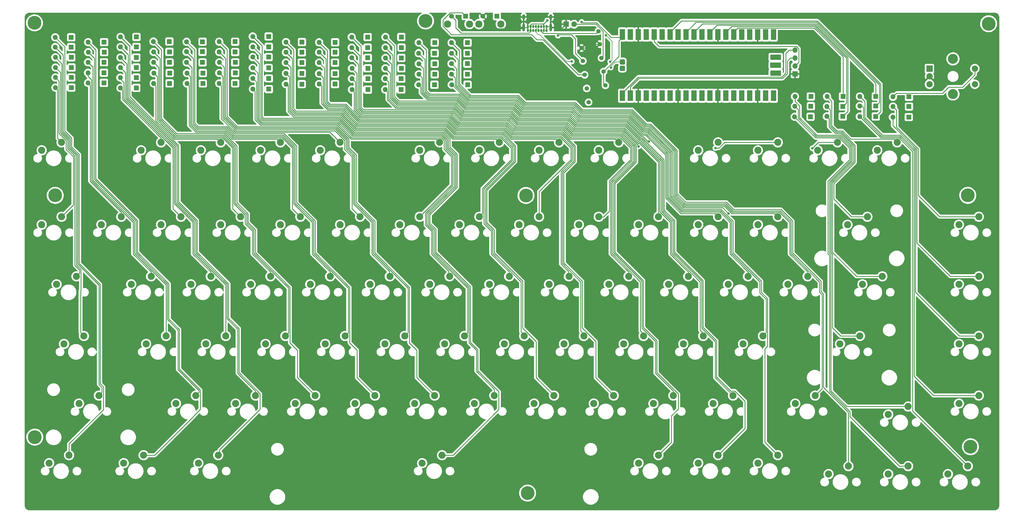
<source format=gbr>
%TF.GenerationSoftware,KiCad,Pcbnew,(6.0.1)*%
%TF.CreationDate,2022-07-11T22:10:00-04:00*%
%TF.ProjectId,Model K Pico-0.2,4d6f6465-6c20-44b2-9050-69636f2d302e,rev?*%
%TF.SameCoordinates,Original*%
%TF.FileFunction,Copper,L1,Top*%
%TF.FilePolarity,Positive*%
%FSLAX46Y46*%
G04 Gerber Fmt 4.6, Leading zero omitted, Abs format (unit mm)*
G04 Created by KiCad (PCBNEW (6.0.1)) date 2022-07-11 22:10:00*
%MOMM*%
%LPD*%
G01*
G04 APERTURE LIST*
G04 Aperture macros list*
%AMRoundRect*
0 Rectangle with rounded corners*
0 $1 Rounding radius*
0 $2 $3 $4 $5 $6 $7 $8 $9 X,Y pos of 4 corners*
0 Add a 4 corners polygon primitive as box body*
4,1,4,$2,$3,$4,$5,$6,$7,$8,$9,$2,$3,0*
0 Add four circle primitives for the rounded corners*
1,1,$1+$1,$2,$3*
1,1,$1+$1,$4,$5*
1,1,$1+$1,$6,$7*
1,1,$1+$1,$8,$9*
0 Add four rect primitives between the rounded corners*
20,1,$1+$1,$2,$3,$4,$5,0*
20,1,$1+$1,$4,$5,$6,$7,0*
20,1,$1+$1,$6,$7,$8,$9,0*
20,1,$1+$1,$8,$9,$2,$3,0*%
%AMHorizOval*
0 Thick line with rounded ends*
0 $1 width*
0 $2 $3 position (X,Y) of the first rounded end (center of the circle)*
0 $4 $5 position (X,Y) of the second rounded end (center of the circle)*
0 Add line between two ends*
20,1,$1,$2,$3,$4,$5,0*
0 Add two circle primitives to create the rounded ends*
1,1,$1,$2,$3*
1,1,$1,$4,$5*%
G04 Aperture macros list end*
%TA.AperFunction,ComponentPad*%
%ADD10C,2.250000*%
%TD*%
%TA.AperFunction,ComponentPad*%
%ADD11R,1.600000X1.600000*%
%TD*%
%TA.AperFunction,ComponentPad*%
%ADD12O,1.600000X1.600000*%
%TD*%
%TA.AperFunction,ComponentPad*%
%ADD13R,1.550000X1.550000*%
%TD*%
%TA.AperFunction,ComponentPad*%
%ADD14C,1.550000*%
%TD*%
%TA.AperFunction,ComponentPad*%
%ADD15C,2.300000*%
%TD*%
%TA.AperFunction,ComponentPad*%
%ADD16R,1.800000X1.800000*%
%TD*%
%TA.AperFunction,ComponentPad*%
%ADD17C,1.800000*%
%TD*%
%TA.AperFunction,ComponentPad*%
%ADD18O,0.650000X1.000000*%
%TD*%
%TA.AperFunction,ComponentPad*%
%ADD19O,0.900000X1.700000*%
%TD*%
%TA.AperFunction,ComponentPad*%
%ADD20O,0.900000X2.400000*%
%TD*%
%TA.AperFunction,ComponentPad*%
%ADD21C,4.400000*%
%TD*%
%TA.AperFunction,ComponentPad*%
%ADD22R,1.700000X1.700000*%
%TD*%
%TA.AperFunction,ComponentPad*%
%ADD23O,1.700000X1.700000*%
%TD*%
%TA.AperFunction,ComponentPad*%
%ADD24R,2.000000X2.000000*%
%TD*%
%TA.AperFunction,ComponentPad*%
%ADD25C,2.000000*%
%TD*%
%TA.AperFunction,ComponentPad*%
%ADD26C,3.200000*%
%TD*%
%TA.AperFunction,ComponentPad*%
%ADD27C,1.400000*%
%TD*%
%TA.AperFunction,ComponentPad*%
%ADD28HorizOval,1.400000X0.000000X0.000000X0.000000X0.000000X0*%
%TD*%
%TA.AperFunction,SMDPad,CuDef*%
%ADD29R,1.700000X3.500000*%
%TD*%
%TA.AperFunction,SMDPad,CuDef*%
%ADD30R,3.500000X1.700000*%
%TD*%
%TA.AperFunction,ComponentPad*%
%ADD31RoundRect,0.437500X0.437500X-0.437500X0.437500X0.437500X-0.437500X0.437500X-0.437500X-0.437500X0*%
%TD*%
%TA.AperFunction,ViaPad*%
%ADD32C,0.800000*%
%TD*%
%TA.AperFunction,Conductor*%
%ADD33C,0.250000*%
%TD*%
%TA.AperFunction,Conductor*%
%ADD34C,0.200000*%
%TD*%
G04 APERTURE END LIST*
D10*
%TO.P,SW-1U-61,1*%
%TO.N,/col4*%
X162670000Y-154795000D03*
%TO.P,SW-1U-61,2*%
%TO.N,Net-(D61-Pad2)*%
X169020000Y-152255000D03*
%TD*%
D11*
%TO.P,D75,1*%
%TO.N,/row5*%
X177457500Y-37675000D03*
D12*
%TO.P,D75,2*%
%TO.N,Net-(D75-Pad2)*%
X172377500Y-37675000D03*
%TD*%
D10*
%TO.P,SW-1U-80,1*%
%TO.N,/col14*%
X355400000Y-154790000D03*
%TO.P,SW-1U-80,2*%
%TO.N,Net-(D80-Pad2)*%
X361750000Y-152250000D03*
%TD*%
D11*
%TO.P,D35,1*%
%TO.N,/row2*%
X145707500Y-45825000D03*
D12*
%TO.P,D35,2*%
%TO.N,Net-(D35-Pad2)*%
X140627500Y-45825000D03*
%TD*%
D10*
%TO.P,SW-1U-58,1*%
%TO.N,/col1*%
X105520000Y-154795000D03*
%TO.P,SW-1U-58,2*%
%TO.N,Net-(D58-Pad2)*%
X111870000Y-152255000D03*
%TD*%
D11*
%TO.P,D38,1*%
%TO.N,/row2*%
X177457500Y-47685000D03*
D12*
%TO.P,D38,2*%
%TO.N,Net-(D38-Pad2)*%
X172377500Y-47685000D03*
%TD*%
D10*
%TO.P,SW-2.25U-55,1*%
%TO.N,/col13*%
X317455000Y-135745000D03*
%TO.P,SW-2.25U-55,2*%
%TO.N,Net-(D55-Pad2)*%
X323805000Y-133205000D03*
%TD*%
%TO.P,SW-1U-24,1*%
%TO.N,/col11*%
X272215000Y-97645000D03*
%TO.P,SW-1U-24,2*%
%TO.N,Net-(D24-Pad2)*%
X278565000Y-95105000D03*
%TD*%
D11*
%TO.P,D78,1*%
%TO.N,/row5*%
X308055000Y-63145000D03*
D12*
%TO.P,D78,2*%
%TO.N,Net-(D78-Pad2)*%
X302975000Y-63145000D03*
%TD*%
D13*
%TO.P,SW1,1,A*%
%TO.N,Net-(R3-Pad1)*%
X197965000Y-31025000D03*
D14*
%TO.P,SW1,2,B*%
%TO.N,VCC*%
X193465000Y-31025000D03*
D15*
%TO.P,SW1,3*%
%TO.N,N/C*%
X199215000Y-33525000D03*
%TO.P,SW1,4*%
X192215000Y-33525000D03*
%TD*%
D10*
%TO.P,SW-1U-65,1*%
%TO.N,/col8*%
X238870000Y-154795000D03*
%TO.P,SW-1U-65,2*%
%TO.N,Net-(D65-Pad2)*%
X245220000Y-152255000D03*
%TD*%
D11*
%TO.P,D29,1*%
%TO.N,/row2*%
X82537500Y-49095000D03*
D12*
%TO.P,D29,2*%
%TO.N,Net-(D29-Pad2)*%
X77457500Y-49095000D03*
%TD*%
D11*
%TO.P,D33,1*%
%TO.N,/row2*%
X124437500Y-45775000D03*
D12*
%TO.P,D33,2*%
%TO.N,Net-(D33-Pad2)*%
X119357500Y-45775000D03*
%TD*%
D11*
%TO.P,D28,1*%
%TO.N,/row2*%
X72167500Y-47425000D03*
D12*
%TO.P,D28,2*%
%TO.N,Net-(D28-Pad2)*%
X67087500Y-47425000D03*
%TD*%
D10*
%TO.P,SW-1U-77,1*%
%TO.N,/col12*%
X313805000Y-177345000D03*
%TO.P,SW-1U-77,2*%
%TO.N,Net-(D77-Pad2)*%
X320155000Y-174805000D03*
%TD*%
%TO.P,SW-1U-22,1*%
%TO.N,/col9*%
X234115000Y-97645000D03*
%TO.P,SW-1U-22,2*%
%TO.N,Net-(D22-Pad2)*%
X240465000Y-95105000D03*
%TD*%
%TO.P,SW-1U-48,1*%
%TO.N,/col5*%
X172200000Y-135745000D03*
%TO.P,SW-1U-48,2*%
%TO.N,Net-(D48-Pad2)*%
X178550000Y-133205000D03*
%TD*%
D11*
%TO.P,D57,1*%
%TO.N,/row4*%
X72072500Y-40880000D03*
D12*
%TO.P,D57,2*%
%TO.N,Net-(D57-Pad2)*%
X66992500Y-40880000D03*
%TD*%
D10*
%TO.P,SW-1U-4,1*%
%TO.N,/col5*%
X151560000Y-73875000D03*
%TO.P,SW-1U-4,2*%
%TO.N,Net-(D4-Pad2)*%
X157910000Y-71335000D03*
%TD*%
D11*
%TO.P,D69,1*%
%TO.N,/row4*%
X308140000Y-59785000D03*
D12*
%TO.P,D69,2*%
%TO.N,Net-(D69-Pad2)*%
X303060000Y-59785000D03*
%TD*%
D11*
%TO.P,D48,1*%
%TO.N,/row3*%
X124402500Y-42470000D03*
D12*
%TO.P,D48,2*%
%TO.N,Net-(D48-Pad2)*%
X119322500Y-42470000D03*
%TD*%
D16*
%TO.P,PowerLED1,1,K*%
%TO.N,GND*%
X230015000Y-33585000D03*
D17*
%TO.P,PowerLED1,2,A*%
%TO.N,Net-(PowerLED1-Pad2)*%
X232555000Y-33585000D03*
%TD*%
D11*
%TO.P,D59,1*%
%TO.N,/row4*%
X92912500Y-40855000D03*
D12*
%TO.P,D59,2*%
%TO.N,Net-(D59-Pad2)*%
X87832500Y-40855000D03*
%TD*%
D10*
%TO.P,SW-1U-9,1*%
%TO.N,/col10*%
X272200000Y-73880000D03*
%TO.P,SW-1U-9,2*%
%TO.N,Net-(D9-Pad2)*%
X278550000Y-71340000D03*
%TD*%
D11*
%TO.P,D54,1*%
%TO.N,/row3*%
X188057500Y-42845000D03*
D12*
%TO.P,D54,2*%
%TO.N,Net-(D54-Pad2)*%
X182977500Y-42845000D03*
%TD*%
D11*
%TO.P,D7,1*%
%TO.N,/row0*%
X156277500Y-52715000D03*
D12*
%TO.P,D7,2*%
%TO.N,Net-(D7-Pad2)*%
X151197500Y-52715000D03*
%TD*%
D10*
%TO.P,SW-1U-32,1*%
%TO.N,/col4*%
X148385000Y-116695000D03*
%TO.P,SW-1U-32,2*%
%TO.N,Net-(D32-Pad2)*%
X154735000Y-114155000D03*
%TD*%
D18*
%TO.P,USB1,A1,GND*%
%TO.N,GND*%
X223805000Y-35625000D03*
%TO.P,USB1,A4,VBUS*%
%TO.N,VCC*%
X222955000Y-35625000D03*
%TO.P,USB1,A5,CC1*%
%TO.N,Net-(R1-Pad2)*%
X222105000Y-35625000D03*
%TO.P,USB1,A6,D+*%
%TO.N,/D+*%
X221255000Y-35625000D03*
%TO.P,USB1,A7,D-*%
%TO.N,/D-*%
X220405000Y-35625000D03*
%TO.P,USB1,A8,SBU1*%
%TO.N,unconnected-(USB1-PadA8)*%
X219555000Y-35625000D03*
%TO.P,USB1,A9,VBUS*%
%TO.N,VCC*%
X218705000Y-35625000D03*
%TO.P,USB1,A12,GND*%
%TO.N,GND*%
X217855000Y-35625000D03*
%TO.P,USB1,B1,GND*%
X217850000Y-34300000D03*
%TO.P,USB1,B4,VBUS*%
%TO.N,VCC*%
X218700000Y-34300000D03*
%TO.P,USB1,B5,CC2*%
%TO.N,Net-(R2-Pad1)*%
X219550000Y-34300000D03*
%TO.P,USB1,B6,D+*%
%TO.N,/D+*%
X220400000Y-34300000D03*
%TO.P,USB1,B7,D-*%
%TO.N,/D-*%
X221250000Y-34300000D03*
%TO.P,USB1,B8,SBU2*%
%TO.N,unconnected-(USB1-PadB8)*%
X222100000Y-34300000D03*
%TO.P,USB1,B9,VBUS*%
%TO.N,VCC*%
X222950000Y-34300000D03*
%TO.P,USB1,B12,GND*%
%TO.N,GND*%
X223805000Y-34300000D03*
D19*
%TO.P,USB1,S1,SHIELD*%
X216505000Y-31265000D03*
X225155000Y-31265000D03*
D20*
X225155000Y-34645000D03*
X216505000Y-34645000D03*
%TD*%
D10*
%TO.P,SW-1U-16,1*%
%TO.N,/col3*%
X119815000Y-97645000D03*
%TO.P,SW-1U-16,2*%
%TO.N,Net-(D16-Pad2)*%
X126165000Y-95105000D03*
%TD*%
D11*
%TO.P,D16,1*%
%TO.N,/row1*%
X103512500Y-49200000D03*
D12*
%TO.P,D16,2*%
%TO.N,Net-(D16-Pad2)*%
X98432500Y-49200000D03*
%TD*%
D21*
%TO.P,,1*%
%TO.N,N/C*%
X358240000Y-88285000D03*
%TD*%
D11*
%TO.P,D65,1*%
%TO.N,/row4*%
X156302500Y-39365000D03*
D12*
%TO.P,D65,2*%
%TO.N,Net-(D65-Pad2)*%
X151222500Y-39365000D03*
%TD*%
D10*
%TO.P,SW-1U-50,1*%
%TO.N,/col7*%
X210300000Y-135745000D03*
%TO.P,SW-1U-50,2*%
%TO.N,Net-(D50-Pad2)*%
X216650000Y-133205000D03*
%TD*%
D11*
%TO.P,D73,1*%
%TO.N,/row5*%
X135102500Y-37500000D03*
D12*
%TO.P,D73,2*%
%TO.N,Net-(D73-Pad2)*%
X130022500Y-37500000D03*
%TD*%
D10*
%TO.P,SW-1.25U-71,1*%
%TO.N,/col1*%
X88850000Y-173850000D03*
%TO.P,SW-1.25U-71,2*%
%TO.N,Net-(D71-Pad2)*%
X95200000Y-171310000D03*
%TD*%
%TO.P,SW-1U-36,1*%
%TO.N,/col8*%
X224585000Y-116695000D03*
%TO.P,SW-1U-36,2*%
%TO.N,Net-(D36-Pad2)*%
X230935000Y-114155000D03*
%TD*%
D11*
%TO.P,D40,1*%
%TO.N,/row2*%
X198537500Y-46205000D03*
D12*
%TO.P,D40,2*%
%TO.N,Net-(D40-Pad2)*%
X193457500Y-46205000D03*
%TD*%
D11*
%TO.P,D14,1*%
%TO.N,/row1*%
X82537500Y-52330000D03*
D12*
%TO.P,D14,2*%
%TO.N,Net-(D14-Pad2)*%
X77457500Y-52330000D03*
%TD*%
D22*
%TO.P,I2CHeader1,1,Pin_1*%
%TO.N,GND*%
X303085000Y-49475000D03*
D23*
%TO.P,I2CHeader1,2,Pin_2*%
%TO.N,/3.3V*%
X303085000Y-46935000D03*
%TO.P,I2CHeader1,3,Pin_3*%
%TO.N,/SCL*%
X303085000Y-44395000D03*
%TO.P,I2CHeader1,4,Pin_4*%
%TO.N,/SDA*%
X303085000Y-41855000D03*
%TD*%
D11*
%TO.P,D30,1*%
%TO.N,/row2*%
X92847500Y-47400000D03*
D12*
%TO.P,D30,2*%
%TO.N,Net-(D30-Pad2)*%
X87767500Y-47400000D03*
%TD*%
D10*
%TO.P,SW-1.5U-28,1*%
%TO.N,/col0*%
X67425000Y-116700000D03*
%TO.P,SW-1.5U-28,2*%
%TO.N,Net-(D28-Pad2)*%
X73775000Y-114160000D03*
%TD*%
D11*
%TO.P,D70,1*%
%TO.N,/row5*%
X72072500Y-37775000D03*
D12*
%TO.P,D70,2*%
%TO.N,Net-(D70-Pad2)*%
X66992500Y-37775000D03*
%TD*%
D11*
%TO.P,D47,1*%
%TO.N,/row3*%
X113967500Y-42375000D03*
D12*
%TO.P,D47,2*%
%TO.N,Net-(D47-Pad2)*%
X108887500Y-42375000D03*
%TD*%
D11*
%TO.P,D18,1*%
%TO.N,/row1*%
X124437500Y-49145000D03*
D12*
%TO.P,D18,2*%
%TO.N,Net-(D18-Pad2)*%
X119357500Y-49145000D03*
%TD*%
D10*
%TO.P,SW-1U-20,1*%
%TO.N,/col7*%
X196015000Y-97645000D03*
%TO.P,SW-1U-20,2*%
%TO.N,Net-(D20-Pad2)*%
X202365000Y-95105000D03*
%TD*%
%TO.P,SW-1.25U-70,1*%
%TO.N,/col0*%
X65040000Y-173850000D03*
%TO.P,SW-1.25U-70,2*%
%TO.N,Net-(D70-Pad2)*%
X71390000Y-171310000D03*
%TD*%
D11*
%TO.P,D13,1*%
%TO.N,/row1*%
X72137500Y-50600000D03*
D12*
%TO.P,D13,2*%
%TO.N,Net-(D13-Pad2)*%
X67057500Y-50600000D03*
%TD*%
D11*
%TO.P,D60,1*%
%TO.N,/row4*%
X103417500Y-39120000D03*
D12*
%TO.P,D60,2*%
%TO.N,Net-(D60-Pad2)*%
X98337500Y-39120000D03*
%TD*%
D11*
%TO.P,D44,1*%
%TO.N,/row3*%
X82550949Y-45740918D03*
D12*
%TO.P,D44,2*%
%TO.N,Net-(D44-Pad2)*%
X77470949Y-45740918D03*
%TD*%
D10*
%TO.P,SW-1U-74,1*%
%TO.N,/col9*%
X253155000Y-173845000D03*
%TO.P,SW-1U-74,2*%
%TO.N,Net-(D74-Pad2)*%
X259505000Y-171305000D03*
%TD*%
D11*
%TO.P,D76,1*%
%TO.N,/row5*%
X188087500Y-39445000D03*
D12*
%TO.P,D76,2*%
%TO.N,Net-(D76-Pad2)*%
X183007500Y-39445000D03*
%TD*%
D10*
%TO.P,SW-1U-35,1*%
%TO.N,/col7*%
X205535000Y-116695000D03*
%TO.P,SW-1U-35,2*%
%TO.N,Net-(D35-Pad2)*%
X211885000Y-114155000D03*
%TD*%
D24*
%TO.P,ROTARY1,A,A*%
%TO.N,/RESCLK*%
X345995000Y-47765000D03*
D25*
%TO.P,ROTARY1,B,B*%
%TO.N,/RESDATA*%
X345995000Y-52765000D03*
%TO.P,ROTARY1,C,C*%
%TO.N,GND*%
X345995000Y-50265000D03*
D26*
%TO.P,ROTARY1,MP*%
%TO.N,N/C*%
X353495000Y-44665000D03*
X353495000Y-55865000D03*
D25*
%TO.P,ROTARY1,S1,S1*%
%TO.N,/col14*%
X360495000Y-52765000D03*
%TO.P,ROTARY1,S2,S2*%
%TO.N,/RES*%
X360495000Y-47765000D03*
%TD*%
D11*
%TO.P,D77,1*%
%TO.N,/row5*%
X198572500Y-39480000D03*
D12*
%TO.P,D77,2*%
%TO.N,Net-(D77-Pad2)*%
X193492500Y-39480000D03*
%TD*%
D11*
%TO.P,D61,1*%
%TO.N,/row4*%
X114002500Y-39200000D03*
D12*
%TO.P,D61,2*%
%TO.N,Net-(D61-Pad2)*%
X108922500Y-39200000D03*
%TD*%
D10*
%TO.P,SW-1U-3,1*%
%TO.N,/col4*%
X132510000Y-73875000D03*
%TO.P,SW-1U-3,2*%
%TO.N,Net-(D3-Pad2)*%
X138860000Y-71335000D03*
%TD*%
%TO.P,SW-1U-8,1*%
%TO.N,/col9*%
X240470000Y-73865000D03*
%TO.P,SW-1U-8,2*%
%TO.N,Net-(D8-Pad2)*%
X246820000Y-71325000D03*
%TD*%
%TO.P,SW-1U-7,1*%
%TO.N,/col8*%
X221420000Y-73865000D03*
%TO.P,SW-1U-7,2*%
%TO.N,Net-(D7-Pad2)*%
X227770000Y-71325000D03*
%TD*%
D11*
%TO.P,D8,1*%
%TO.N,/row0*%
X166777500Y-54470000D03*
D12*
%TO.P,D8,2*%
%TO.N,Net-(D8-Pad2)*%
X161697500Y-54470000D03*
%TD*%
D11*
%TO.P,D25,1*%
%TO.N,/row1*%
X198557500Y-49565000D03*
D12*
%TO.P,D25,2*%
%TO.N,Net-(D25-Pad2)*%
X193477500Y-49565000D03*
%TD*%
D10*
%TO.P,SW-1U-31,1*%
%TO.N,/col3*%
X129335000Y-116695000D03*
%TO.P,SW-1U-31,2*%
%TO.N,Net-(D31-Pad2)*%
X135685000Y-114155000D03*
%TD*%
D11*
%TO.P,D52,1*%
%TO.N,/row3*%
X166742500Y-44330000D03*
D12*
%TO.P,D52,2*%
%TO.N,Net-(D52-Pad2)*%
X161662500Y-44330000D03*
%TD*%
D10*
%TO.P,SW-1U-0,1*%
%TO.N,/col0*%
X62665000Y-73875000D03*
%TO.P,SW-1U-0,2*%
%TO.N,Net-(D0-Pad2)*%
X69015000Y-71335000D03*
%TD*%
D11*
%TO.P,D41,1*%
%TO.N,/row2*%
X318337500Y-63020000D03*
D12*
%TO.P,D41,2*%
%TO.N,Net-(D41-Pad2)*%
X313257500Y-63020000D03*
%TD*%
D11*
%TO.P,D62,1*%
%TO.N,/row4*%
X124402500Y-39170000D03*
D12*
%TO.P,D62,2*%
%TO.N,Net-(D62-Pad2)*%
X119322500Y-39170000D03*
%TD*%
D11*
%TO.P,D55,1*%
%TO.N,/row3*%
X308150000Y-56670000D03*
D12*
%TO.P,D55,2*%
%TO.N,Net-(D55-Pad2)*%
X303070000Y-56670000D03*
%TD*%
D11*
%TO.P,D22,1*%
%TO.N,/row1*%
X166762500Y-50995000D03*
D12*
%TO.P,D22,2*%
%TO.N,Net-(D22-Pad2)*%
X161682500Y-50995000D03*
%TD*%
D27*
%TO.P,R2,1*%
%TO.N,Net-(R2-Pad1)*%
X235400924Y-45334077D03*
D28*
%TO.P,R2,2*%
%TO.N,GND*%
X240789078Y-39945923D03*
%TD*%
D11*
%TO.P,D43,1*%
%TO.N,/row3*%
X72102500Y-44155000D03*
D12*
%TO.P,D43,2*%
%TO.N,Net-(D43-Pad2)*%
X67022500Y-44155000D03*
%TD*%
D10*
%TO.P,SW-1U-34,1*%
%TO.N,/col6*%
X186485000Y-116695000D03*
%TO.P,SW-1U-34,2*%
%TO.N,Net-(D34-Pad2)*%
X192835000Y-114155000D03*
%TD*%
%TO.P,SW-1U-78,1*%
%TO.N,/col13*%
X332855000Y-177345000D03*
%TO.P,SW-1U-78,2*%
%TO.N,Net-(D78-Pad2)*%
X339205000Y-174805000D03*
%TD*%
%TO.P,SW-1.5U-41,1*%
%TO.N,/col13*%
X324605000Y-116695000D03*
%TO.P,SW-1.5U-41,2*%
%TO.N,Net-(D41-Pad2)*%
X330955000Y-114155000D03*
%TD*%
%TO.P,SW-1U-14,1*%
%TO.N,/col1*%
X81715000Y-97645000D03*
%TO.P,SW-1U-14,2*%
%TO.N,Net-(D14-Pad2)*%
X88065000Y-95105000D03*
%TD*%
%TO.P,SW-1U-67,1*%
%TO.N,/col10*%
X276970000Y-154795000D03*
%TO.P,SW-1U-67,2*%
%TO.N,Net-(D67-Pad2)*%
X283320000Y-152255000D03*
%TD*%
%TO.P,SW-1U-66,1*%
%TO.N,/col9*%
X257920000Y-154795000D03*
%TO.P,SW-1U-66,2*%
%TO.N,Net-(D66-Pad2)*%
X264270000Y-152255000D03*
%TD*%
D11*
%TO.P,D58,1*%
%TO.N,/row4*%
X82602500Y-42515000D03*
D12*
%TO.P,D58,2*%
%TO.N,Net-(D58-Pad2)*%
X77522500Y-42515000D03*
%TD*%
D10*
%TO.P,SW-1U-59,1*%
%TO.N,/col2*%
X124570000Y-154795000D03*
%TO.P,SW-1U-59,2*%
%TO.N,Net-(D59-Pad2)*%
X130920000Y-152255000D03*
%TD*%
D21*
%TO.P,,1*%
%TO.N,N/C*%
X359090000Y-168615000D03*
%TD*%
D27*
%TO.P,R4,1*%
%TO.N,/RESCLK*%
X236613310Y-54091463D03*
D28*
%TO.P,R4,2*%
%TO.N,VCC*%
X242001464Y-48703309D03*
%TD*%
D21*
%TO.P,,1*%
%TO.N,N/C*%
X217220000Y-88300000D03*
%TD*%
D11*
%TO.P,D56,1*%
%TO.N,/row3*%
X328872500Y-56670000D03*
D12*
%TO.P,D56,2*%
%TO.N,Net-(D56-Pad2)*%
X323792500Y-56670000D03*
%TD*%
D10*
%TO.P,SW-1.75U-43,1*%
%TO.N,/col0*%
X69805000Y-135750000D03*
%TO.P,SW-1.75U-43,2*%
%TO.N,Net-(D43-Pad2)*%
X76155000Y-133210000D03*
%TD*%
D11*
%TO.P,D81,1*%
%TO.N,/row0*%
X339442500Y-56770000D03*
D12*
%TO.P,D81,2*%
%TO.N,/RES*%
X334362500Y-56770000D03*
%TD*%
D11*
%TO.P,D12,1*%
%TO.N,/row0*%
X318392500Y-56675000D03*
D12*
%TO.P,D12,2*%
%TO.N,Net-(D12-Pad2)*%
X313312500Y-56675000D03*
%TD*%
D10*
%TO.P,SW-1U-5,1*%
%TO.N,/col6*%
X183320000Y-73865000D03*
%TO.P,SW-1U-5,2*%
%TO.N,Net-(D5-Pad2)*%
X189670000Y-71325000D03*
%TD*%
D27*
%TO.P,R5,1*%
%TO.N,/RESDATA*%
X237198310Y-58521463D03*
D28*
%TO.P,R5,2*%
%TO.N,VCC*%
X242586464Y-53133309D03*
%TD*%
D11*
%TO.P,D21,1*%
%TO.N,/row1*%
X156277500Y-49360000D03*
D12*
%TO.P,D21,2*%
%TO.N,Net-(D21-Pad2)*%
X151197500Y-49360000D03*
%TD*%
D10*
%TO.P,SW-1U-1,1*%
%TO.N,/col2*%
X94410000Y-73875000D03*
%TO.P,SW-1U-1,2*%
%TO.N,Net-(D1-Pad2)*%
X100760000Y-71335000D03*
%TD*%
%TO.P,SW-1U-17,1*%
%TO.N,/col4*%
X138865000Y-97645000D03*
%TO.P,SW-1U-17,2*%
%TO.N,Net-(D17-Pad2)*%
X145215000Y-95105000D03*
%TD*%
D11*
%TO.P,D80,1*%
%TO.N,/row4*%
X328842500Y-59725000D03*
D12*
%TO.P,D80,2*%
%TO.N,Net-(D80-Pad2)*%
X323762500Y-59725000D03*
%TD*%
D10*
%TO.P,SW-1U-39,1*%
%TO.N,/col11*%
X281735000Y-116695000D03*
%TO.P,SW-1U-39,2*%
%TO.N,Net-(D39-Pad2)*%
X288085000Y-114155000D03*
%TD*%
%TO.P,SW-1U-54,1*%
%TO.N,/col11*%
X286500000Y-135745000D03*
%TO.P,SW-1U-54,2*%
%TO.N,Net-(D54-Pad2)*%
X292850000Y-133205000D03*
%TD*%
D11*
%TO.P,D9,1*%
%TO.N,/row0*%
X177392500Y-54460000D03*
D12*
%TO.P,D9,2*%
%TO.N,Net-(D9-Pad2)*%
X172312500Y-54460000D03*
%TD*%
D10*
%TO.P,SW-1U-30,1*%
%TO.N,/col2*%
X110285000Y-116695000D03*
%TO.P,SW-1U-30,2*%
%TO.N,Net-(D30-Pad2)*%
X116635000Y-114155000D03*
%TD*%
D11*
%TO.P,D63,1*%
%TO.N,/row4*%
X135132500Y-40805000D03*
D12*
%TO.P,D63,2*%
%TO.N,Net-(D63-Pad2)*%
X130052500Y-40805000D03*
%TD*%
D11*
%TO.P,D3,1*%
%TO.N,/row0*%
X114097500Y-52515000D03*
D12*
%TO.P,D3,2*%
%TO.N,Net-(D3-Pad2)*%
X109017500Y-52515000D03*
%TD*%
D10*
%TO.P,SW-1U-38,1*%
%TO.N,/col10*%
X262685000Y-116695000D03*
%TO.P,SW-1U-38,2*%
%TO.N,Net-(D38-Pad2)*%
X269035000Y-114155000D03*
%TD*%
D21*
%TO.P,,1*%
%TO.N,N/C*%
X185185000Y-32565000D03*
%TD*%
D27*
%TO.P,R3,1*%
%TO.N,Net-(R3-Pad1)*%
X235943310Y-49761463D03*
D28*
%TO.P,R3,2*%
%TO.N,Net-(PowerLED1-Pad2)*%
X241331464Y-44373309D03*
%TD*%
D10*
%TO.P,SW-1U-44,1*%
%TO.N,/col1*%
X96000000Y-135745000D03*
%TO.P,SW-1U-44,2*%
%TO.N,Net-(D44-Pad2)*%
X102350000Y-133205000D03*
%TD*%
%TO.P,SW-1U-56,1*%
%TO.N,/col14*%
X355400000Y-135740000D03*
%TO.P,SW-1U-56,2*%
%TO.N,Net-(D56-Pad2)*%
X361750000Y-133200000D03*
%TD*%
D11*
%TO.P,D11,1*%
%TO.N,/row0*%
X198602500Y-52900000D03*
D12*
%TO.P,D11,2*%
%TO.N,Net-(D11-Pad2)*%
X193522500Y-52900000D03*
%TD*%
D10*
%TO.P,SW-1U-75,1*%
%TO.N,/col10*%
X272205000Y-173845000D03*
%TO.P,SW-1U-75,2*%
%TO.N,Net-(D75-Pad2)*%
X278555000Y-171305000D03*
%TD*%
%TO.P,SW-1U-21,1*%
%TO.N,/col8*%
X215065000Y-97645000D03*
%TO.P,SW-1U-21,2*%
%TO.N,Net-(D21-Pad2)*%
X221415000Y-95105000D03*
%TD*%
D11*
%TO.P,D51,1*%
%TO.N,/row3*%
X156292500Y-42545000D03*
D12*
%TO.P,D51,2*%
%TO.N,Net-(D51-Pad2)*%
X151212500Y-42545000D03*
%TD*%
D11*
%TO.P,D37,1*%
%TO.N,/row2*%
X166762500Y-47680000D03*
D12*
%TO.P,D37,2*%
%TO.N,Net-(D37-Pad2)*%
X161682500Y-47680000D03*
%TD*%
D10*
%TO.P,SW-1U-53,1*%
%TO.N,/col10*%
X267450000Y-135745000D03*
%TO.P,SW-1U-53,2*%
%TO.N,Net-(D53-Pad2)*%
X273800000Y-133205000D03*
%TD*%
%TO.P,SW-1U-13,1*%
%TO.N,/col0*%
X62665000Y-97645000D03*
%TO.P,SW-1U-13,2*%
%TO.N,Net-(D13-Pad2)*%
X69015000Y-95105000D03*
%TD*%
%TO.P,SW-1U-42,1*%
%TO.N,/col14*%
X355400000Y-116690000D03*
%TO.P,SW-1U-42,2*%
%TO.N,Net-(D42-Pad2)*%
X361750000Y-114150000D03*
%TD*%
%TO.P,SW-1U-79,1*%
%TO.N,/col14*%
X351905000Y-177345000D03*
%TO.P,SW-1U-79,2*%
%TO.N,Net-(D79-Pad2)*%
X358255000Y-174805000D03*
%TD*%
D11*
%TO.P,D71,1*%
%TO.N,/row5*%
X82572500Y-39310000D03*
D12*
%TO.P,D71,2*%
%TO.N,Net-(D71-Pad2)*%
X77492500Y-39310000D03*
%TD*%
D11*
%TO.P,D34,1*%
%TO.N,/row2*%
X135102500Y-47545000D03*
D12*
%TO.P,D34,2*%
%TO.N,Net-(D34-Pad2)*%
X130022500Y-47545000D03*
%TD*%
D10*
%TO.P,SW-1U-76,1*%
%TO.N,/col11*%
X291255000Y-173845000D03*
%TO.P,SW-1U-76,2*%
%TO.N,Net-(D76-Pad2)*%
X297605000Y-171305000D03*
%TD*%
D11*
%TO.P,D6,1*%
%TO.N,/row0*%
X145677500Y-52730000D03*
D12*
%TO.P,D6,2*%
%TO.N,Net-(D6-Pad2)*%
X140597500Y-52730000D03*
%TD*%
D11*
%TO.P,D15,1*%
%TO.N,/row1*%
X92847500Y-50635000D03*
D12*
%TO.P,D15,2*%
%TO.N,Net-(D15-Pad2)*%
X87767500Y-50635000D03*
%TD*%
D11*
%TO.P,D46,1*%
%TO.N,/row3*%
X103447500Y-42425000D03*
D12*
%TO.P,D46,2*%
%TO.N,Net-(D46-Pad2)*%
X98367500Y-42425000D03*
%TD*%
D11*
%TO.P,D74,1*%
%TO.N,/row5*%
X166697500Y-37700000D03*
D12*
%TO.P,D74,2*%
%TO.N,Net-(D74-Pad2)*%
X161617500Y-37700000D03*
%TD*%
D11*
%TO.P,D24,1*%
%TO.N,/row1*%
X188087500Y-49585000D03*
D12*
%TO.P,D24,2*%
%TO.N,Net-(D24-Pad2)*%
X183007500Y-49585000D03*
%TD*%
D11*
%TO.P,D26,1*%
%TO.N,/row1*%
X318357500Y-59850000D03*
D12*
%TO.P,D26,2*%
%TO.N,Net-(D26-Pad2)*%
X313277500Y-59850000D03*
%TD*%
D10*
%TO.P,SW-1U-45,1*%
%TO.N,/col2*%
X115050000Y-135745000D03*
%TO.P,SW-1U-45,2*%
%TO.N,Net-(D45-Pad2)*%
X121400000Y-133205000D03*
%TD*%
D11*
%TO.P,D23,1*%
%TO.N,/row1*%
X177392500Y-50990000D03*
D12*
%TO.P,D23,2*%
%TO.N,Net-(D23-Pad2)*%
X172312500Y-50990000D03*
%TD*%
D11*
%TO.P,D66,1*%
%TO.N,/row4*%
X166697500Y-41080000D03*
D12*
%TO.P,D66,2*%
%TO.N,Net-(D66-Pad2)*%
X161617500Y-41080000D03*
%TD*%
D10*
%TO.P,SW-1.75U-68,1*%
%TO.N,/col12*%
X303165000Y-154795000D03*
%TO.P,SW-1.75U-68,2*%
%TO.N,Net-(D68-Pad2)*%
X309515000Y-152255000D03*
%TD*%
D11*
%TO.P,D10,1*%
%TO.N,/row0*%
X188022500Y-52920000D03*
D12*
%TO.P,D10,2*%
%TO.N,Net-(D10-Pad2)*%
X182942500Y-52920000D03*
%TD*%
D21*
%TO.P,,1*%
%TO.N,N/C*%
X66980000Y-88285000D03*
%TD*%
D10*
%TO.P,SW-1U-51,1*%
%TO.N,/col8*%
X229350000Y-135745000D03*
%TO.P,SW-1U-51,2*%
%TO.N,Net-(D51-Pad2)*%
X235700000Y-133205000D03*
%TD*%
D23*
%TO.P,RPI1,1,GPIO0*%
%TO.N,/SDA*%
X247995000Y-55535000D03*
D29*
X247995000Y-56435000D03*
%TO.P,RPI1,2,GPIO1*%
%TO.N,/SCL*%
X250535000Y-56435000D03*
D23*
X250535000Y-55535000D03*
D22*
%TO.P,RPI1,3,GND*%
%TO.N,GND*%
X253075000Y-55535000D03*
D29*
X253075000Y-56435000D03*
D23*
%TO.P,RPI1,4,GPIO2*%
%TO.N,/col0*%
X255615000Y-55535000D03*
D29*
X255615000Y-56435000D03*
D23*
%TO.P,RPI1,5,GPIO3*%
%TO.N,/col1*%
X258155000Y-55535000D03*
D29*
X258155000Y-56435000D03*
D23*
%TO.P,RPI1,6,GPIO4*%
%TO.N,/col2*%
X260695000Y-55535000D03*
D29*
X260695000Y-56435000D03*
D23*
%TO.P,RPI1,7,GPIO5*%
%TO.N,/col3*%
X263235000Y-55535000D03*
D29*
X263235000Y-56435000D03*
%TO.P,RPI1,8,GND*%
%TO.N,GND*%
X265775000Y-56435000D03*
D22*
X265775000Y-55535000D03*
D23*
%TO.P,RPI1,9,GPIO6*%
%TO.N,/col4*%
X268315000Y-55535000D03*
D29*
X268315000Y-56435000D03*
D23*
%TO.P,RPI1,10,GPIO7*%
%TO.N,/col5*%
X270855000Y-55535000D03*
D29*
X270855000Y-56435000D03*
%TO.P,RPI1,11,GPIO8*%
%TO.N,/col6*%
X273395000Y-56435000D03*
D23*
X273395000Y-55535000D03*
%TO.P,RPI1,12,GPIO9*%
%TO.N,/col7*%
X275935000Y-55535000D03*
D29*
X275935000Y-56435000D03*
D22*
%TO.P,RPI1,13,GND*%
%TO.N,GND*%
X278475000Y-55535000D03*
D29*
X278475000Y-56435000D03*
D23*
%TO.P,RPI1,14,GPIO10*%
%TO.N,/col8*%
X281015000Y-55535000D03*
D29*
X281015000Y-56435000D03*
%TO.P,RPI1,15,GPIO11*%
%TO.N,/col9*%
X283555000Y-56435000D03*
D23*
X283555000Y-55535000D03*
D29*
%TO.P,RPI1,16,GPIO12*%
%TO.N,/col10*%
X286095000Y-56435000D03*
D23*
X286095000Y-55535000D03*
%TO.P,RPI1,17,GPIO13*%
%TO.N,/col11*%
X288635000Y-55535000D03*
D29*
X288635000Y-56435000D03*
D22*
%TO.P,RPI1,18,GND*%
%TO.N,GND*%
X291175000Y-55535000D03*
D29*
X291175000Y-56435000D03*
D23*
%TO.P,RPI1,19,GPIO14*%
%TO.N,/col12*%
X293715000Y-55535000D03*
D29*
X293715000Y-56435000D03*
D23*
%TO.P,RPI1,20,GPIO15*%
%TO.N,/col13*%
X296255000Y-55535000D03*
D29*
X296255000Y-56435000D03*
D23*
%TO.P,RPI1,21,GPIO16*%
%TO.N,/col14*%
X296255000Y-37755000D03*
D29*
X296255000Y-36855000D03*
%TO.P,RPI1,22,GPIO17*%
%TO.N,/RESDATA*%
X293715000Y-36855000D03*
D23*
X293715000Y-37755000D03*
D29*
%TO.P,RPI1,23,GND*%
%TO.N,GND*%
X291175000Y-36855000D03*
D22*
X291175000Y-37755000D03*
D23*
%TO.P,RPI1,24,GPIO18*%
%TO.N,unconnected-(RPI1-Pad24)*%
X288635000Y-37755000D03*
D29*
X288635000Y-36855000D03*
D23*
%TO.P,RPI1,25,GPIO19*%
%TO.N,/RESCLK*%
X286095000Y-37755000D03*
D29*
X286095000Y-36855000D03*
D23*
%TO.P,RPI1,26,GPIO20*%
%TO.N,/row0*%
X283555000Y-37755000D03*
D29*
X283555000Y-36855000D03*
D23*
%TO.P,RPI1,27,GPIO21*%
%TO.N,/row1*%
X281015000Y-37755000D03*
D29*
X281015000Y-36855000D03*
D22*
%TO.P,RPI1,28,GND*%
%TO.N,GND*%
X278475000Y-37755000D03*
D29*
X278475000Y-36855000D03*
%TO.P,RPI1,29,GPIO22*%
%TO.N,/row2*%
X275935000Y-36855000D03*
D23*
X275935000Y-37755000D03*
D29*
%TO.P,RPI1,30,RUN*%
%TO.N,/RESET*%
X273395000Y-36855000D03*
D23*
X273395000Y-37755000D03*
D29*
%TO.P,RPI1,31,GPIO26_ADC0*%
%TO.N,/row3*%
X270855000Y-36855000D03*
D23*
X270855000Y-37755000D03*
D29*
%TO.P,RPI1,32,GPIO27_ADC1*%
%TO.N,/row4*%
X268315000Y-36855000D03*
D23*
X268315000Y-37755000D03*
D22*
%TO.P,RPI1,33,AGND*%
%TO.N,unconnected-(RPI1-Pad33)*%
X265775000Y-37755000D03*
D29*
X265775000Y-36855000D03*
D23*
%TO.P,RPI1,34,GPIO28_ADC2*%
%TO.N,/row5*%
X263235000Y-37755000D03*
D29*
X263235000Y-36855000D03*
%TO.P,RPI1,35,ADC_VREF*%
%TO.N,unconnected-(RPI1-Pad35)*%
X260695000Y-36855000D03*
D23*
X260695000Y-37755000D03*
%TO.P,RPI1,36,3V3*%
%TO.N,/3.3V*%
X258155000Y-37755000D03*
D29*
X258155000Y-36855000D03*
D23*
%TO.P,RPI1,37,3V3_EN*%
%TO.N,unconnected-(RPI1-Pad37)*%
X255615000Y-37755000D03*
D29*
X255615000Y-36855000D03*
D22*
%TO.P,RPI1,38,GND*%
%TO.N,GND*%
X253075000Y-37755000D03*
D29*
X253075000Y-36855000D03*
D23*
%TO.P,RPI1,39,VSYS*%
%TO.N,unconnected-(RPI1-Pad39)*%
X250535000Y-37755000D03*
D29*
X250535000Y-36855000D03*
%TO.P,RPI1,40,VBUS*%
%TO.N,VCC*%
X247995000Y-36855000D03*
D23*
X247995000Y-37755000D03*
D30*
%TO.P,RPI1,41,SWCLK*%
%TO.N,unconnected-(RPI1-Pad41)*%
X296925000Y-49185000D03*
D23*
X296025000Y-49185000D03*
D22*
%TO.P,RPI1,42,GND*%
%TO.N,unconnected-(RPI1-Pad42)*%
X296025000Y-46645000D03*
D30*
X296925000Y-46645000D03*
D23*
%TO.P,RPI1,43,SWDIO*%
%TO.N,unconnected-(RPI1-Pad43)*%
X296025000Y-44105000D03*
D30*
X296925000Y-44105000D03*
D31*
%TO.P,RPI1,TP2,USB_DM*%
%TO.N,/D-*%
X248000000Y-45629000D03*
%TO.P,RPI1,TP3,USB_DP*%
%TO.N,/D+*%
X248000000Y-47661000D03*
%TD*%
D11*
%TO.P,D19,1*%
%TO.N,/row1*%
X135167500Y-50910000D03*
D12*
%TO.P,D19,2*%
%TO.N,Net-(D19-Pad2)*%
X130087500Y-50910000D03*
%TD*%
D11*
%TO.P,D4,1*%
%TO.N,/row0*%
X124402500Y-52485000D03*
D12*
%TO.P,D4,2*%
%TO.N,Net-(D4-Pad2)*%
X119322500Y-52485000D03*
%TD*%
D11*
%TO.P,D49,1*%
%TO.N,/row3*%
X135102500Y-44075000D03*
D12*
%TO.P,D49,2*%
%TO.N,Net-(D49-Pad2)*%
X130022500Y-44075000D03*
%TD*%
D11*
%TO.P,D64,1*%
%TO.N,/row4*%
X145717500Y-39295000D03*
D12*
%TO.P,D64,2*%
%TO.N,Net-(D64-Pad2)*%
X140637500Y-39295000D03*
%TD*%
D11*
%TO.P,D36,1*%
%TO.N,/row2*%
X156277500Y-45870000D03*
D12*
%TO.P,D36,2*%
%TO.N,Net-(D36-Pad2)*%
X151197500Y-45870000D03*
%TD*%
D10*
%TO.P,SW-1U-10,1*%
%TO.N,/col11*%
X291250000Y-73875000D03*
%TO.P,SW-1U-10,2*%
%TO.N,Net-(D10-Pad2)*%
X297600000Y-71335000D03*
%TD*%
%TO.P,SW-1U-29,1*%
%TO.N,/col1*%
X91235000Y-116695000D03*
%TO.P,SW-1U-29,2*%
%TO.N,Net-(D29-Pad2)*%
X97585000Y-114155000D03*
%TD*%
D21*
%TO.P,REF\u002A\u002A,1*%
%TO.N,N/C*%
X364885000Y-33430000D03*
%TD*%
D10*
%TO.P,SW-1U-37,1*%
%TO.N,/col9*%
X243635000Y-116695000D03*
%TO.P,SW-1U-37,2*%
%TO.N,Net-(D37-Pad2)*%
X249985000Y-114155000D03*
%TD*%
D11*
%TO.P,D72,1*%
%TO.N,/row5*%
X92912500Y-37650000D03*
D12*
%TO.P,D72,2*%
%TO.N,Net-(D72-Pad2)*%
X87832500Y-37650000D03*
%TD*%
D11*
%TO.P,D17,1*%
%TO.N,/row1*%
X114097500Y-49180000D03*
D12*
%TO.P,D17,2*%
%TO.N,Net-(D17-Pad2)*%
X109017500Y-49180000D03*
%TD*%
D11*
%TO.P,D32,1*%
%TO.N,/row2*%
X114002500Y-45775000D03*
D12*
%TO.P,D32,2*%
%TO.N,Net-(D32-Pad2)*%
X108922500Y-45775000D03*
%TD*%
D10*
%TO.P,SW-1U-12,1*%
%TO.N,/col13*%
X329350000Y-73875000D03*
%TO.P,SW-1U-12,2*%
%TO.N,Net-(D12-Pad2)*%
X335700000Y-71335000D03*
%TD*%
%TO.P,SW-1U-23,1*%
%TO.N,/col10*%
X253165000Y-97645000D03*
%TO.P,SW-1U-23,2*%
%TO.N,Net-(D23-Pad2)*%
X259515000Y-95105000D03*
%TD*%
%TO.P,SW-1U-49,1*%
%TO.N,/col6*%
X191250000Y-135745000D03*
%TO.P,SW-1U-49,2*%
%TO.N,Net-(D49-Pad2)*%
X197600000Y-133205000D03*
%TD*%
D11*
%TO.P,D79,1*%
%TO.N,/row5*%
X328842500Y-63085000D03*
D12*
%TO.P,D79,2*%
%TO.N,Net-(D79-Pad2)*%
X323762500Y-63085000D03*
%TD*%
D10*
%TO.P,SW-1U-2,1*%
%TO.N,/col3*%
X113460000Y-73875000D03*
%TO.P,SW-1U-2,2*%
%TO.N,Net-(D2-Pad2)*%
X119810000Y-71335000D03*
%TD*%
%TO.P,SW-1U-19,1*%
%TO.N,/col6*%
X176965000Y-97645000D03*
%TO.P,SW-1U-19,2*%
%TO.N,Net-(D19-Pad2)*%
X183315000Y-95105000D03*
%TD*%
D21*
%TO.P,,1*%
%TO.N,N/C*%
X60455000Y-165530000D03*
%TD*%
D11*
%TO.P,D42,1*%
%TO.N,/row2*%
X339390000Y-63270000D03*
D12*
%TO.P,D42,2*%
%TO.N,Net-(D42-Pad2)*%
X334310000Y-63270000D03*
%TD*%
D11*
%TO.P,D20,1*%
%TO.N,/row1*%
X145707500Y-49275000D03*
D12*
%TO.P,D20,2*%
%TO.N,Net-(D20-Pad2)*%
X140627500Y-49275000D03*
%TD*%
D10*
%TO.P,SW-1U-69,1*%
%TO.N,/col13*%
X332855000Y-158295000D03*
%TO.P,SW-1U-69,2*%
%TO.N,Net-(D69-Pad2)*%
X339205000Y-155755000D03*
%TD*%
D21*
%TO.P,,1*%
%TO.N,N/C*%
X217730000Y-183415000D03*
%TD*%
D10*
%TO.P,SW-1U-15,1*%
%TO.N,/col2*%
X100765000Y-97645000D03*
%TO.P,SW-1U-15,2*%
%TO.N,Net-(D15-Pad2)*%
X107115000Y-95105000D03*
%TD*%
%TO.P,SW-1U-6,1*%
%TO.N,/col7*%
X202370000Y-73865000D03*
%TO.P,SW-1U-6,2*%
%TO.N,Net-(D6-Pad2)*%
X208720000Y-71325000D03*
%TD*%
D11*
%TO.P,D27,1*%
%TO.N,/row1*%
X339462500Y-59890000D03*
D12*
%TO.P,D27,2*%
%TO.N,Net-(D27-Pad2)*%
X334382500Y-59890000D03*
%TD*%
D11*
%TO.P,D39,1*%
%TO.N,/row2*%
X188087500Y-46215000D03*
D12*
%TO.P,D39,2*%
%TO.N,Net-(D39-Pad2)*%
X183007500Y-46215000D03*
%TD*%
D10*
%TO.P,SW-1U-25,1*%
%TO.N,/col12*%
X291265000Y-97645000D03*
%TO.P,SW-1U-25,2*%
%TO.N,Net-(D25-Pad2)*%
X297615000Y-95105000D03*
%TD*%
D11*
%TO.P,D68,1*%
%TO.N,/row4*%
X198557500Y-42865000D03*
D12*
%TO.P,D68,2*%
%TO.N,Net-(D68-Pad2)*%
X193477500Y-42865000D03*
%TD*%
D10*
%TO.P,SW-1U-40,1*%
%TO.N,/col12*%
X300785000Y-116695000D03*
%TO.P,SW-1U-40,2*%
%TO.N,Net-(D40-Pad2)*%
X307135000Y-114155000D03*
%TD*%
D21*
%TO.P,,1*%
%TO.N,N/C*%
X60365000Y-33150000D03*
%TD*%
D10*
%TO.P,SW-1U-11,1*%
%TO.N,/col12*%
X310300000Y-73875000D03*
%TO.P,SW-1U-11,2*%
%TO.N,Net-(D11-Pad2)*%
X316650000Y-71335000D03*
%TD*%
%TO.P,SW-1U-60,1*%
%TO.N,/col3*%
X143620000Y-154795000D03*
%TO.P,SW-1U-60,2*%
%TO.N,Net-(D60-Pad2)*%
X149970000Y-152255000D03*
%TD*%
D11*
%TO.P,D2,1*%
%TO.N,/row0*%
X103482500Y-52500000D03*
D12*
%TO.P,D2,2*%
%TO.N,Net-(D2-Pad2)*%
X98402500Y-52500000D03*
%TD*%
D11*
%TO.P,D50,1*%
%TO.N,/row3*%
X145712500Y-42560000D03*
D12*
%TO.P,D50,2*%
%TO.N,Net-(D50-Pad2)*%
X140632500Y-42560000D03*
%TD*%
D13*
%TO.P,SW-BUTTON1,1,1*%
%TO.N,/RESET*%
X207960000Y-31040000D03*
D14*
%TO.P,SW-BUTTON1,2,2*%
%TO.N,GND*%
X203460000Y-31040000D03*
D15*
%TO.P,SW-BUTTON1,3*%
%TO.N,N/C*%
X209210000Y-33540000D03*
%TO.P,SW-BUTTON1,4*%
X202210000Y-33540000D03*
%TD*%
D10*
%TO.P,SW-1U-52,1*%
%TO.N,/col9*%
X248400000Y-135745000D03*
%TO.P,SW-1U-52,2*%
%TO.N,Net-(D52-Pad2)*%
X254750000Y-133205000D03*
%TD*%
D11*
%TO.P,D53,1*%
%TO.N,/row3*%
X177457500Y-44350000D03*
D12*
%TO.P,D53,2*%
%TO.N,Net-(D53-Pad2)*%
X172377500Y-44350000D03*
%TD*%
D11*
%TO.P,D67,1*%
%TO.N,/row4*%
X177487500Y-41045000D03*
D12*
%TO.P,D67,2*%
%TO.N,Net-(D67-Pad2)*%
X172407500Y-41045000D03*
%TD*%
D10*
%TO.P,SW-1U-64,1*%
%TO.N,/col7*%
X219820000Y-154795000D03*
%TO.P,SW-1U-64,2*%
%TO.N,Net-(D64-Pad2)*%
X226170000Y-152255000D03*
%TD*%
%TO.P,SW-1.25U-72,1*%
%TO.N,/col2*%
X112665000Y-173845000D03*
%TO.P,SW-1.25U-72,2*%
%TO.N,Net-(D72-Pad2)*%
X119015000Y-171305000D03*
%TD*%
%TO.P,SW-6.25U-73,1*%
%TO.N,/col6*%
X184100000Y-173845000D03*
%TO.P,SW-6.25U-73,2*%
%TO.N,Net-(D73-Pad2)*%
X190450000Y-171305000D03*
%TD*%
D11*
%TO.P,D45,1*%
%TO.N,/row3*%
X92882500Y-44225000D03*
D12*
%TO.P,D45,2*%
%TO.N,Net-(D45-Pad2)*%
X87802500Y-44225000D03*
%TD*%
D10*
%TO.P,SW-1U-33,1*%
%TO.N,/col5*%
X167435000Y-116695000D03*
%TO.P,SW-1U-33,2*%
%TO.N,Net-(D33-Pad2)*%
X173785000Y-114155000D03*
%TD*%
%TO.P,SW-1U-47,1*%
%TO.N,/col4*%
X153150000Y-135745000D03*
%TO.P,SW-1U-47,2*%
%TO.N,Net-(D47-Pad2)*%
X159500000Y-133205000D03*
%TD*%
%TO.P,SW-1U-62,1*%
%TO.N,/col5*%
X181720000Y-154795000D03*
%TO.P,SW-1U-62,2*%
%TO.N,Net-(D62-Pad2)*%
X188070000Y-152255000D03*
%TD*%
%TO.P,SW-1U-63,1*%
%TO.N,/col6*%
X200770000Y-154795000D03*
%TO.P,SW-1U-63,2*%
%TO.N,Net-(D63-Pad2)*%
X207120000Y-152255000D03*
%TD*%
D11*
%TO.P,D0,1*%
%TO.N,/row0*%
X72137500Y-53835000D03*
D12*
%TO.P,D0,2*%
%TO.N,Net-(D0-Pad2)*%
X67057500Y-53835000D03*
%TD*%
D10*
%TO.P,SW-1U-18,1*%
%TO.N,/col5*%
X157915000Y-97645000D03*
%TO.P,SW-1U-18,2*%
%TO.N,Net-(D18-Pad2)*%
X164265000Y-95105000D03*
%TD*%
%TO.P,SW-1U-27,1*%
%TO.N,/col14*%
X355400000Y-97640000D03*
%TO.P,SW-1U-27,2*%
%TO.N,Net-(D27-Pad2)*%
X361750000Y-95100000D03*
%TD*%
%TO.P,SW-2U-26,1*%
%TO.N,/col13*%
X319840000Y-97645000D03*
%TO.P,SW-2U-26,2*%
%TO.N,Net-(D26-Pad2)*%
X326190000Y-95105000D03*
%TD*%
D11*
%TO.P,D31,1*%
%TO.N,/row2*%
X103467500Y-45775000D03*
D12*
%TO.P,D31,2*%
%TO.N,Net-(D31-Pad2)*%
X98387500Y-45775000D03*
%TD*%
D27*
%TO.P,R1,1*%
%TO.N,GND*%
X234963310Y-41196463D03*
D28*
%TO.P,R1,2*%
%TO.N,Net-(R1-Pad2)*%
X240351464Y-35808309D03*
%TD*%
D10*
%TO.P,SW-2.25U-57,1*%
%TO.N,/col0*%
X74565000Y-154800000D03*
%TO.P,SW-2.25U-57,2*%
%TO.N,Net-(D57-Pad2)*%
X80915000Y-152260000D03*
%TD*%
%TO.P,SW-1U-46,1*%
%TO.N,/col3*%
X134100000Y-135745000D03*
%TO.P,SW-1U-46,2*%
%TO.N,Net-(D46-Pad2)*%
X140450000Y-133205000D03*
%TD*%
D11*
%TO.P,D5,1*%
%TO.N,/row0*%
X135167500Y-54315000D03*
D12*
%TO.P,D5,2*%
%TO.N,Net-(D5-Pad2)*%
X130087500Y-54315000D03*
%TD*%
D11*
%TO.P,D1,1*%
%TO.N,/row0*%
X92882500Y-53940000D03*
D12*
%TO.P,D1,2*%
%TO.N,Net-(D1-Pad2)*%
X87802500Y-53940000D03*
%TD*%
D32*
%TO.N,Net-(D9-Pad2)*%
X253132101Y-72635000D03*
%TO.N,Net-(D10-Pad2)*%
X256486233Y-71088767D03*
X277692660Y-73155500D03*
%TO.N,Net-(D11-Pad2)*%
X308637860Y-73237458D03*
X281885476Y-94079524D03*
%TO.N,GND*%
X332170000Y-81045000D03*
X321075000Y-116890000D03*
%TO.N,Net-(R2-Pad1)*%
X227445000Y-37232809D03*
%TO.N,VCC*%
X224005000Y-32395980D03*
X234980000Y-32860500D03*
%TO.N,/D+*%
X242721576Y-37118424D03*
X244120087Y-45560087D03*
%TO.N,/D-*%
X244312185Y-47417186D03*
X231822701Y-45473659D03*
%TD*%
D33*
%TO.N,/row0*%
X283555000Y-36070000D02*
X283555000Y-37755000D01*
X318392500Y-56675000D02*
X318392500Y-43877500D01*
X318392500Y-43877500D02*
X309295489Y-34780489D01*
X309295489Y-34780489D02*
X284844511Y-34780489D01*
X284844511Y-34780489D02*
X283555000Y-36070000D01*
%TO.N,Net-(D0-Pad2)*%
X67732491Y-70052491D02*
X67732491Y-54509991D01*
X69015000Y-71335000D02*
X67732491Y-70052491D01*
X67732491Y-54509991D02*
X67057500Y-53835000D01*
%TO.N,Net-(D1-Pad2)*%
X88477491Y-54614991D02*
X87802500Y-53940000D01*
X88477491Y-57638289D02*
X88477491Y-54614991D01*
X100760000Y-69920799D02*
X88477491Y-57638289D01*
X100760000Y-71335000D02*
X100760000Y-69920799D01*
%TO.N,Net-(D2-Pad2)*%
X118810009Y-70335009D02*
X119810000Y-71335000D01*
X99077491Y-53174991D02*
X99077491Y-64423984D01*
X99077491Y-64423984D02*
X104988516Y-70335009D01*
X104988516Y-70335009D02*
X118810009Y-70335009D01*
X98402500Y-52500000D02*
X99077491Y-53174991D01*
%TO.N,Net-(D3-Pad2)*%
X109692491Y-65903209D02*
X111876691Y-68087409D01*
X121155196Y-68087409D02*
X123402796Y-70335009D01*
X109017500Y-52515000D02*
X109692491Y-53189991D01*
X123402796Y-70335009D02*
X137860009Y-70335009D01*
X137860009Y-70335009D02*
X138860000Y-71335000D01*
X111876691Y-68087409D02*
X121155196Y-68087409D01*
X109692491Y-53189991D02*
X109692491Y-65903209D01*
%TO.N,Net-(D4-Pad2)*%
X124333781Y-68087409D02*
X154662409Y-68087409D01*
X119997491Y-53159991D02*
X119997491Y-63751119D01*
X154662409Y-68087409D02*
X157910000Y-71335000D01*
X119322500Y-52485000D02*
X119997491Y-53159991D01*
X119997491Y-63751119D02*
X124333781Y-68087409D01*
%TO.N,Net-(D5-Pad2)*%
X132529809Y-65839809D02*
X157007596Y-65839809D01*
X157007596Y-65839809D02*
X161472787Y-70305000D01*
X130762491Y-64072491D02*
X132529809Y-65839809D01*
X130762491Y-54989991D02*
X130762491Y-64072491D01*
X130087500Y-54315000D02*
X130762491Y-54989991D01*
X188650000Y-70305000D02*
X189670000Y-71325000D01*
X161472787Y-70305000D02*
X188650000Y-70305000D01*
%TO.N,Net-(D6-Pad2)*%
X140597500Y-52730000D02*
X140960000Y-52730000D01*
X207715000Y-70320000D02*
X208720000Y-71325000D01*
X191181384Y-67607880D02*
X193893504Y-70320000D01*
X193893504Y-70320000D02*
X207715000Y-70320000D01*
X140960000Y-52730000D02*
X141272491Y-53042491D01*
X162589973Y-67607880D02*
X191181384Y-67607880D01*
X143011971Y-63142689D02*
X158124780Y-63142689D01*
X141272491Y-61403209D02*
X143011971Y-63142689D01*
X158124780Y-63142689D02*
X162589973Y-67607880D01*
X141272491Y-53042491D02*
X141272491Y-61403209D01*
%TO.N,Net-(D7-Pad2)*%
X151960000Y-53285000D02*
X151960000Y-58935000D01*
X153920089Y-60895089D02*
X159055765Y-60895089D01*
X151390000Y-52715000D02*
X151960000Y-53285000D01*
X210060187Y-68072400D02*
X212312787Y-70325000D01*
X226805000Y-70325000D02*
X227770000Y-71290000D01*
X192112372Y-65360280D02*
X194824492Y-68072400D01*
X212312787Y-70325000D02*
X226805000Y-70325000D01*
X194824492Y-68072400D02*
X210060187Y-68072400D01*
X159055765Y-60895089D02*
X160232838Y-62072161D01*
X151960000Y-58935000D02*
X153920089Y-60895089D01*
X227770000Y-71290000D02*
X227770000Y-71325000D01*
X151197500Y-52715000D02*
X151390000Y-52715000D01*
X160232838Y-62072161D02*
X163520957Y-65360280D01*
X163520957Y-65360280D02*
X192112372Y-65360280D01*
%TO.N,Net-(D8-Pad2)*%
X162372491Y-55144991D02*
X162372491Y-61033228D01*
X231337787Y-70300000D02*
X245795000Y-70300000D01*
X195755481Y-65824800D02*
X210991173Y-65824800D01*
X245795000Y-70300000D02*
X246820000Y-71325000D01*
X162372491Y-61033228D02*
X164451943Y-63112680D01*
X213243784Y-68077409D02*
X229115196Y-68077409D01*
X193043359Y-63112680D02*
X195755481Y-65824800D01*
X164451943Y-63112680D02*
X193043359Y-63112680D01*
X229115196Y-68077409D02*
X231337787Y-70300000D01*
X210991173Y-65824800D02*
X213243784Y-68077409D01*
X161697500Y-54470000D02*
X162372491Y-55144991D01*
%TO.N,Net-(D9-Pad2)*%
X196872667Y-63127680D02*
X212108355Y-63127680D01*
X172987491Y-54967491D02*
X172987491Y-57668209D01*
X214360966Y-65380289D02*
X230232378Y-65380289D01*
X172480000Y-54460000D02*
X172987491Y-54967491D01*
X253132101Y-72408597D02*
X253132101Y-72635000D01*
X194149056Y-60404071D02*
X196872667Y-63127680D01*
X172987491Y-57668209D02*
X175723353Y-60404071D01*
X172312500Y-54460000D02*
X172480000Y-54460000D01*
X232454971Y-67602880D02*
X248326384Y-67602880D01*
X212108355Y-63127680D02*
X214360966Y-65380289D01*
X175723353Y-60404071D02*
X194149056Y-60404071D01*
X230232378Y-65380289D02*
X232454971Y-67602880D01*
X248326384Y-67602880D02*
X250959252Y-70235748D01*
X250959252Y-70235748D02*
X253132101Y-72408597D01*
%TO.N,Net-(D10-Pad2)*%
X215478151Y-62683169D02*
X213175349Y-60380369D01*
X250530000Y-65992188D02*
X250530000Y-65985000D01*
X197939659Y-60380369D02*
X195255852Y-57696561D01*
X277692660Y-73155500D02*
X278784419Y-73155500D01*
X278784419Y-73155500D02*
X280604919Y-71335000D01*
X183617491Y-53594991D02*
X182942500Y-52920000D01*
X183617491Y-55588209D02*
X183617491Y-53594991D01*
X280604919Y-71335000D02*
X297600000Y-71335000D01*
X256486233Y-71088767D02*
X256097353Y-71088767D01*
X250530000Y-65985000D02*
X250522810Y-65985000D01*
X250522810Y-65985000D02*
X249443571Y-64905760D01*
X185725843Y-57696561D02*
X183617491Y-55588209D01*
X254492180Y-69483594D02*
X254021406Y-69483594D01*
X195255852Y-57696561D02*
X185725843Y-57696561D01*
X233572154Y-64905760D02*
X231349562Y-62683169D01*
X231349562Y-62683169D02*
X215478151Y-62683169D01*
X213175349Y-60380369D02*
X197939659Y-60380369D01*
X249443571Y-64905760D02*
X233572154Y-64905760D01*
X256097353Y-71088767D02*
X254492180Y-69483594D01*
X254021406Y-69483594D02*
X250530000Y-65992188D01*
%TO.N,Net-(D11-Pad2)*%
X202965000Y-58132769D02*
X214106334Y-58132769D01*
X214106334Y-58132769D02*
X216360958Y-60387391D01*
X267449792Y-92261920D02*
X278615000Y-92261920D01*
X260309974Y-71345026D02*
X263560680Y-74595732D01*
X256200942Y-67235994D02*
X260309974Y-71345026D01*
X234559792Y-62658160D02*
X250381745Y-62658160D01*
X280067872Y-92261920D02*
X281885476Y-94079524D01*
X254094293Y-66370706D02*
X254959582Y-67235994D01*
X250381745Y-62658160D02*
X253246792Y-65523205D01*
X193522500Y-52900000D02*
X193637877Y-52900000D01*
X310540318Y-71335000D02*
X316650000Y-71335000D01*
X254959582Y-67235994D02*
X256200942Y-67235994D01*
X263560680Y-88372808D02*
X267449792Y-92261920D01*
X278615000Y-92261920D02*
X280067872Y-92261920D01*
X253246792Y-65523205D02*
X254094293Y-66370706D01*
X216360958Y-60387391D02*
X232289021Y-60387391D01*
X308637860Y-73237458D02*
X310540318Y-71335000D01*
X196761439Y-56023561D02*
X198870647Y-58132769D01*
X263560680Y-74595732D02*
X263560680Y-88372808D01*
X198870647Y-58132769D02*
X202965000Y-58132769D01*
X193637877Y-52900000D02*
X196761439Y-56023561D01*
X232289021Y-60387391D02*
X234559792Y-62658160D01*
%TO.N,Net-(D12-Pad2)*%
X314831531Y-58194031D02*
X314831531Y-65995095D01*
X318191209Y-67632621D02*
X320893596Y-70335009D01*
X313312500Y-56675000D02*
X314831531Y-58194031D01*
X334810000Y-70335009D02*
X335700000Y-71225009D01*
X316469057Y-67632621D02*
X318191209Y-67632621D01*
X314831531Y-65995095D02*
X316469057Y-67632621D01*
X320893596Y-70335009D02*
X334810000Y-70335009D01*
X335700000Y-71225009D02*
X335700000Y-71335000D01*
%TO.N,/row1*%
X281015000Y-36145978D02*
X281015000Y-37755000D01*
X282830009Y-34330969D02*
X281015000Y-36145978D01*
X309481686Y-34330969D02*
X282830009Y-34330969D01*
X318357500Y-59850000D02*
X319517011Y-58690489D01*
X319517011Y-58690489D02*
X319517011Y-44366293D01*
X319517011Y-44366293D02*
X309481686Y-34330969D01*
%TO.N,Net-(D13-Pad2)*%
X72804521Y-75897430D02*
X72804521Y-91315479D01*
X68182011Y-68452092D02*
X70464511Y-70734592D01*
X67057500Y-50600000D02*
X68182011Y-51724511D01*
X72804521Y-91315479D02*
X69015000Y-95105000D01*
X68182011Y-51724511D02*
X68182011Y-68452092D01*
X70464511Y-70734592D02*
X70464511Y-73557420D01*
X70464511Y-73557420D02*
X72804521Y-75897430D01*
%TO.N,Net-(D14-Pad2)*%
X86539201Y-92165000D02*
X88065000Y-93690799D01*
X86535000Y-92165000D02*
X86539201Y-92165000D01*
X86535000Y-92160798D02*
X86535000Y-92165000D01*
X78132491Y-83758289D02*
X86535000Y-92160798D01*
X78132491Y-53004991D02*
X78132491Y-83758289D01*
X77457500Y-52330000D02*
X78132491Y-53004991D01*
X88065000Y-93690799D02*
X88065000Y-95105000D01*
%TO.N,Net-(D15-Pad2)*%
X88927011Y-52233533D02*
X88927011Y-57452092D01*
X104549521Y-92539521D02*
X107115000Y-95105000D01*
X87767500Y-50635000D02*
X87767500Y-51074022D01*
X87767500Y-51074022D02*
X88927011Y-52233533D01*
X104549521Y-73074602D02*
X104549521Y-92539521D01*
X88927011Y-57452092D02*
X104549521Y-73074602D01*
%TO.N,Net-(D16-Pad2)*%
X99527011Y-50294511D02*
X99527011Y-64237786D01*
X123599521Y-73074602D02*
X123599521Y-92539521D01*
X100912112Y-65622888D02*
X105174713Y-69885489D01*
X105174713Y-69885489D02*
X120410408Y-69885489D01*
X99527011Y-64237786D02*
X100912112Y-65622888D01*
X123599521Y-92539521D02*
X126165000Y-95105000D01*
X98432500Y-49200000D02*
X99527011Y-50294511D01*
X120410408Y-69885489D02*
X123599521Y-73074602D01*
%TO.N,Net-(D17-Pad2)*%
X110142011Y-65717011D02*
X112062889Y-67637889D01*
X123588993Y-69885489D02*
X139460408Y-69885489D01*
X110142011Y-50304511D02*
X110142011Y-65717011D01*
X109017500Y-49180000D02*
X110142011Y-50304511D01*
X142649521Y-73074602D02*
X142649521Y-92539521D01*
X142649521Y-92539521D02*
X145215000Y-95105000D01*
X139460408Y-69885489D02*
X142649521Y-73074602D01*
X121341393Y-67637889D02*
X123588993Y-69885489D01*
X112062889Y-67637889D02*
X121341393Y-67637889D01*
%TO.N,Net-(D18-Pad2)*%
X159359511Y-70734592D02*
X159359511Y-73557420D01*
X161699521Y-75897430D02*
X161699521Y-92539521D01*
X161699521Y-92539521D02*
X164265000Y-95105000D01*
X119357500Y-49145000D02*
X120447011Y-50234511D01*
X159359511Y-73557420D02*
X161699521Y-75897430D01*
X120447011Y-63564921D02*
X124519979Y-67637889D01*
X156262808Y-67637889D02*
X159359511Y-70734592D01*
X120447011Y-50234511D02*
X120447011Y-63564921D01*
X124519979Y-67637889D02*
X156262808Y-67637889D01*
%TO.N,Net-(D19-Pad2)*%
X191119511Y-73547420D02*
X193459521Y-75887430D01*
X190250399Y-69855480D02*
X191119511Y-70724592D01*
X132716007Y-65390289D02*
X157193793Y-65390289D01*
X193459521Y-84960479D02*
X183315000Y-95105000D01*
X131212011Y-52034511D02*
X131212011Y-63886293D01*
X161658984Y-69855480D02*
X190250399Y-69855480D01*
X193459521Y-75887430D02*
X193459521Y-84960479D01*
X157193793Y-65390289D02*
X161658984Y-69855480D01*
X131212011Y-63886293D02*
X132716007Y-65390289D01*
X191119511Y-70724592D02*
X191119511Y-73547420D01*
X130087500Y-50910000D02*
X131212011Y-52034511D01*
%TO.N,Net-(D20-Pad2)*%
X143198169Y-62693169D02*
X158310977Y-62693169D01*
X212509521Y-76922570D02*
X203364991Y-86067101D01*
X203364991Y-94105009D02*
X202365000Y-95105000D01*
X141722011Y-50369511D02*
X141722011Y-61217011D01*
X191630904Y-67421683D02*
X194079701Y-69870480D01*
X191367582Y-67158360D02*
X191630904Y-67421683D01*
X212509521Y-73064602D02*
X212509521Y-76922570D01*
X194079701Y-69870480D02*
X209315399Y-69870480D01*
X209315399Y-69870480D02*
X212509521Y-73064602D01*
X203364991Y-86067101D02*
X203364991Y-94105009D01*
X140627500Y-49275000D02*
X141722011Y-50369511D01*
X162776169Y-67158360D02*
X191367582Y-67158360D01*
X141722011Y-61217011D02*
X143198169Y-62693169D01*
X158310977Y-62693169D02*
X162776169Y-67158360D01*
%TO.N,Net-(D21-Pad2)*%
X152495000Y-50657500D02*
X152495000Y-58834282D01*
X231559521Y-73064602D02*
X231559521Y-76922570D01*
X195010690Y-67622880D02*
X210246385Y-67622880D01*
X192298569Y-64910760D02*
X195010690Y-67622880D01*
X161260698Y-62464303D02*
X163707155Y-64910760D01*
X210246385Y-67622880D02*
X212498994Y-69875489D01*
X231559521Y-76922570D02*
X221415000Y-87067091D01*
X221415000Y-87067091D02*
X221415000Y-95105000D01*
X152495000Y-58834282D02*
X154106287Y-60445569D01*
X159241962Y-60445569D02*
X161260698Y-62464303D01*
X228370408Y-69875489D02*
X231559521Y-73064602D01*
X151197500Y-49360000D02*
X152495000Y-50657500D01*
X212498994Y-69875489D02*
X228370408Y-69875489D01*
X163707155Y-64910760D02*
X192298569Y-64910760D01*
X154106287Y-60445569D02*
X159241962Y-60445569D01*
%TO.N,Net-(D22-Pad2)*%
X213429981Y-67627889D02*
X229301393Y-67627889D01*
X195941679Y-65375280D02*
X211177370Y-65375280D01*
X243805001Y-83714999D02*
X243805001Y-93354999D01*
X248027091Y-79505000D02*
X248015000Y-79505000D01*
X229301393Y-67627889D02*
X231523985Y-69850480D01*
X240550000Y-95190000D02*
X240465000Y-95105000D01*
X211177370Y-65375280D02*
X213429981Y-67627889D01*
X231523985Y-69850480D02*
X247395399Y-69850480D01*
X162822011Y-60847030D02*
X164638141Y-62663160D01*
X162822011Y-52134511D02*
X162822011Y-60847030D01*
X241970000Y-95190000D02*
X240550000Y-95190000D01*
X248015000Y-79505000D02*
X243805001Y-83714999D01*
X250609521Y-73064602D02*
X250609521Y-76922570D01*
X247395399Y-69850480D02*
X250609521Y-73064602D01*
X250609521Y-76922570D02*
X248027091Y-79505000D01*
X164638141Y-62663160D02*
X193229557Y-62663160D01*
X161682500Y-50995000D02*
X162822011Y-52134511D01*
X243805001Y-93354999D02*
X241970000Y-95190000D01*
X193229557Y-62663160D02*
X195941679Y-65375280D01*
%TO.N,Net-(D23-Pad2)*%
X230418575Y-64930769D02*
X232641168Y-67153360D01*
X197058864Y-62678160D02*
X212294552Y-62678160D01*
X172312500Y-50990000D02*
X173437011Y-52114511D01*
X173437011Y-52114511D02*
X173437011Y-57482011D01*
X253104222Y-71745000D02*
X253575000Y-71745000D01*
X248512581Y-67153360D02*
X253104222Y-71745000D01*
X259515000Y-77685000D02*
X259515000Y-95105000D01*
X212294552Y-62678160D02*
X214547162Y-64930769D01*
X194335253Y-59954551D02*
X197058864Y-62678160D01*
X175909551Y-59954551D02*
X194335253Y-59954551D01*
X214547162Y-64930769D02*
X230418575Y-64930769D01*
X253575000Y-71745000D02*
X259515000Y-77685000D01*
X173437011Y-57482011D02*
X175909551Y-59954551D01*
X232641168Y-67153360D02*
X248512581Y-67153360D01*
%TO.N,Net-(D24-Pad2)*%
X255456154Y-69034074D02*
X261762600Y-75340520D01*
X215664347Y-62233649D02*
X231592409Y-62233649D01*
X278565000Y-94885000D02*
X278565000Y-95105000D01*
X261762600Y-75340520D02*
X261762600Y-89117600D01*
X185912041Y-57247041D02*
X195442050Y-57247042D01*
X231592409Y-62233649D02*
X233815000Y-64456240D01*
X253419265Y-68245735D02*
X254207604Y-69034074D01*
X184067011Y-55402011D02*
X185912041Y-57247041D01*
X198125857Y-59930849D02*
X213361546Y-59930849D01*
X184067011Y-50644511D02*
X184067011Y-55402011D01*
X277740000Y-94060000D02*
X278565000Y-94885000D01*
X195442050Y-57247042D02*
X198125857Y-59930849D01*
X266705000Y-94060000D02*
X277740000Y-94060000D01*
X261762600Y-89117600D02*
X266705000Y-94060000D01*
X253419265Y-68238548D02*
X253419265Y-68245735D01*
X254207604Y-69034074D02*
X255456154Y-69034074D01*
X249636957Y-64456240D02*
X253419265Y-68238548D01*
X233815000Y-64456240D02*
X249636957Y-64456240D01*
X213361546Y-59930849D02*
X215664347Y-62233649D01*
X183007500Y-49585000D02*
X184067011Y-50644511D01*
%TO.N,Net-(D25-Pad2)*%
X256387139Y-66786474D02*
X264100000Y-74499335D01*
X267635990Y-91812400D02*
X280642966Y-91812400D01*
X194647011Y-50734511D02*
X194647011Y-53273416D01*
X282935576Y-94105009D02*
X296615009Y-94105009D01*
X250567943Y-62208640D02*
X255145779Y-66786474D01*
X234745990Y-62208640D02*
X250567943Y-62208640D01*
X264100000Y-74499335D02*
X264100000Y-88276410D01*
X216547155Y-59937871D02*
X232475219Y-59937871D01*
X214292531Y-57683249D02*
X216547155Y-59937871D01*
X194647011Y-53273416D02*
X199056845Y-57683249D01*
X264100000Y-88276410D02*
X267635990Y-91812400D01*
X296615009Y-94105009D02*
X297615000Y-95105000D01*
X232475219Y-59937871D02*
X234745990Y-62208640D01*
X193477500Y-49565000D02*
X194647011Y-50734511D01*
X280642966Y-91812400D02*
X282935576Y-94105009D01*
X199056845Y-57683249D02*
X214292531Y-57683249D01*
X255145779Y-66786474D02*
X256387139Y-66786474D01*
%TO.N,Net-(D26-Pad2)*%
X316282859Y-68082141D02*
X318005011Y-68082141D01*
X315440351Y-89425000D02*
X321120351Y-95105000D01*
X315440351Y-84474611D02*
X315440351Y-89425000D01*
X322237601Y-72314732D02*
X322237601Y-77677359D01*
X314382011Y-60954511D02*
X314382011Y-66181293D01*
X322237601Y-77677359D02*
X315440351Y-84474611D01*
X314382011Y-66181293D02*
X316282859Y-68082141D01*
X313277500Y-59850000D02*
X314382011Y-60954511D01*
X321120351Y-95105000D02*
X326190000Y-95105000D01*
X318005011Y-68082141D02*
X322237601Y-72314732D01*
%TO.N,Net-(D27-Pad2)*%
X334382500Y-59890000D02*
X335460000Y-60967500D01*
X335460000Y-66502210D02*
X342452591Y-73494802D01*
X349260000Y-95100000D02*
X361750000Y-95100000D01*
X335460000Y-60967500D02*
X335460000Y-66502210D01*
X342452591Y-73494802D02*
X342452591Y-88292591D01*
X342452591Y-88292591D02*
X349260000Y-95100000D01*
%TO.N,/row2*%
X275935000Y-36145978D02*
X275935000Y-37755000D01*
X318337500Y-63020000D02*
X319966531Y-61390969D01*
X278199529Y-33881449D02*
X275935000Y-36145978D01*
X319966531Y-61390969D02*
X319966531Y-44180096D01*
X309667883Y-33881449D02*
X278199529Y-33881449D01*
X319966531Y-44180096D02*
X309667883Y-33881449D01*
%TO.N,Net-(D28-Pad2)*%
X73254041Y-110579041D02*
X74775000Y-112100000D01*
X68631531Y-68265894D02*
X70914031Y-70548395D01*
X74775000Y-112100000D02*
X74775000Y-113160000D01*
X74775000Y-113160000D02*
X73775000Y-114160000D01*
X67087500Y-47425000D02*
X68631531Y-48969031D01*
X70914031Y-70548395D02*
X70914031Y-73371222D01*
X68631531Y-48969031D02*
X68631531Y-68265894D01*
X73254041Y-75711233D02*
X73254041Y-110579041D01*
X70914031Y-73371222D02*
X73254041Y-75711233D01*
%TO.N,Net-(D29-Pad2)*%
X97585000Y-114155000D02*
X97585000Y-112740799D01*
X78582011Y-51350881D02*
X77457500Y-50226370D01*
X91854521Y-96844602D02*
X78582011Y-83572092D01*
X78582011Y-83572092D02*
X78582011Y-51350881D01*
X97585000Y-112740799D02*
X91854521Y-107010319D01*
X91854521Y-107010319D02*
X91854521Y-96844602D01*
X77457500Y-50226370D02*
X77457500Y-49095000D01*
%TO.N,Net-(D30-Pad2)*%
X89376531Y-49009031D02*
X87767500Y-47400000D01*
X110904521Y-96814521D02*
X104999041Y-90909041D01*
X116635000Y-114155000D02*
X116635000Y-112740799D01*
X89376531Y-57265894D02*
X89376531Y-49009031D01*
X110904521Y-107010319D02*
X110904521Y-96814521D01*
X104999041Y-90909041D02*
X104999041Y-72888405D01*
X116635000Y-112740799D02*
X110904521Y-107010319D01*
X104999041Y-72888405D02*
X89376531Y-57265894D01*
%TO.N,Net-(D31-Pad2)*%
X129954521Y-107010319D02*
X129954521Y-99667430D01*
X124049041Y-72888405D02*
X120596605Y-69435969D01*
X127614511Y-97327420D02*
X127614511Y-94504592D01*
X129954521Y-99667430D02*
X127614511Y-97327420D01*
X99976531Y-47364031D02*
X98387500Y-45775000D01*
X99976531Y-64051588D02*
X99976531Y-47364031D01*
X124049041Y-90939122D02*
X124049041Y-72888405D01*
X120596605Y-69435969D02*
X105360911Y-69435969D01*
X127614511Y-94504592D02*
X124049041Y-90939122D01*
X135685000Y-112740800D02*
X129954521Y-107010319D01*
X135685000Y-114155000D02*
X135685000Y-112740800D01*
X105360911Y-69435969D02*
X99976531Y-64051588D01*
%TO.N,Net-(D32-Pad2)*%
X149004521Y-107010319D02*
X154735000Y-112740798D01*
X154735000Y-112740798D02*
X154735000Y-114155000D01*
X110591531Y-47444031D02*
X110591531Y-65530813D01*
X121527590Y-67188369D02*
X123775191Y-69435969D01*
X149004521Y-96844602D02*
X149004521Y-107010319D01*
X143099041Y-72888405D02*
X143099041Y-90939122D01*
X110591531Y-65530813D02*
X112249087Y-67188369D01*
X108922500Y-45775000D02*
X110591531Y-47444031D01*
X123775191Y-69435969D02*
X139646605Y-69435969D01*
X139646605Y-69435969D02*
X143099041Y-72888405D01*
X143099041Y-90939122D02*
X149004521Y-96844602D01*
X112249087Y-67188369D02*
X121527590Y-67188369D01*
%TO.N,Net-(D33-Pad2)*%
X156449005Y-67188369D02*
X159809031Y-70548395D01*
X173625000Y-112580798D02*
X173625000Y-113995000D01*
X162149041Y-75711233D02*
X162149041Y-90939122D01*
X124706177Y-67188369D02*
X156449005Y-67188369D01*
X162149041Y-90939122D02*
X168054521Y-96844602D01*
X120896531Y-47314031D02*
X120896531Y-63378723D01*
X119357500Y-45775000D02*
X120896531Y-47314031D01*
X159809031Y-73371222D02*
X162149041Y-75711233D01*
X168054521Y-96844602D02*
X168054521Y-107010319D01*
X173625000Y-113995000D02*
X173785000Y-114155000D01*
X120896531Y-63378723D02*
X124706177Y-67188369D01*
X168054521Y-107010319D02*
X173625000Y-112580798D01*
X159809031Y-70548395D02*
X159809031Y-73371222D01*
%TO.N,Net-(D34-Pad2)*%
X193909041Y-85146677D02*
X185175359Y-93880359D01*
X192570000Y-113890000D02*
X192835000Y-114155000D01*
X193909041Y-75701233D02*
X193909041Y-85146677D01*
X187104521Y-99667430D02*
X187104521Y-107010319D01*
X132902205Y-64940769D02*
X157379990Y-64940769D01*
X130022500Y-47545000D02*
X131661531Y-49184031D01*
X192570000Y-112475799D02*
X192570000Y-113890000D01*
X185175359Y-97738268D02*
X187104521Y-99667430D01*
X131661531Y-49184031D02*
X131661531Y-63700095D01*
X185175359Y-93880359D02*
X185175359Y-97738268D01*
X190436596Y-69405960D02*
X191569031Y-70538395D01*
X187104521Y-107010319D02*
X192570000Y-112475799D01*
X191569031Y-73361222D02*
X193909041Y-75701233D01*
X131661531Y-63700095D02*
X132902205Y-64940769D01*
X191569031Y-70538395D02*
X191569031Y-73361222D01*
X161845182Y-69405960D02*
X190436596Y-69405960D01*
X157379990Y-64940769D02*
X161845182Y-69405960D01*
%TO.N,Net-(D35-Pad2)*%
X158497174Y-62243649D02*
X162962367Y-66708840D01*
X143384367Y-62243649D02*
X158497174Y-62243649D01*
X206154521Y-99667430D02*
X206154521Y-107010319D01*
X209501596Y-69420960D02*
X212959041Y-72878405D01*
X191553780Y-66708841D02*
X194265899Y-69420960D01*
X212959041Y-72878405D02*
X212959041Y-77108768D01*
X203814511Y-86253298D02*
X203814511Y-97327420D01*
X211885000Y-112740799D02*
X211885000Y-114155000D01*
X142171531Y-61030813D02*
X143384367Y-62243649D01*
X212959041Y-77108768D02*
X203814511Y-86253298D01*
X162962367Y-66708840D02*
X191553780Y-66708841D01*
X203814511Y-97327420D02*
X206154521Y-99667430D01*
X142171531Y-47369031D02*
X142171531Y-61030813D01*
X194265899Y-69420960D02*
X209501596Y-69420960D01*
X140627500Y-45825000D02*
X142171531Y-47369031D01*
X206154521Y-107010319D02*
X211885000Y-112740799D01*
%TO.N,Net-(D36-Pad2)*%
X230820000Y-114040000D02*
X230935000Y-114155000D01*
X192484766Y-64461240D02*
X195196888Y-67173360D01*
X232009041Y-72878405D02*
X232009041Y-77108767D01*
X151197500Y-45870000D02*
X152944520Y-47617020D01*
X159428159Y-59996049D02*
X160753555Y-61321444D01*
X212685192Y-69425969D02*
X228556605Y-69425969D01*
X228556605Y-69425969D02*
X232009041Y-72878405D01*
X195196888Y-67173360D02*
X210432582Y-67173360D01*
X152944520Y-47617020D02*
X152944520Y-58648084D01*
X160753555Y-61321444D02*
X163893351Y-64461240D01*
X163893351Y-64461240D02*
X192484766Y-64461240D01*
X152944520Y-58648084D02*
X154292485Y-59996049D01*
X210432582Y-67173360D02*
X212685192Y-69425969D01*
X228388904Y-80728904D02*
X228388904Y-110194702D01*
X154292485Y-59996049D02*
X159428159Y-59996049D01*
X228388904Y-110194702D02*
X230820000Y-112625798D01*
X230820000Y-112625798D02*
X230820000Y-114040000D01*
X232009041Y-77108767D02*
X228388904Y-80728904D01*
%TO.N,Net-(D37-Pad2)*%
X244254521Y-83913287D02*
X244254521Y-107010319D01*
X196127877Y-64925760D02*
X211363567Y-64925760D01*
X211363567Y-64925760D02*
X213616178Y-67178369D01*
X161682500Y-47680000D02*
X163271531Y-49269031D01*
X231710183Y-69400960D02*
X247581596Y-69400960D01*
X163271531Y-49269031D02*
X163271531Y-60660832D01*
X249985000Y-112740799D02*
X249985000Y-114155000D01*
X213616178Y-67178369D02*
X229487590Y-67178369D01*
X229487590Y-67178369D02*
X231710183Y-69400960D01*
X163271531Y-60660832D02*
X164812850Y-62202151D01*
X249569201Y-112325000D02*
X249985000Y-112740799D01*
X249565000Y-112325000D02*
X249569201Y-112325000D01*
X244254521Y-107010319D02*
X249565000Y-112320798D01*
X249565000Y-112320798D02*
X249565000Y-112325000D01*
X251059041Y-77108767D02*
X244254521Y-83913287D01*
X193404268Y-62202151D02*
X196127877Y-64925760D01*
X164812850Y-62202151D02*
X193404268Y-62202151D01*
X247581596Y-69400960D02*
X251059041Y-72878405D01*
X251059041Y-72878405D02*
X251059041Y-77108767D01*
%TO.N,Net-(D38-Pad2)*%
X259964520Y-77498803D02*
X259964520Y-93504601D01*
X173886531Y-49194031D02*
X173886531Y-57295813D01*
X253761197Y-71295480D02*
X259964520Y-77498803D01*
X232827365Y-66703840D02*
X248698778Y-66703840D01*
X212480749Y-62228640D02*
X214733360Y-64481249D01*
X263304521Y-96844602D02*
X263304521Y-107010319D01*
X194511060Y-59494641D02*
X197245061Y-62228640D01*
X214733360Y-64481249D02*
X230604772Y-64481249D01*
X263304521Y-107010319D02*
X268150000Y-111855798D01*
X253290420Y-71295480D02*
X253761197Y-71295480D01*
X172377500Y-47685000D02*
X173886531Y-49194031D01*
X173886531Y-57295813D02*
X176085359Y-59494641D01*
X269035000Y-112750000D02*
X269035000Y-114155000D01*
X197245061Y-62228640D02*
X212480749Y-62228640D01*
X248698778Y-66703840D02*
X253290420Y-71295480D01*
X176085359Y-59494641D02*
X194511060Y-59494641D01*
X268150000Y-111865000D02*
X269035000Y-112750000D01*
X268150000Y-111855798D02*
X268150000Y-111865000D01*
X259964520Y-93504601D02*
X263304521Y-96844602D01*
X230604772Y-64481249D02*
X232827365Y-66703840D01*
%TO.N,Net-(D39-Pad2)*%
X183007500Y-46215000D02*
X184516531Y-47724031D01*
X262212120Y-75154323D02*
X262212120Y-88931402D01*
X287294282Y-111925000D02*
X288214641Y-112845359D01*
X254393802Y-68584554D02*
X255642351Y-68584554D01*
X234001198Y-64006720D02*
X249823154Y-64006720D01*
X254393802Y-68577368D02*
X254393802Y-68584554D01*
X262212120Y-88931402D02*
X266891198Y-93610480D01*
X213547743Y-59481329D02*
X215850545Y-61784129D01*
X279120399Y-93610480D02*
X282354521Y-96844602D01*
X282354521Y-96844602D02*
X282354521Y-106985238D01*
X282354521Y-106985238D02*
X287290000Y-111920717D01*
X288214641Y-114025359D02*
X288085000Y-114155000D01*
X287290000Y-111920717D02*
X287290000Y-111925000D01*
X186098239Y-56797521D02*
X195628246Y-56797521D01*
X255642351Y-68584554D02*
X262212120Y-75154323D01*
X195628246Y-56797521D02*
X198312055Y-59481329D01*
X231778606Y-61784129D02*
X234001198Y-64006720D01*
X288214641Y-112845359D02*
X288214641Y-114025359D01*
X184516531Y-55215813D02*
X186098239Y-56797521D01*
X266891198Y-93610480D02*
X279120399Y-93610480D01*
X249823154Y-64006720D02*
X254393802Y-68577368D01*
X287290000Y-111925000D02*
X287294282Y-111925000D01*
X184516531Y-47724031D02*
X184516531Y-55215813D01*
X198312055Y-59481329D02*
X213547743Y-59481329D01*
X215850545Y-61784129D02*
X231778606Y-61784129D01*
%TO.N,Net-(D40-Pad2)*%
X301404521Y-107010319D02*
X306550000Y-112155798D01*
X234932188Y-61759120D02*
X250754141Y-61759120D01*
X306550000Y-112155798D02*
X306550000Y-112160000D01*
X214452842Y-57207843D02*
X216733352Y-59488351D01*
X216733352Y-59488351D02*
X232661417Y-59488351D01*
X264549520Y-74313138D02*
X264549520Y-88090212D01*
X232661417Y-59488351D02*
X234932188Y-61759120D01*
X306550000Y-112160000D02*
X306554201Y-112160000D01*
X195096531Y-47844031D02*
X195096531Y-53087218D01*
X267822188Y-91362880D02*
X280829164Y-91362880D01*
X306554201Y-112160000D02*
X307135000Y-112740799D01*
X255331977Y-66336954D02*
X256573337Y-66336954D01*
X250754141Y-61759120D02*
X255331977Y-66336954D01*
X195096531Y-53087218D02*
X199217157Y-57207843D01*
X280829164Y-91362880D02*
X283121773Y-93655489D01*
X193457500Y-46205000D02*
X195096531Y-47844031D01*
X264549520Y-88090212D02*
X267822188Y-91362880D01*
X301404521Y-96844602D02*
X301404521Y-107010319D01*
X298215408Y-93655489D02*
X301404521Y-96844602D01*
X199217157Y-57207843D02*
X214452842Y-57207843D01*
X256573337Y-66336954D02*
X264549520Y-74313138D01*
X307135000Y-112740799D02*
X307135000Y-114155000D01*
X283121773Y-93655489D02*
X298215408Y-93655489D01*
%TO.N,Net-(D41-Pad2)*%
X313932491Y-63694991D02*
X313257500Y-63020000D01*
X317824082Y-68536929D02*
X316101929Y-68536929D01*
X321788081Y-72500929D02*
X317824082Y-68536929D01*
X322715356Y-114155000D02*
X314990831Y-106430475D01*
X314990831Y-106430475D02*
X314990831Y-84288413D01*
X313932491Y-66367490D02*
X313932491Y-63694991D01*
X330955000Y-114155000D02*
X322715356Y-114155000D01*
X316101929Y-68536929D02*
X313932491Y-66367490D01*
X314990831Y-84288413D02*
X321788081Y-77491162D01*
X321788081Y-77491162D02*
X321788081Y-72500929D01*
%TO.N,Net-(D42-Pad2)*%
X352675000Y-114150000D02*
X342003071Y-103478071D01*
X361750000Y-114150000D02*
X352675000Y-114150000D01*
X342003071Y-103478071D02*
X342003071Y-73680999D01*
X334310000Y-65987928D02*
X334310000Y-63270000D01*
X342003071Y-73680999D02*
X334310000Y-65987928D01*
%TO.N,/row3*%
X273569049Y-33431929D02*
X270855000Y-36145978D01*
X328872500Y-52450348D02*
X309854080Y-33431929D01*
X309854080Y-33431929D02*
X273569049Y-33431929D01*
X270855000Y-36145978D02*
X270855000Y-37755000D01*
X328872500Y-56670000D02*
X328872500Y-52450348D01*
%TO.N,Net-(D43-Pad2)*%
X67022500Y-44155000D02*
X69085000Y-46217500D01*
X75224511Y-118563398D02*
X75065479Y-118722430D01*
X75224511Y-111913793D02*
X75224511Y-118563398D01*
X75065479Y-118722430D02*
X75065479Y-132120479D01*
X69085000Y-68083645D02*
X71363551Y-70362198D01*
X75065479Y-132120479D02*
X76155000Y-133210000D01*
X73703561Y-110392843D02*
X75224511Y-111913793D01*
X71363551Y-70362198D02*
X71363551Y-73185024D01*
X71363551Y-73185024D02*
X73703561Y-75525036D01*
X69085000Y-46217500D02*
X69085000Y-68083645D01*
X73703561Y-75525036D02*
X73703561Y-110392843D01*
%TO.N,Net-(D44-Pad2)*%
X79031531Y-83385894D02*
X92304041Y-96658405D01*
X92304041Y-96658405D02*
X92304041Y-106824122D01*
X79031531Y-47301500D02*
X79031531Y-83385894D01*
X77470949Y-45740918D02*
X79031531Y-47301500D01*
X102350000Y-116870081D02*
X102350000Y-133205000D01*
X92304041Y-106824122D02*
X102350000Y-116870081D01*
%TO.N,Net-(D45-Pad2)*%
X111354041Y-106824122D02*
X121400000Y-116870081D01*
X105448561Y-72702208D02*
X105448561Y-90722843D01*
X121400000Y-116870081D02*
X121400000Y-133205000D01*
X87802500Y-44225000D02*
X89826051Y-46248551D01*
X89826051Y-57079696D02*
X105448561Y-72702208D01*
X105448561Y-90722843D02*
X111354041Y-96628324D01*
X111354041Y-96628324D02*
X111354041Y-106824122D01*
X89826051Y-46248551D02*
X89826051Y-57079696D01*
%TO.N,Net-(D46-Pad2)*%
X124498561Y-72702208D02*
X124498561Y-90752924D01*
X98367500Y-42425000D02*
X100426051Y-44483551D01*
X105547109Y-68986449D02*
X120782802Y-68986449D01*
X130404041Y-99481233D02*
X130404041Y-106824122D01*
X100426051Y-44483551D02*
X100426051Y-63865390D01*
X128064031Y-97141222D02*
X130404041Y-99481233D01*
X128064031Y-94318395D02*
X128064031Y-97141222D01*
X141449991Y-132205009D02*
X140450000Y-133205000D01*
X120782802Y-68986449D02*
X124498561Y-72702208D01*
X141449991Y-117870073D02*
X141449991Y-132205009D01*
X100426051Y-63865390D02*
X105547109Y-68986449D01*
X130404041Y-106824122D02*
X141449991Y-117870073D01*
X140450000Y-133090000D02*
X140450000Y-133205000D01*
X124498561Y-90752924D02*
X128064031Y-94318395D01*
%TO.N,Net-(D47-Pad2)*%
X108887500Y-42375000D02*
X111041051Y-44528551D01*
X111041051Y-44528551D02*
X111041051Y-65344615D01*
X121713787Y-66738849D02*
X123961389Y-68986449D01*
X149454041Y-96658405D02*
X149454041Y-106824122D01*
X160499991Y-117870072D02*
X160499991Y-132205009D01*
X111041051Y-65344615D02*
X112435285Y-66738849D01*
X143548561Y-90752924D02*
X149454041Y-96658405D01*
X143548561Y-72702208D02*
X143548561Y-90752924D01*
X149454041Y-106824122D02*
X160499991Y-117870072D01*
X139832802Y-68986449D02*
X143548561Y-72702208D01*
X159500000Y-132785000D02*
X159500000Y-133205000D01*
X112435285Y-66738849D02*
X121713787Y-66738849D01*
X123961389Y-68986449D02*
X139832802Y-68986449D01*
X160499991Y-132205009D02*
X159500000Y-133205000D01*
%TO.N,Net-(D48-Pad2)*%
X162598561Y-90752924D02*
X163680318Y-91834682D01*
X156635202Y-66738849D02*
X160258551Y-70362198D01*
X168504041Y-106824122D02*
X179549991Y-117870072D01*
X121346051Y-44493551D02*
X121346051Y-63192525D01*
X178550000Y-132850000D02*
X178550000Y-133205000D01*
X160258551Y-73185024D02*
X162598561Y-75525036D01*
X163680318Y-91834682D02*
X168504041Y-96658405D01*
X119322500Y-42470000D02*
X121346051Y-44493551D01*
X160258551Y-70362198D02*
X160258551Y-73185024D01*
X168504041Y-96658405D02*
X168504041Y-106824122D01*
X179549991Y-117870072D02*
X179549991Y-132205009D01*
X179549991Y-132205009D02*
X178550000Y-133205000D01*
X124892375Y-66738849D02*
X156635202Y-66738849D01*
X121346051Y-63192525D02*
X124892375Y-66738849D01*
X162598561Y-75525036D02*
X162598561Y-90752924D01*
%TO.N,Net-(D49-Pad2)*%
X130022500Y-44075000D02*
X132111051Y-46163551D01*
X194358561Y-85332874D02*
X191953218Y-87738218D01*
X157566187Y-64491249D02*
X162031380Y-68956440D01*
X198599991Y-117870073D02*
X198599991Y-132205009D01*
X190622793Y-68956440D02*
X192018551Y-70352198D01*
X132111051Y-46163551D02*
X132111051Y-63513897D01*
X187554041Y-99481233D02*
X187554041Y-106824122D01*
X192018551Y-73175024D02*
X194358561Y-75515036D01*
X197600000Y-133125000D02*
X197600000Y-133205000D01*
X187554041Y-106824122D02*
X198599991Y-117870073D01*
X192018551Y-70352198D02*
X192018551Y-73175024D01*
X191953218Y-87738218D02*
X185624879Y-94066557D01*
X194358561Y-75515036D02*
X194358561Y-85332874D01*
X162031380Y-68956440D02*
X190622793Y-68956440D01*
X132111051Y-63513897D02*
X133088403Y-64491249D01*
X198599991Y-132205009D02*
X197600000Y-133205000D01*
X185624879Y-94066557D02*
X185624879Y-97552070D01*
X185624879Y-97552070D02*
X187554041Y-99481233D01*
X133088403Y-64491249D02*
X157566187Y-64491249D01*
%TO.N,Net-(D50-Pad2)*%
X194452097Y-68971440D02*
X209687793Y-68971440D01*
X142640000Y-44567500D02*
X142640000Y-60510000D01*
X140632500Y-42560000D02*
X142640000Y-44567500D01*
X215674521Y-115894602D02*
X215674521Y-131834521D01*
X204264031Y-97141222D02*
X206604041Y-99481233D01*
X158683371Y-61794129D02*
X163148564Y-66259320D01*
X143570565Y-61794129D02*
X158683371Y-61794129D01*
X213408561Y-77294965D02*
X204264031Y-86439496D01*
X206604041Y-99481233D02*
X206604041Y-106824122D01*
X216650000Y-132810000D02*
X216650000Y-133205000D01*
X142640000Y-60510000D02*
X142621051Y-60528949D01*
X211013177Y-70296823D02*
X213408561Y-72692208D01*
X142621051Y-60528949D02*
X142621051Y-60844615D01*
X204264031Y-86439496D02*
X204264031Y-97141222D01*
X213408561Y-72692208D02*
X213408561Y-77294965D01*
X191739978Y-66259321D02*
X194452097Y-68971440D01*
X163148564Y-66259320D02*
X191739978Y-66259321D01*
X209687793Y-68971440D02*
X211013177Y-70296823D01*
X206604041Y-106824122D02*
X215674521Y-115894602D01*
X142621051Y-60844615D02*
X143570565Y-61794129D01*
X215674521Y-131834521D02*
X216650000Y-132810000D01*
%TO.N,Net-(D51-Pad2)*%
X228838424Y-80915102D02*
X228838424Y-110008505D01*
X234724521Y-115894602D02*
X234724521Y-131665479D01*
X159614356Y-59546529D02*
X164079549Y-64011720D01*
X232458561Y-77294965D02*
X228838424Y-80915102D01*
X195383086Y-66723840D02*
X210618779Y-66723840D01*
X228742802Y-68976449D02*
X232458561Y-72692208D01*
X210618779Y-66723840D02*
X212871390Y-68976449D01*
X153394040Y-44726540D02*
X153394040Y-58461886D01*
X235700000Y-132640958D02*
X235700000Y-133205000D01*
X228838424Y-110008505D02*
X234724521Y-115894602D01*
X151212500Y-42545000D02*
X153394040Y-44726540D01*
X212871390Y-68976449D02*
X228742802Y-68976449D01*
X234724521Y-131665479D02*
X235700000Y-132640958D01*
X154478683Y-59546529D02*
X159614356Y-59546529D01*
X153394040Y-58461886D02*
X154478683Y-59546529D01*
X232458561Y-72692208D02*
X232458561Y-77294965D01*
X192670964Y-64011720D02*
X195383086Y-66723840D01*
X164079549Y-64011720D02*
X192670964Y-64011720D01*
%TO.N,Net-(D52-Pad2)*%
X213802375Y-66728849D02*
X229673787Y-66728849D01*
X164999048Y-61752631D02*
X193590465Y-61752631D01*
X193590465Y-61752631D02*
X196314075Y-64476240D01*
X244704041Y-84099485D02*
X244704041Y-106824122D01*
X161662500Y-44330000D02*
X163721051Y-46388551D01*
X244704041Y-106824122D02*
X253774521Y-115894602D01*
X254750000Y-132610000D02*
X254750000Y-133205000D01*
X163721051Y-46388551D02*
X163721051Y-60474634D01*
X231896380Y-68951440D02*
X247767793Y-68951440D01*
X253774521Y-131634521D02*
X254750000Y-132610000D01*
X251508561Y-77294964D02*
X244704041Y-84099485D01*
X247767793Y-68951440D02*
X251508561Y-72692208D01*
X196314075Y-64476240D02*
X211549764Y-64476240D01*
X253774521Y-115894602D02*
X253774521Y-131634521D01*
X229673787Y-66728849D02*
X231896380Y-68951440D01*
X163721051Y-60474634D02*
X164999048Y-61752631D01*
X251508561Y-72692208D02*
X251508561Y-77294964D01*
X211549764Y-64476240D02*
X213802375Y-66728849D01*
%TO.N,Net-(D53-Pad2)*%
X214919557Y-64031729D02*
X230790969Y-64031729D01*
X253947394Y-70845960D02*
X260414040Y-77312606D01*
X174336051Y-57109615D02*
X176271557Y-59045121D01*
X172377500Y-44350000D02*
X174336051Y-46308551D01*
X272824521Y-115894602D02*
X272824521Y-131379521D01*
X272824521Y-131379521D02*
X273800000Y-132355000D01*
X263754041Y-106824122D02*
X272824521Y-115894602D01*
X253476618Y-70845960D02*
X253947394Y-70845960D01*
X174336051Y-46308551D02*
X174336051Y-57109615D01*
X263754041Y-96658405D02*
X263754041Y-106824122D01*
X233013562Y-66254320D02*
X248884975Y-66254320D01*
X248884975Y-66254320D02*
X253476618Y-70845960D01*
X260414040Y-93318403D02*
X263754041Y-96658405D01*
X197381068Y-61728929D02*
X212616755Y-61728929D01*
X260414040Y-77312606D02*
X260414040Y-93318403D01*
X176271557Y-59045121D02*
X194697258Y-59045121D01*
X212616755Y-61728929D02*
X214919557Y-64031729D01*
X273800000Y-132355000D02*
X273800000Y-133205000D01*
X194697258Y-59045121D02*
X197381068Y-61728929D01*
X230790969Y-64031729D02*
X233013562Y-66254320D01*
%TO.N,Net-(D54-Pad2)*%
X291874521Y-119455000D02*
X293849991Y-121430470D01*
X293849991Y-132205009D02*
X292850000Y-133205000D01*
X282804041Y-96658405D02*
X282804041Y-106799041D01*
X282804041Y-106799041D02*
X291874521Y-115869521D01*
X250009351Y-63557200D02*
X254587186Y-68135034D01*
X255828548Y-68135034D02*
X262661640Y-74968126D01*
X234187396Y-63557200D02*
X250009351Y-63557200D01*
X195814443Y-56348001D02*
X198498252Y-59031809D01*
X267077396Y-93160960D02*
X279306596Y-93160960D01*
X186284437Y-56348001D02*
X195814443Y-56348001D01*
X231916625Y-61286431D02*
X234187396Y-63557200D01*
X293849991Y-121430470D02*
X293849991Y-132205009D01*
X215988564Y-61286431D02*
X231916625Y-61286431D01*
X184966051Y-44833551D02*
X184966051Y-55029615D01*
X262661640Y-74968126D02*
X262661640Y-88745204D01*
X262661640Y-88745204D02*
X267077396Y-93160960D01*
X291874521Y-115869521D02*
X291874521Y-119455000D01*
X213733940Y-59031809D02*
X215988564Y-61286431D01*
X182977500Y-42845000D02*
X184966051Y-44833551D01*
X254587186Y-68135034D02*
X255828548Y-68135034D01*
X184966051Y-55029615D02*
X186284437Y-56348001D01*
X198498252Y-59031809D02*
X213733940Y-59031809D01*
X279306596Y-93160960D02*
X282804041Y-96658405D01*
%TO.N,Net-(D55-Pad2)*%
X314541311Y-106616672D02*
X314541311Y-84102215D01*
X317637884Y-68986449D02*
X310087885Y-68986449D01*
X317656211Y-133205000D02*
X315011211Y-130560000D01*
X321338561Y-72687126D02*
X317637884Y-68986449D01*
X315011211Y-130560000D02*
X315011211Y-107086573D01*
X303070000Y-58204700D02*
X303070000Y-56670000D01*
X315011211Y-107086573D02*
X314541311Y-106616672D01*
X310087885Y-68986449D02*
X304549031Y-63447595D01*
X304549031Y-63447595D02*
X304549031Y-59683731D01*
X321338561Y-77304965D02*
X321338561Y-72687126D01*
X304549031Y-59683731D02*
X303070000Y-58204700D01*
X323805000Y-133205000D02*
X317656211Y-133205000D01*
X314541311Y-84102215D02*
X321338561Y-77304965D01*
%TO.N,Net-(D56-Pad2)*%
X323792500Y-56670000D02*
X325364520Y-58242020D01*
X341553551Y-119255000D02*
X355498551Y-133200000D01*
X336672803Y-68986449D02*
X341553551Y-73867197D01*
X355498551Y-133200000D02*
X361750000Y-133200000D01*
X325364520Y-63415584D02*
X330935385Y-68986449D01*
X330935385Y-68986449D02*
X336672803Y-68986449D01*
X341553551Y-73867197D02*
X341553551Y-119255000D01*
X325364520Y-58242020D02*
X325364520Y-63415584D01*
%TO.N,/row4*%
X271478569Y-32982409D02*
X268315000Y-36145978D01*
X310040277Y-32982409D02*
X271478569Y-32982409D01*
X329997011Y-52939141D02*
X310040277Y-32982409D01*
X268315000Y-36145978D02*
X268315000Y-37755000D01*
X329997011Y-58570489D02*
X329997011Y-52939141D01*
X328842500Y-59725000D02*
X329997011Y-58570489D01*
%TO.N,Net-(D57-Pad2)*%
X66992500Y-40880000D02*
X69540000Y-43427500D01*
X71813071Y-72998826D02*
X74153081Y-75338839D01*
X71813071Y-70176001D02*
X71813071Y-72998826D01*
X69540000Y-43427500D02*
X69540000Y-67902927D01*
X80929991Y-152260000D02*
X80915000Y-152260000D01*
X80915000Y-148676197D02*
X81914991Y-149676189D01*
X81914991Y-151275000D02*
X80929991Y-152260000D01*
X69540000Y-67902927D02*
X71813071Y-70176001D01*
X74153081Y-110206645D02*
X80915000Y-116968564D01*
X81914991Y-149676189D02*
X81914991Y-151275000D01*
X74153081Y-75338839D02*
X74153081Y-110206645D01*
X80915000Y-116968564D02*
X80915000Y-148676197D01*
%TO.N,Net-(D58-Pad2)*%
X106139521Y-143931197D02*
X112869991Y-150661668D01*
X77522500Y-42515000D02*
X79481051Y-44473551D01*
X102799520Y-127950000D02*
X106139521Y-131290001D01*
X102799520Y-116683884D02*
X102799520Y-127950000D01*
X92753561Y-106637924D02*
X102799520Y-116683884D01*
X112869991Y-151255009D02*
X111870000Y-152255000D01*
X92753561Y-96472208D02*
X92753561Y-106637924D01*
X112869991Y-150661668D02*
X112869991Y-151255009D01*
X79481051Y-83199696D02*
X92753561Y-96472208D01*
X79481051Y-44473551D02*
X79481051Y-83199696D01*
X106139521Y-131290001D02*
X106139521Y-143931197D01*
%TO.N,Net-(D59-Pad2)*%
X105898081Y-90536645D02*
X111803561Y-96442127D01*
X111803561Y-96442127D02*
X111803561Y-106637924D01*
X125189521Y-145110319D02*
X130920000Y-150840799D01*
X90275571Y-56893498D02*
X91598537Y-58216464D01*
X105898081Y-72516011D02*
X105898081Y-90536645D01*
X121849520Y-127685000D02*
X125189521Y-131025001D01*
X87832500Y-40855000D02*
X90275571Y-43298071D01*
X130920000Y-150840799D02*
X130920000Y-152255000D01*
X121849520Y-116683884D02*
X121849520Y-127685000D01*
X91598537Y-58216464D02*
X105898081Y-72516011D01*
X90275571Y-43298071D02*
X90275571Y-56893498D01*
X125189521Y-131025001D02*
X125189521Y-145110319D01*
X111803561Y-106637924D02*
X121849520Y-116683884D01*
%TO.N,Net-(D60-Pad2)*%
X130853561Y-106637924D02*
X141899511Y-117683875D01*
X100875571Y-41658071D02*
X100875571Y-63679192D01*
X144239521Y-146524521D02*
X149970000Y-152255000D01*
X128513551Y-94132198D02*
X128513551Y-96955024D01*
X141899511Y-117683875D02*
X141899511Y-135427420D01*
X128513551Y-96955024D02*
X130853561Y-99295036D01*
X124948081Y-72516011D02*
X124948081Y-90566726D01*
X124948081Y-90566726D02*
X128513551Y-94132198D01*
X100875571Y-63679192D02*
X105733307Y-68536929D01*
X98337500Y-39120000D02*
X100875571Y-41658071D01*
X120968999Y-68536929D02*
X124948081Y-72516011D01*
X144239521Y-137767430D02*
X144239521Y-146524521D01*
X130853561Y-99295036D02*
X130853561Y-106637924D01*
X105733307Y-68536929D02*
X120968999Y-68536929D01*
X141899511Y-135427420D02*
X144239521Y-137767430D01*
%TO.N,Net-(D61-Pad2)*%
X149903561Y-96472208D02*
X149903561Y-106637924D01*
X111490571Y-65158417D02*
X112621483Y-66289329D01*
X124147586Y-68536929D02*
X140018999Y-68536929D01*
X111490571Y-41768071D02*
X111490571Y-65158417D01*
X160949511Y-135427420D02*
X163289521Y-137767430D01*
X149903561Y-106637924D02*
X160949511Y-117683874D01*
X140018999Y-68536929D02*
X143998081Y-72516011D01*
X143998081Y-72516011D02*
X143998081Y-90566726D01*
X160949511Y-117683874D02*
X160949511Y-135427420D01*
X121899984Y-66289329D02*
X124147586Y-68536929D01*
X163289521Y-146524521D02*
X169020000Y-152255000D01*
X143998081Y-90566726D02*
X149903561Y-96472208D01*
X108922500Y-39200000D02*
X111490571Y-41768071D01*
X163289521Y-137767430D02*
X163289521Y-146524521D01*
X112621483Y-66289329D02*
X121899984Y-66289329D01*
%TO.N,Net-(D62-Pad2)*%
X179999511Y-117683875D02*
X179999511Y-135427420D01*
X163048081Y-75338839D02*
X163048081Y-90566727D01*
X182339521Y-137767430D02*
X182339521Y-146524521D01*
X121795571Y-41643071D02*
X121795571Y-63006327D01*
X179999511Y-135427420D02*
X182339521Y-137767430D01*
X168953561Y-106637924D02*
X171932818Y-109617182D01*
X163048081Y-90566727D02*
X164765677Y-92284324D01*
X160708071Y-70176001D02*
X160708071Y-72998826D01*
X156821399Y-66289329D02*
X160708071Y-70176001D01*
X168953561Y-96472208D02*
X168953561Y-106637924D01*
X160708071Y-72998826D02*
X163048081Y-75338839D01*
X164765677Y-92284324D02*
X168953561Y-96472208D01*
X121795571Y-63006327D02*
X125078573Y-66289329D01*
X182339521Y-146524521D02*
X188070000Y-152255000D01*
X125078573Y-66289329D02*
X156821399Y-66289329D01*
X119322500Y-39170000D02*
X121795571Y-41643071D01*
X171932818Y-109617182D02*
X179999511Y-117683875D01*
%TO.N,Net-(D63-Pad2)*%
X207120000Y-150191677D02*
X207120000Y-152255000D01*
X201389521Y-144461197D02*
X207120000Y-150191677D01*
X133274601Y-64041729D02*
X157752384Y-64041729D01*
X201389521Y-137767430D02*
X201389521Y-144461197D01*
X191801077Y-88526077D02*
X186074399Y-94252755D01*
X186074399Y-97365872D02*
X188003561Y-99295036D01*
X199049511Y-117683875D02*
X199049511Y-135427420D01*
X194808081Y-75328839D02*
X194808081Y-85519071D01*
X188003561Y-99295036D02*
X188003561Y-106637924D01*
X190808990Y-68506920D02*
X192468071Y-70166001D01*
X192468071Y-72988826D02*
X194808081Y-75328839D01*
X199049511Y-135427420D02*
X201389521Y-137767430D01*
X157752384Y-64041729D02*
X162217577Y-68506920D01*
X192468071Y-70166001D02*
X192468071Y-72988826D01*
X194808081Y-85519071D02*
X191801077Y-88526077D01*
X132560571Y-43313071D02*
X132560571Y-63327699D01*
X130052500Y-40805000D02*
X132560571Y-43313071D01*
X132560571Y-63327699D02*
X133274601Y-64041729D01*
X162217577Y-68506920D02*
X190808990Y-68506920D01*
X186074399Y-94252755D02*
X186074399Y-97365872D01*
X188003561Y-106637924D02*
X199049511Y-117683875D01*
%TO.N,Net-(D64-Pad2)*%
X140637500Y-39295000D02*
X143089520Y-41747020D01*
X216124041Y-115708405D02*
X216124041Y-130629122D01*
X143756763Y-61344609D02*
X158869568Y-61344609D01*
X211722122Y-79617122D02*
X204713551Y-86625693D01*
X143089520Y-41747020D02*
X143089520Y-60677366D01*
X211628536Y-70276464D02*
X213858081Y-72506011D01*
X204713551Y-86625693D02*
X204713551Y-96955024D01*
X158869568Y-61344609D02*
X163334761Y-65809800D01*
X220439521Y-146524521D02*
X226170000Y-152255000D01*
X207053561Y-106637924D02*
X216124041Y-115708405D01*
X216124041Y-130629122D02*
X220439521Y-134944602D01*
X220439521Y-134944602D02*
X220439521Y-146524521D01*
X163334761Y-65809800D02*
X191926176Y-65809801D01*
X213858081Y-72506011D02*
X213858081Y-77481162D01*
X143089520Y-60677366D02*
X143756763Y-61344609D01*
X191926176Y-65809801D02*
X194638295Y-68521920D01*
X204713551Y-96955024D02*
X207053561Y-99295036D01*
X194638295Y-68521920D02*
X209873990Y-68521920D01*
X213858081Y-77481162D02*
X211722122Y-79617122D01*
X207053561Y-99295036D02*
X207053561Y-106637924D01*
X209873990Y-68521920D02*
X211628536Y-70276464D01*
%TO.N,Net-(D65-Pad2)*%
X195569284Y-66274320D02*
X210804976Y-66274320D01*
X229287944Y-81101300D02*
X229287944Y-109822307D01*
X235174041Y-130629122D02*
X239489521Y-134944602D01*
X153843560Y-41986060D02*
X153843560Y-58275688D01*
X239489521Y-146524521D02*
X245220000Y-152255000D01*
X153843560Y-58275688D02*
X154664881Y-59097009D01*
X235174041Y-115708405D02*
X235174041Y-130629122D01*
X154664881Y-59097009D02*
X159800553Y-59097009D01*
X239489521Y-134944602D02*
X239489521Y-146524521D01*
X232908081Y-77481162D02*
X229287944Y-81101300D01*
X232908081Y-72506011D02*
X232908081Y-77481162D01*
X229287944Y-109822307D02*
X235174041Y-115708405D01*
X159800553Y-59097009D02*
X164265745Y-63562200D01*
X164265745Y-63562200D02*
X192857162Y-63562200D01*
X228928999Y-68526929D02*
X232908081Y-72506011D01*
X213057587Y-68526929D02*
X228928999Y-68526929D01*
X210804976Y-66274320D02*
X213057587Y-68526929D01*
X192857162Y-63562200D02*
X195569284Y-66274320D01*
X151222500Y-39365000D02*
X153843560Y-41986060D01*
%TO.N,Net-(D66-Pad2)*%
X258539521Y-134944602D02*
X258539521Y-145110319D01*
X247953990Y-68501920D02*
X251958081Y-72506011D01*
X258539521Y-145110319D02*
X264270000Y-150840799D01*
X251958081Y-77481161D02*
X245153561Y-84285683D01*
X251958081Y-72506011D02*
X251958081Y-77481161D01*
X161617500Y-41080000D02*
X164170571Y-43633071D01*
X264270000Y-150840799D02*
X264270000Y-152255000D01*
X165185246Y-61303111D02*
X193776662Y-61303111D01*
X232082577Y-68501920D02*
X247953990Y-68501920D01*
X193776662Y-61303111D02*
X196500273Y-64026720D01*
X245153561Y-84285683D02*
X245153561Y-106637924D01*
X211735961Y-64026720D02*
X213988572Y-66279329D01*
X196500273Y-64026720D02*
X211735961Y-64026720D01*
X254224041Y-115708405D02*
X254224041Y-130629122D01*
X229859984Y-66279329D02*
X232082577Y-68501920D01*
X254224041Y-130629122D02*
X258539521Y-134944602D01*
X164170571Y-43633071D02*
X164170571Y-60288436D01*
X164170571Y-60288436D02*
X165185246Y-61303111D01*
X245153561Y-106637924D02*
X254224041Y-115708405D01*
X213988572Y-66279329D02*
X229859984Y-66279329D01*
%TO.N,Net-(D67-Pad2)*%
X174785571Y-43423071D02*
X174785571Y-56923417D01*
X260863560Y-93132205D02*
X264203561Y-96472208D01*
X233199759Y-65804800D02*
X249071176Y-65804800D01*
X273274041Y-130629122D02*
X277589521Y-134944602D01*
X172407500Y-41045000D02*
X174785571Y-43423071D01*
X176457755Y-58595601D02*
X194883456Y-58595601D01*
X264203561Y-106637924D02*
X273274041Y-115708405D01*
X277589521Y-146524521D02*
X283320000Y-152255000D01*
X194883456Y-58595601D02*
X197567266Y-61279409D01*
X215105755Y-63582209D02*
X230977166Y-63582209D01*
X254133591Y-70396440D02*
X260863560Y-77126409D01*
X277589521Y-134944602D02*
X277589521Y-146524521D01*
X212802953Y-61279409D02*
X215105755Y-63582209D01*
X249071176Y-65804800D02*
X253662816Y-70396440D01*
X230977166Y-63582209D02*
X233199759Y-65804800D01*
X264203561Y-96472208D02*
X264203561Y-106637924D01*
X253662816Y-70396440D02*
X254133591Y-70396440D01*
X260863560Y-77126409D02*
X260863560Y-93132205D01*
X197567266Y-61279409D02*
X212802953Y-61279409D01*
X174785571Y-56923417D02*
X176457755Y-58595601D01*
X273274041Y-115708405D02*
X273274041Y-130629122D01*
%TO.N,Net-(D68-Pad2)*%
X268008386Y-90913360D02*
X281015361Y-90913360D01*
X311727171Y-150042829D02*
X309515000Y-152255000D01*
X256759533Y-65887434D02*
X264999040Y-74126941D01*
X232847615Y-59038831D02*
X235118386Y-61309600D01*
X298401605Y-93205969D02*
X301854041Y-96658405D01*
X235118386Y-61309600D02*
X250940339Y-61309600D01*
X255518175Y-65887434D02*
X256759533Y-65887434D01*
X199403355Y-56758323D02*
X214639040Y-56758323D01*
X283307971Y-93205969D02*
X298401605Y-93205969D01*
X214639040Y-56758323D02*
X216919550Y-59038831D01*
X250940339Y-61309600D02*
X255518175Y-65887434D01*
X193477500Y-42865000D02*
X195546051Y-44933551D01*
X195546051Y-52901020D02*
X199403355Y-56758323D01*
X216919550Y-59038831D02*
X232847615Y-59038831D01*
X310924521Y-119200000D02*
X311727171Y-120002650D01*
X264999040Y-74126941D02*
X264999040Y-87904014D01*
X281015361Y-90913360D02*
X283307971Y-93205969D01*
X310924521Y-115894602D02*
X310924521Y-119200000D01*
X301854041Y-106824122D02*
X310924521Y-115894602D01*
X301854041Y-96658405D02*
X301854041Y-106824122D01*
X264999040Y-87904014D02*
X268008386Y-90913360D01*
X311727171Y-120002650D02*
X311727171Y-150042829D01*
X195546051Y-44933551D02*
X195546051Y-52901020D01*
%TO.N,Net-(D69-Pad2)*%
X317451686Y-69435969D02*
X320889041Y-72873324D01*
X320889041Y-72873324D02*
X320889041Y-77118767D01*
X309901687Y-69435969D02*
X317451686Y-69435969D01*
X314091791Y-106802869D02*
X314561691Y-107272770D01*
X314561691Y-107272770D02*
X314561691Y-150708564D01*
X304099511Y-63633793D02*
X309901687Y-69435969D01*
X314091791Y-83916017D02*
X314091791Y-106802869D01*
X314561691Y-150708564D02*
X319608126Y-155755000D01*
X304099511Y-60824511D02*
X304099511Y-63633793D01*
X303060000Y-59785000D02*
X304099511Y-60824511D01*
X319608126Y-155755000D02*
X339205000Y-155755000D01*
X320889041Y-77118767D02*
X314091791Y-83916017D01*
%TO.N,/row5*%
X263235000Y-37755000D02*
X263235000Y-36145978D01*
X263235000Y-36145978D02*
X266848089Y-32532889D01*
X330446531Y-52752944D02*
X330446531Y-61480969D01*
X330446531Y-61480969D02*
X328842500Y-63085000D01*
X310226474Y-32532889D02*
X330446531Y-52752944D01*
X266848089Y-32532889D02*
X310226474Y-32532889D01*
%TO.N,Net-(D70-Pad2)*%
X71390000Y-167690000D02*
X71390000Y-171310000D01*
X69989520Y-67716730D02*
X72262591Y-69989804D01*
X74602600Y-110020446D02*
X81364520Y-116782367D01*
X81364520Y-116782367D02*
X81364520Y-148490000D01*
X72262591Y-69989804D02*
X72262591Y-72812629D01*
X69989520Y-40772020D02*
X69989520Y-67716730D01*
X74602600Y-75152638D02*
X74602600Y-110020446D01*
X82364511Y-156715489D02*
X71390000Y-167690000D01*
X82364511Y-149489991D02*
X82364511Y-156715489D01*
X72262591Y-72812629D02*
X74602600Y-75152638D01*
X81364520Y-148490000D02*
X82364511Y-149489991D01*
X66992500Y-37775000D02*
X69989520Y-40772020D01*
%TO.N,Net-(D71-Pad2)*%
X98740000Y-171310000D02*
X95200000Y-171310000D01*
X106589041Y-143745000D02*
X113319511Y-150475470D01*
X111275000Y-158775000D02*
X98740000Y-171310000D01*
X103249040Y-116497687D02*
X103249040Y-127763802D01*
X103249040Y-127763802D02*
X106589041Y-131103804D01*
X79945000Y-83027927D02*
X93203081Y-96286011D01*
X113319511Y-150475470D02*
X113319511Y-156658398D01*
X113319511Y-156658398D02*
X111275000Y-158702909D01*
X93203081Y-106451726D02*
X103249040Y-116497687D01*
X77492500Y-39310000D02*
X79945000Y-41762500D01*
X93203081Y-96286011D02*
X93203081Y-106451726D01*
X79945000Y-41762500D02*
X79945000Y-83027927D01*
X106589041Y-131103804D02*
X106589041Y-143745000D01*
X111275000Y-158702909D02*
X111275000Y-158775000D01*
%TO.N,Net-(D72-Pad2)*%
X119420000Y-169644454D02*
X119420000Y-170900000D01*
X112253081Y-96255930D02*
X112253081Y-106451726D01*
X90725091Y-56707300D02*
X106347601Y-72329814D01*
X132369511Y-151654592D02*
X132369511Y-156694943D01*
X122299040Y-127498802D02*
X125639041Y-130838804D01*
X125639041Y-130838804D02*
X125639041Y-144924122D01*
X87832500Y-37650000D02*
X90725091Y-40542591D01*
X90725091Y-40542591D02*
X90725091Y-56707300D01*
X106347601Y-90350447D02*
X112253081Y-96255930D01*
X119420000Y-170900000D02*
X119015000Y-171305000D01*
X122299040Y-116497687D02*
X122299040Y-127498802D01*
X112253081Y-106451726D02*
X122299040Y-116497687D01*
X106347601Y-72329814D02*
X106347601Y-90350447D01*
X132369511Y-156694943D02*
X119420000Y-169644454D01*
X125639041Y-144924122D02*
X132369511Y-151654592D01*
%TO.N,Net-(D73-Pad2)*%
X130022500Y-37500000D02*
X132345000Y-39822500D01*
X157938582Y-63592209D02*
X162403775Y-68057400D01*
X188453081Y-99108839D02*
X188453081Y-106451726D01*
X199499031Y-117497678D02*
X199499031Y-135241222D01*
X192917591Y-69979804D02*
X192917591Y-72802629D01*
X193629981Y-73515020D02*
X195257600Y-75142639D01*
X133460799Y-63592209D02*
X157938582Y-63592209D01*
X208569511Y-151005470D02*
X208569511Y-156694943D01*
X132345000Y-39822500D02*
X132345000Y-39825000D01*
X195257601Y-85705269D02*
X186523919Y-94438953D01*
X186523919Y-94438953D02*
X186523919Y-97179675D01*
X193959454Y-171305000D02*
X190450000Y-171305000D01*
X208569511Y-156694943D02*
X193959454Y-171305000D01*
X132345000Y-39825000D02*
X133010091Y-40490091D01*
X162403775Y-68057400D02*
X190995187Y-68057400D01*
X195257600Y-75142639D02*
X195257601Y-85705269D01*
X201839041Y-144275000D02*
X208569511Y-151005470D01*
X201839041Y-137581233D02*
X201839041Y-144275000D01*
X190995187Y-68057400D02*
X192917591Y-69979804D01*
X199499031Y-135241222D02*
X201839041Y-137581233D01*
X133010091Y-63141501D02*
X133460799Y-63592209D01*
X186523919Y-97179675D02*
X188453081Y-99108839D01*
X192917591Y-72802629D02*
X193629981Y-73515020D01*
X133010091Y-40490091D02*
X133010091Y-63141501D01*
X188453081Y-106451726D02*
X199499031Y-117497678D01*
%TO.N,Net-(D74-Pad2)*%
X165371444Y-60853591D02*
X193962859Y-60853591D01*
X193962859Y-60853591D02*
X196686470Y-63577200D01*
X265825000Y-156552909D02*
X263690000Y-158687909D01*
X232268774Y-68052400D02*
X248140187Y-68052400D01*
X252407601Y-77667359D02*
X245603081Y-84471880D01*
X214174768Y-65829809D02*
X230046181Y-65829809D01*
X263690000Y-158687909D02*
X263690000Y-167120000D01*
X196686470Y-63577200D02*
X211922158Y-63577200D01*
X252407601Y-72319814D02*
X252407601Y-77667359D01*
X245603081Y-84471880D02*
X245603081Y-106451726D01*
X254673561Y-115522208D02*
X254673561Y-130442924D01*
X248140187Y-68052400D02*
X252407601Y-72319814D01*
X211922158Y-63577200D02*
X214174768Y-65829809D01*
X258989041Y-134758405D02*
X258989041Y-144924122D01*
X258989041Y-144924122D02*
X265825000Y-151760081D01*
X265825000Y-151760081D02*
X265825000Y-156552909D01*
X245603081Y-106451726D02*
X254673561Y-115522208D01*
X164620091Y-60102238D02*
X165371444Y-60853591D01*
X254673561Y-130442924D02*
X258989041Y-134758405D01*
X164620091Y-40702591D02*
X164620091Y-60102238D01*
X263690000Y-167120000D02*
X259505000Y-171305000D01*
X161617500Y-37700000D02*
X164620091Y-40702591D01*
X230046181Y-65829809D02*
X232268774Y-68052400D01*
%TO.N,Net-(D75-Pad2)*%
X197753464Y-60829889D02*
X212989151Y-60829889D01*
X287109521Y-153994602D02*
X287109521Y-162750479D01*
X253849014Y-69946920D02*
X254319788Y-69946920D01*
X231163366Y-63132690D02*
X233385956Y-65355280D01*
X287109521Y-162750479D02*
X278555000Y-171305000D01*
X278039041Y-134758405D02*
X278039041Y-146338323D01*
X273723561Y-130442924D02*
X278039041Y-134758405D01*
X261313080Y-92946007D02*
X264653081Y-96286010D01*
X264653081Y-106451726D02*
X273723561Y-115522208D01*
X254319788Y-69946920D02*
X261313080Y-76940211D01*
X195069654Y-58146081D02*
X197753464Y-60829889D01*
X273723561Y-115522208D02*
X273723561Y-130442924D01*
X172377500Y-37675000D02*
X175235091Y-40532591D01*
X264653081Y-96286010D02*
X264653081Y-106451726D01*
X233385956Y-65355280D02*
X249257373Y-65355280D01*
X278039041Y-146338323D02*
X282506207Y-150805489D01*
X212989151Y-60829889D02*
X215291953Y-63132689D01*
X175235091Y-40532591D02*
X175235091Y-56737219D01*
X249257373Y-65355280D02*
X253849014Y-69946920D01*
X215291953Y-63132689D02*
X231163366Y-63132690D01*
X283920408Y-150805489D02*
X287109521Y-153994602D01*
X176643953Y-58146081D02*
X195069654Y-58146081D01*
X282506207Y-150805489D02*
X283920408Y-150805489D01*
X175235091Y-56737219D02*
X176643953Y-58146081D01*
X261313080Y-76940211D02*
X261313080Y-92946007D01*
%TO.N,Net-(D76-Pad2)*%
X250195548Y-63107680D02*
X254773384Y-67685514D01*
X183007500Y-39445000D02*
X185415571Y-41853071D01*
X198684450Y-58582289D02*
X213920137Y-58582289D01*
X256014745Y-67685514D02*
X263111160Y-74781929D01*
X293480000Y-167180000D02*
X297605000Y-171305000D01*
X263111160Y-88559006D02*
X267263594Y-92711440D01*
X185415571Y-41853071D02*
X185415571Y-54843417D01*
X267263594Y-92711440D02*
X279492793Y-92711440D01*
X254773384Y-67685514D02*
X256014745Y-67685514D01*
X292324041Y-115683324D02*
X292324041Y-119268802D01*
X185415571Y-54843417D02*
X186470635Y-55898481D01*
X232102823Y-60836911D02*
X234373594Y-63107680D01*
X293480000Y-137313421D02*
X293480000Y-167180000D01*
X263111160Y-74781929D02*
X263111160Y-88559006D01*
X216174761Y-60836911D02*
X232102823Y-60836911D01*
X234373594Y-63107680D02*
X250195548Y-63107680D01*
X283253561Y-106612843D02*
X292324041Y-115683324D01*
X283253561Y-96472208D02*
X283253561Y-106612843D01*
X294299511Y-121244272D02*
X294299511Y-136493910D01*
X294299511Y-136493910D02*
X293480000Y-137313421D01*
X279492793Y-92711440D02*
X283253561Y-96472208D01*
X213920137Y-58582289D02*
X216174761Y-60836911D01*
X196000640Y-55898481D02*
X198684450Y-58582289D01*
X292324041Y-119268802D02*
X294299511Y-121244272D01*
X186470635Y-55898481D02*
X196000640Y-55898481D01*
%TO.N,Net-(D77-Pad2)*%
X214825238Y-56308803D02*
X217105748Y-58589311D01*
X302303561Y-96472208D02*
X302303561Y-106637924D01*
X195995571Y-52714822D02*
X199589553Y-56308803D01*
X235304581Y-60860080D02*
X251126536Y-60860080D01*
X311374041Y-115708405D02*
X311374041Y-119013802D01*
X256945730Y-65437914D02*
X265448560Y-73940744D01*
X320155000Y-157573309D02*
X320155000Y-174805000D01*
X193492500Y-39480000D02*
X195995571Y-41983071D01*
X283494169Y-92756449D02*
X298587802Y-92756449D01*
X255704373Y-65437914D02*
X256945730Y-65437914D01*
X312176691Y-149595000D02*
X320155000Y-157573309D01*
X251126536Y-60860080D02*
X255704373Y-65437914D01*
X281201558Y-90463840D02*
X283494169Y-92756449D01*
X268194584Y-90463840D02*
X281201558Y-90463840D01*
X195995571Y-41983071D02*
X195995571Y-52714822D01*
X265448560Y-87717816D02*
X268194584Y-90463840D01*
X265448560Y-73940744D02*
X265448560Y-87717816D01*
X199589553Y-56308803D02*
X214825238Y-56308803D01*
X302303561Y-106637924D02*
X311374041Y-115708405D01*
X298587802Y-92756449D02*
X302303561Y-96472208D01*
X311374041Y-119013802D02*
X312176691Y-119816453D01*
X233297135Y-58852634D02*
X235304581Y-60860080D01*
X312176691Y-119816453D02*
X312176691Y-149595000D01*
X233033813Y-58589311D02*
X233297135Y-58852634D01*
X217105748Y-58589311D02*
X233033813Y-58589311D01*
%TO.N,Net-(D78-Pad2)*%
X320439521Y-73059521D02*
X320439521Y-76932570D01*
X314112171Y-107458967D02*
X314112171Y-150894762D01*
X314112171Y-150894762D02*
X320604520Y-157387112D01*
X302975000Y-63145000D02*
X309715489Y-69885489D01*
X313642271Y-106989067D02*
X314112171Y-107458967D01*
X320604520Y-159010000D02*
X336399520Y-174805000D01*
X320604520Y-157387112D02*
X320604520Y-159010000D01*
X320439521Y-76932570D02*
X313642271Y-83729820D01*
X336399520Y-174805000D02*
X339205000Y-174805000D01*
X313642271Y-83729820D02*
X313642271Y-106989067D01*
X309715489Y-69885489D02*
X317265489Y-69885489D01*
X317265489Y-69885489D02*
X320439521Y-73059521D01*
%TO.N,Net-(D79-Pad2)*%
X336300408Y-69885489D02*
X340654511Y-74239592D01*
X330562989Y-69885489D02*
X336300408Y-69885489D01*
X340654511Y-157204511D02*
X358255000Y-174805000D01*
X323762500Y-63085000D02*
X330562989Y-69885489D01*
X340654511Y-74239592D02*
X340654511Y-157204511D01*
%TO.N,Net-(D80-Pad2)*%
X336486606Y-69435969D02*
X330749187Y-69435969D01*
X330749187Y-69435969D02*
X324915000Y-63601782D01*
X324485000Y-59725000D02*
X323762500Y-59725000D01*
X341104031Y-74053394D02*
X336486606Y-69435969D01*
X324915000Y-60155000D02*
X324485000Y-59725000D01*
X361750000Y-152250000D02*
X347279031Y-152250000D01*
X347279031Y-152250000D02*
X341104031Y-146075000D01*
X324915000Y-63601782D02*
X324915000Y-60155000D01*
X341104031Y-146075000D02*
X341104031Y-74053394D01*
%TO.N,/RES*%
X356585000Y-53670000D02*
X360495000Y-49760000D01*
X334362500Y-56770000D02*
X335487011Y-55645489D01*
X335487011Y-55645489D02*
X350164511Y-55645489D01*
X360495000Y-49760000D02*
X360495000Y-47765000D01*
X350164511Y-55645489D02*
X352140000Y-53670000D01*
X352140000Y-53670000D02*
X356585000Y-53670000D01*
%TO.N,GND*%
X207434511Y-35014511D02*
X216135489Y-35014511D01*
X217855000Y-35625000D02*
X217855000Y-34305000D01*
X237473537Y-41196463D02*
X238724077Y-39945923D01*
X216505000Y-34645000D02*
X216505000Y-31265000D01*
X216505000Y-34645000D02*
X217505000Y-34645000D01*
X223805000Y-35625000D02*
X223805000Y-34300000D01*
X234963310Y-41196463D02*
X237473537Y-41196463D01*
X224810000Y-34300000D02*
X225155000Y-34645000D01*
X223805000Y-34300000D02*
X224810000Y-34300000D01*
X217505000Y-34645000D02*
X217850000Y-34300000D01*
X203460000Y-31040000D02*
X207434511Y-35014511D01*
X225155000Y-31265000D02*
X225155000Y-34645000D01*
X238724077Y-39945923D02*
X240789078Y-39945923D01*
X225155000Y-34645000D02*
X228955000Y-34645000D01*
X217855000Y-34305000D02*
X217850000Y-34300000D01*
X228955000Y-34645000D02*
X230015000Y-33585000D01*
X216135489Y-35014511D02*
X216505000Y-34645000D01*
%TO.N,/3.3V*%
X304285000Y-45735000D02*
X303085000Y-46935000D01*
X259750000Y-40740000D02*
X298510000Y-40740000D01*
X258155000Y-37755000D02*
X258155000Y-39145000D01*
X304285000Y-41393990D02*
X304285000Y-45735000D01*
X298569511Y-40680489D02*
X303571499Y-40680489D01*
X298510000Y-40740000D02*
X298569511Y-40680489D01*
X303571499Y-40680489D02*
X304285000Y-41393990D01*
X258155000Y-39145000D02*
X259750000Y-40740000D01*
%TO.N,/SCL*%
X301579520Y-44395000D02*
X303085000Y-44395000D01*
X299070219Y-50924520D02*
X300609520Y-49385219D01*
X250535000Y-53630718D02*
X253241198Y-50924520D01*
X253241198Y-50924520D02*
X299070219Y-50924520D01*
X300609520Y-45365000D02*
X301579520Y-44395000D01*
X300609520Y-49385219D02*
X300609520Y-45365000D01*
X250535000Y-55535000D02*
X250535000Y-53630718D01*
%TO.N,/SDA*%
X301220000Y-41855000D02*
X303085000Y-41855000D01*
X300160000Y-49199022D02*
X300160000Y-42915000D01*
X300160000Y-42915000D02*
X301220000Y-41855000D01*
X298884022Y-50475000D02*
X300160000Y-49199022D01*
X247995000Y-55535000D02*
X253055000Y-50475000D01*
X253055000Y-50475000D02*
X298884022Y-50475000D01*
%TO.N,Net-(PowerLED1-Pad2)*%
X241813589Y-35821556D02*
X241813589Y-43891184D01*
X239577033Y-33585000D02*
X241813589Y-35821556D01*
X232555000Y-33585000D02*
X239577033Y-33585000D01*
X241813589Y-43891184D02*
X241331464Y-44373309D01*
%TO.N,Net-(R1-Pad2)*%
X222105000Y-35868559D02*
X222105000Y-35625000D01*
X240351464Y-35808309D02*
X239651464Y-36508309D01*
X222744750Y-36508309D02*
X222105000Y-35868559D01*
X239651464Y-36508309D02*
X222744750Y-36508309D01*
%TO.N,Net-(R2-Pad1)*%
X229350000Y-36957829D02*
X227719980Y-36957829D01*
X235400924Y-45334077D02*
X232965000Y-42898153D01*
X227719980Y-36957829D02*
X227445000Y-37232809D01*
X232965000Y-42898153D02*
X232965000Y-38230000D01*
X231692829Y-36957829D02*
X229350000Y-36957829D01*
X232965000Y-38230000D02*
X231692829Y-36957829D01*
%TO.N,Net-(R3-Pad1)*%
X222726727Y-38555000D02*
X233933190Y-49761463D01*
X219059040Y-36899040D02*
X220715000Y-38555000D01*
X193009511Y-29925489D02*
X190740489Y-32194511D01*
X196865489Y-29925489D02*
X193009511Y-29925489D01*
X190740489Y-34140489D02*
X193499040Y-36899040D01*
X193499040Y-36899040D02*
X219059040Y-36899040D01*
X197965000Y-31025000D02*
X196865489Y-29925489D01*
X220715000Y-38555000D02*
X222726727Y-38555000D01*
X190740489Y-32194511D02*
X190740489Y-34140489D01*
X233933190Y-49761463D02*
X235943310Y-49761463D01*
%TO.N,VCC*%
X234980000Y-32860500D02*
X235254980Y-33135480D01*
X194845000Y-32405000D02*
X194845000Y-34745000D01*
X218705000Y-35880000D02*
X218705000Y-35625000D01*
X244382751Y-37755000D02*
X247995000Y-37755000D01*
X218135480Y-36449520D02*
X218705000Y-35880000D01*
X219124520Y-33475480D02*
X222610480Y-33475480D01*
X222610480Y-33475480D02*
X222950000Y-33815000D01*
X222610480Y-33475480D02*
X222925500Y-33475480D01*
X218700000Y-34300000D02*
X218700000Y-33900000D01*
X242001464Y-52548309D02*
X242586464Y-53133309D01*
X235254980Y-33135480D02*
X239763231Y-33135480D01*
X247995000Y-37755000D02*
X246850479Y-38899521D01*
X194845000Y-34745000D02*
X196549520Y-36449520D01*
X222950000Y-33815000D02*
X222950000Y-34300000D01*
X196549520Y-36449520D02*
X218135480Y-36449520D01*
X218705000Y-35625000D02*
X218705000Y-34305000D01*
X222925500Y-33475480D02*
X224005000Y-32395980D01*
X246850479Y-38899521D02*
X246850479Y-43854294D01*
X222955000Y-34305000D02*
X222950000Y-34300000D01*
X218705000Y-34305000D02*
X218700000Y-34300000D01*
X246850479Y-43854294D02*
X242001464Y-48703309D01*
X193465000Y-31025000D02*
X194845000Y-32405000D01*
X218700000Y-33900000D02*
X219124520Y-33475480D01*
X222955000Y-35625000D02*
X222955000Y-34305000D01*
X242001464Y-48703309D02*
X242001464Y-52548309D01*
X239763231Y-33135480D02*
X244382751Y-37755000D01*
D34*
%TO.N,/D+*%
X244144913Y-45560087D02*
X244120087Y-45560087D01*
X244690000Y-45015000D02*
X244144913Y-45560087D01*
X244690000Y-39086848D02*
X244690000Y-45015000D01*
X242721576Y-37118424D02*
X244690000Y-39086848D01*
%TO.N,/D-*%
X221245000Y-36915000D02*
X220405000Y-36075000D01*
X230245748Y-45473659D02*
X227848544Y-43076456D01*
X245676135Y-45629000D02*
X244817567Y-46487568D01*
X220405000Y-36075000D02*
X220405000Y-35625000D01*
X221687088Y-36915000D02*
X221245000Y-36915000D01*
X221250000Y-34571796D02*
X220405000Y-35416796D01*
X231822701Y-45473659D02*
X230245748Y-45473659D01*
X248000000Y-45629000D02*
X245676135Y-45629000D01*
X220405000Y-35416796D02*
X220405000Y-35625000D01*
X244817567Y-46487568D02*
X244312185Y-46992950D01*
X227848544Y-43076456D02*
X221687088Y-36915000D01*
X221250000Y-34300000D02*
X221250000Y-34571796D01*
X244312185Y-46992950D02*
X244312185Y-47417186D01*
%TD*%
%TA.AperFunction,Conductor*%
%TO.N,GND*%
G36*
X183956764Y-29933001D02*
G01*
X184003257Y-29986657D01*
X184013361Y-30056931D01*
X183983867Y-30121511D01*
X183946428Y-30150967D01*
X183943955Y-30152244D01*
X183940477Y-30153781D01*
X183840150Y-30213469D01*
X183663074Y-30318817D01*
X183663068Y-30318821D01*
X183659814Y-30320757D01*
X183656812Y-30323073D01*
X183409304Y-30514025D01*
X183401244Y-30520243D01*
X183304346Y-30615631D01*
X183177275Y-30740722D01*
X183168513Y-30749347D01*
X183166149Y-30752314D01*
X183166146Y-30752317D01*
X182973989Y-30993459D01*
X182964991Y-31004751D01*
X182793626Y-31282757D01*
X182792037Y-31286204D01*
X182679706Y-31529871D01*
X182656902Y-31579336D01*
X182655741Y-31582940D01*
X182655741Y-31582941D01*
X182647432Y-31608743D01*
X182556797Y-31890192D01*
X182556079Y-31893903D01*
X182556078Y-31893907D01*
X182495482Y-32207105D01*
X182495481Y-32207114D01*
X182494763Y-32210824D01*
X182494496Y-32214600D01*
X182494495Y-32214605D01*
X182472140Y-32530343D01*
X182471698Y-32536585D01*
X182476863Y-32640328D01*
X182487650Y-32857006D01*
X182487936Y-32862759D01*
X182488577Y-32866490D01*
X182488578Y-32866498D01*
X182540109Y-33166389D01*
X182543241Y-33184619D01*
X182544329Y-33188258D01*
X182544330Y-33188261D01*
X182633621Y-33486826D01*
X182636814Y-33497504D01*
X182638327Y-33500975D01*
X182638329Y-33500981D01*
X182689675Y-33618788D01*
X182767297Y-33796881D01*
X182769220Y-33800152D01*
X182769222Y-33800156D01*
X182811584Y-33872215D01*
X182932802Y-34078414D01*
X182935103Y-34081429D01*
X183128631Y-34335012D01*
X183128636Y-34335017D01*
X183130931Y-34338025D01*
X183192187Y-34400906D01*
X183350721Y-34563645D01*
X183358814Y-34571953D01*
X183474528Y-34665156D01*
X183610196Y-34774431D01*
X183610201Y-34774435D01*
X183613149Y-34776809D01*
X183890253Y-34949627D01*
X184186112Y-35087903D01*
X184189721Y-35089086D01*
X184492188Y-35188240D01*
X184496440Y-35189634D01*
X184816742Y-35253346D01*
X184820514Y-35253633D01*
X184820522Y-35253634D01*
X185138602Y-35277829D01*
X185138607Y-35277829D01*
X185142379Y-35278116D01*
X185468633Y-35263586D01*
X185528425Y-35253634D01*
X185787037Y-35210590D01*
X185787042Y-35210589D01*
X185790778Y-35209967D01*
X186104149Y-35118034D01*
X186107616Y-35116544D01*
X186107620Y-35116543D01*
X186400721Y-34990616D01*
X186400723Y-34990615D01*
X186404205Y-34989119D01*
X186686601Y-34825091D01*
X186896770Y-34666429D01*
X186944221Y-34630607D01*
X186944222Y-34630606D01*
X186947245Y-34628324D01*
X187134193Y-34448106D01*
X187179632Y-34404303D01*
X187179635Y-34404300D01*
X187182363Y-34401670D01*
X187297841Y-34259828D01*
X187386155Y-34151351D01*
X187386158Y-34151347D01*
X187388549Y-34148410D01*
X187431461Y-34080398D01*
X187560788Y-33875428D01*
X187560790Y-33875425D01*
X187562815Y-33872215D01*
X187572254Y-33852293D01*
X187701009Y-33580522D01*
X187702638Y-33577084D01*
X187706302Y-33566101D01*
X187804790Y-33270897D01*
X187804792Y-33270891D01*
X187805992Y-33267293D01*
X187871381Y-32947329D01*
X187871822Y-32941916D01*
X187894926Y-32657848D01*
X187897856Y-32621826D01*
X187898250Y-32584251D01*
X187898428Y-32567221D01*
X187898428Y-32567214D01*
X187898451Y-32565000D01*
X187897436Y-32548155D01*
X187879026Y-32242793D01*
X187879026Y-32242789D01*
X187878798Y-32239015D01*
X187876127Y-32224386D01*
X187820805Y-31921473D01*
X187820804Y-31921469D01*
X187820125Y-31917751D01*
X187818301Y-31911875D01*
X187749181Y-31689271D01*
X187723282Y-31605863D01*
X187589670Y-31307869D01*
X187421226Y-31028084D01*
X187418899Y-31025100D01*
X187418894Y-31025093D01*
X187222726Y-30773558D01*
X187222724Y-30773556D01*
X187220390Y-30770563D01*
X186990070Y-30539034D01*
X186733603Y-30336852D01*
X186454705Y-30166945D01*
X186451261Y-30165379D01*
X186451257Y-30165377D01*
X186425574Y-30153700D01*
X186371841Y-30107296D01*
X186351725Y-30039209D01*
X186371614Y-29971055D01*
X186425192Y-29924473D01*
X186477725Y-29912999D01*
X191821907Y-29912999D01*
X191890028Y-29933001D01*
X191936521Y-29986657D01*
X191946625Y-30056931D01*
X191917131Y-30121511D01*
X191911004Y-30128092D01*
X191119208Y-30919887D01*
X190348236Y-31690859D01*
X190339950Y-31698399D01*
X190333471Y-31702511D01*
X190328046Y-31708288D01*
X190286846Y-31752162D01*
X190284091Y-31755004D01*
X190264354Y-31774741D01*
X190261874Y-31777938D01*
X190254171Y-31786958D01*
X190223903Y-31819190D01*
X190220084Y-31826136D01*
X190220082Y-31826139D01*
X190214141Y-31836945D01*
X190203290Y-31853464D01*
X190190875Y-31869470D01*
X190187728Y-31876741D01*
X190187728Y-31876742D01*
X190173315Y-31910048D01*
X190168098Y-31920698D01*
X190146794Y-31959451D01*
X190144823Y-31967126D01*
X190144823Y-31967127D01*
X190141756Y-31979073D01*
X190135352Y-31997777D01*
X190130917Y-32008027D01*
X190127308Y-32016366D01*
X190126069Y-32024189D01*
X190126066Y-32024199D01*
X190120390Y-32060035D01*
X190117984Y-32071655D01*
X190111379Y-32097383D01*
X190106989Y-32114481D01*
X190106989Y-32134735D01*
X190105438Y-32154445D01*
X190102269Y-32174454D01*
X190103015Y-32182346D01*
X190106430Y-32218472D01*
X190106989Y-32230330D01*
X190106989Y-34061722D01*
X190106462Y-34072905D01*
X190104787Y-34080398D01*
X190105036Y-34088324D01*
X190105036Y-34088325D01*
X190106927Y-34148475D01*
X190106989Y-34152434D01*
X190106989Y-34180345D01*
X190107486Y-34184279D01*
X190107486Y-34184280D01*
X190107494Y-34184345D01*
X190108427Y-34196182D01*
X190109816Y-34240378D01*
X190112926Y-34251082D01*
X190115467Y-34259828D01*
X190119476Y-34279189D01*
X190122015Y-34299286D01*
X190124934Y-34306657D01*
X190124934Y-34306659D01*
X190138293Y-34340401D01*
X190142138Y-34351631D01*
X190150788Y-34381405D01*
X190154471Y-34394082D01*
X190158504Y-34400901D01*
X190158506Y-34400906D01*
X190164782Y-34411517D01*
X190173477Y-34429265D01*
X190180937Y-34448106D01*
X190185599Y-34454522D01*
X190185599Y-34454523D01*
X190206925Y-34483876D01*
X190213441Y-34493796D01*
X190231092Y-34523641D01*
X190235947Y-34531851D01*
X190250268Y-34546172D01*
X190263108Y-34561205D01*
X190275017Y-34577596D01*
X190301596Y-34599584D01*
X190309094Y-34605787D01*
X190317873Y-34613777D01*
X192995383Y-37291287D01*
X193002927Y-37299577D01*
X193007040Y-37306058D01*
X193012817Y-37311483D01*
X193056707Y-37352698D01*
X193059549Y-37355453D01*
X193079270Y-37375174D01*
X193082465Y-37377652D01*
X193091487Y-37385358D01*
X193123719Y-37415626D01*
X193130668Y-37419446D01*
X193141472Y-37425386D01*
X193157996Y-37436239D01*
X193173999Y-37448653D01*
X193214583Y-37466216D01*
X193225213Y-37471423D01*
X193263980Y-37492735D01*
X193271657Y-37494706D01*
X193271662Y-37494708D01*
X193283598Y-37497772D01*
X193302306Y-37504177D01*
X193320895Y-37512221D01*
X193328723Y-37513461D01*
X193328730Y-37513463D01*
X193364564Y-37519139D01*
X193376184Y-37521545D01*
X193404248Y-37528750D01*
X193419010Y-37532540D01*
X193439264Y-37532540D01*
X193458974Y-37534091D01*
X193478983Y-37537260D01*
X193486875Y-37536514D01*
X193523001Y-37533099D01*
X193534859Y-37532540D01*
X218744446Y-37532540D01*
X218812567Y-37552542D01*
X218833541Y-37569445D01*
X219523779Y-38259684D01*
X220211348Y-38947253D01*
X220218888Y-38955539D01*
X220223000Y-38962018D01*
X220228777Y-38967443D01*
X220272651Y-39008643D01*
X220275493Y-39011398D01*
X220295230Y-39031135D01*
X220298427Y-39033615D01*
X220307447Y-39041318D01*
X220339679Y-39071586D01*
X220346625Y-39075405D01*
X220346628Y-39075407D01*
X220357434Y-39081348D01*
X220373953Y-39092199D01*
X220389959Y-39104614D01*
X220397228Y-39107759D01*
X220397232Y-39107762D01*
X220430537Y-39122174D01*
X220441187Y-39127391D01*
X220479940Y-39148695D01*
X220487615Y-39150666D01*
X220487616Y-39150666D01*
X220499562Y-39153733D01*
X220518267Y-39160137D01*
X220536855Y-39168181D01*
X220544678Y-39169420D01*
X220544688Y-39169423D01*
X220580524Y-39175099D01*
X220592144Y-39177505D01*
X220627289Y-39186528D01*
X220634970Y-39188500D01*
X220655224Y-39188500D01*
X220674934Y-39190051D01*
X220694943Y-39193220D01*
X220702835Y-39192474D01*
X220738961Y-39189059D01*
X220750819Y-39188500D01*
X222412133Y-39188500D01*
X222480254Y-39208502D01*
X222501228Y-39225405D01*
X227965742Y-44689920D01*
X233429538Y-50153716D01*
X233437078Y-50162002D01*
X233441190Y-50168481D01*
X233446967Y-50173906D01*
X233490841Y-50215106D01*
X233493683Y-50217861D01*
X233513420Y-50237598D01*
X233516617Y-50240078D01*
X233525637Y-50247781D01*
X233557869Y-50278049D01*
X233564815Y-50281868D01*
X233564818Y-50281870D01*
X233575624Y-50287811D01*
X233592143Y-50298662D01*
X233608149Y-50311077D01*
X233615418Y-50314222D01*
X233615422Y-50314225D01*
X233648727Y-50328637D01*
X233659377Y-50333854D01*
X233698130Y-50355158D01*
X233705805Y-50357129D01*
X233705806Y-50357129D01*
X233717752Y-50360196D01*
X233736456Y-50366600D01*
X233739641Y-50367978D01*
X233755045Y-50374644D01*
X233762868Y-50375883D01*
X233762878Y-50375886D01*
X233798714Y-50381562D01*
X233810334Y-50383968D01*
X233845479Y-50392991D01*
X233853160Y-50394963D01*
X233873414Y-50394963D01*
X233893124Y-50396514D01*
X233913133Y-50399683D01*
X233921025Y-50398937D01*
X233935190Y-50397598D01*
X233957152Y-50395522D01*
X233969009Y-50394963D01*
X234845995Y-50394963D01*
X234914116Y-50414965D01*
X234949208Y-50448693D01*
X235014009Y-50541239D01*
X235163534Y-50690764D01*
X235336752Y-50812052D01*
X235341730Y-50814373D01*
X235341733Y-50814375D01*
X235522136Y-50898498D01*
X235528400Y-50901419D01*
X235533708Y-50902841D01*
X235533710Y-50902842D01*
X235727340Y-50954725D01*
X235727342Y-50954725D01*
X235732655Y-50956149D01*
X235943310Y-50974579D01*
X236153965Y-50956149D01*
X236159278Y-50954725D01*
X236159280Y-50954725D01*
X236352910Y-50902842D01*
X236352912Y-50902841D01*
X236358220Y-50901419D01*
X236364484Y-50898498D01*
X236544887Y-50814375D01*
X236544890Y-50814373D01*
X236549868Y-50812052D01*
X236723086Y-50690764D01*
X236872611Y-50541239D01*
X236993899Y-50368021D01*
X236996567Y-50362301D01*
X237080943Y-50181355D01*
X237080944Y-50181354D01*
X237083266Y-50176373D01*
X237087112Y-50162022D01*
X237136572Y-49977433D01*
X237136572Y-49977431D01*
X237137996Y-49972118D01*
X237156426Y-49761463D01*
X237137996Y-49550808D01*
X237133627Y-49534501D01*
X237084689Y-49351863D01*
X237084688Y-49351861D01*
X237083266Y-49346553D01*
X237076667Y-49332402D01*
X236996222Y-49159886D01*
X236996220Y-49159883D01*
X236993899Y-49154905D01*
X236872611Y-48981687D01*
X236723086Y-48832162D01*
X236549868Y-48710874D01*
X236544890Y-48708553D01*
X236544887Y-48708551D01*
X236363202Y-48623830D01*
X236363201Y-48623829D01*
X236358220Y-48621507D01*
X236352912Y-48620085D01*
X236352910Y-48620084D01*
X236159280Y-48568201D01*
X236159278Y-48568201D01*
X236153965Y-48566777D01*
X235943310Y-48548347D01*
X235732655Y-48566777D01*
X235727342Y-48568201D01*
X235727340Y-48568201D01*
X235533710Y-48620084D01*
X235533708Y-48620085D01*
X235528400Y-48621507D01*
X235523419Y-48623829D01*
X235523418Y-48623830D01*
X235341733Y-48708551D01*
X235341730Y-48708553D01*
X235336752Y-48710874D01*
X235163534Y-48832162D01*
X235014009Y-48981687D01*
X234956008Y-49064522D01*
X234949208Y-49074233D01*
X234893751Y-49118562D01*
X234845995Y-49127963D01*
X234247784Y-49127963D01*
X234179663Y-49107961D01*
X234158689Y-49091058D01*
X231664885Y-46597254D01*
X231630859Y-46534942D01*
X231635924Y-46464127D01*
X231678471Y-46407291D01*
X231744991Y-46382480D01*
X231753980Y-46382159D01*
X231918188Y-46382159D01*
X231924640Y-46380787D01*
X231924645Y-46380787D01*
X232014425Y-46361703D01*
X232104989Y-46342453D01*
X232142179Y-46325895D01*
X232273423Y-46267462D01*
X232273425Y-46267461D01*
X232279453Y-46264777D01*
X232290338Y-46256869D01*
X232354193Y-46210475D01*
X232433954Y-46152525D01*
X232466750Y-46116101D01*
X232557322Y-46015511D01*
X232557323Y-46015510D01*
X232561741Y-46010603D01*
X232657228Y-45845215D01*
X232716243Y-45663587D01*
X232718300Y-45644022D01*
X232728333Y-45548555D01*
X232736205Y-45473659D01*
X232731778Y-45431541D01*
X232716933Y-45290294D01*
X232716933Y-45290292D01*
X232716243Y-45283731D01*
X232657228Y-45102103D01*
X232646767Y-45083983D01*
X232610114Y-45020500D01*
X232561741Y-44936715D01*
X232555590Y-44929883D01*
X232438376Y-44799704D01*
X232438375Y-44799703D01*
X232433954Y-44794793D01*
X232319623Y-44711726D01*
X232284795Y-44686422D01*
X232284794Y-44686421D01*
X232279453Y-44682541D01*
X232273425Y-44679857D01*
X232273423Y-44679856D01*
X232111020Y-44607550D01*
X232111019Y-44607550D01*
X232104989Y-44604865D01*
X231986932Y-44579771D01*
X231924645Y-44566531D01*
X231924640Y-44566531D01*
X231918188Y-44565159D01*
X231727214Y-44565159D01*
X231720762Y-44566531D01*
X231720757Y-44566531D01*
X231658470Y-44579771D01*
X231540413Y-44604865D01*
X231534383Y-44607550D01*
X231534382Y-44607550D01*
X231371979Y-44679856D01*
X231371977Y-44679857D01*
X231365949Y-44682541D01*
X231360608Y-44686421D01*
X231360607Y-44686422D01*
X231291402Y-44736703D01*
X231211448Y-44794793D01*
X231207035Y-44799695D01*
X231207033Y-44799696D01*
X231185627Y-44823470D01*
X231125181Y-44860709D01*
X231091991Y-44865159D01*
X230549987Y-44865159D01*
X230481866Y-44845157D01*
X230460892Y-44828254D01*
X228250615Y-42617978D01*
X222989541Y-37356904D01*
X222955516Y-37294592D01*
X222960580Y-37223777D01*
X223003127Y-37166941D01*
X223069647Y-37142130D01*
X223078636Y-37141809D01*
X226408480Y-37141809D01*
X226476601Y-37161811D01*
X226523094Y-37215467D01*
X226533790Y-37254638D01*
X226550768Y-37416174D01*
X226551458Y-37422737D01*
X226610473Y-37604365D01*
X226705960Y-37769753D01*
X226710378Y-37774660D01*
X226710379Y-37774661D01*
X226826014Y-37903087D01*
X226833747Y-37911675D01*
X226906169Y-37964293D01*
X226957185Y-38001358D01*
X226988248Y-38023927D01*
X226994276Y-38026611D01*
X226994278Y-38026612D01*
X227156681Y-38098918D01*
X227162712Y-38101603D01*
X227244243Y-38118933D01*
X227343056Y-38139937D01*
X227343061Y-38139937D01*
X227349513Y-38141309D01*
X227540487Y-38141309D01*
X227546939Y-38139937D01*
X227546944Y-38139937D01*
X227645757Y-38118933D01*
X227727288Y-38101603D01*
X227733319Y-38098918D01*
X227895722Y-38026612D01*
X227895724Y-38026611D01*
X227901752Y-38023927D01*
X227932816Y-38001358D01*
X227983831Y-37964293D01*
X228056253Y-37911675D01*
X228063986Y-37903087D01*
X228179621Y-37774661D01*
X228179622Y-37774660D01*
X228184040Y-37769753D01*
X228250680Y-37654329D01*
X228302062Y-37605336D01*
X228359799Y-37591329D01*
X231378235Y-37591329D01*
X231446356Y-37611331D01*
X231467330Y-37628234D01*
X232294595Y-38455499D01*
X232328621Y-38517811D01*
X232331500Y-38544594D01*
X232331500Y-42819386D01*
X232330973Y-42830569D01*
X232329298Y-42838062D01*
X232329547Y-42845988D01*
X232329547Y-42845989D01*
X232331438Y-42906139D01*
X232331500Y-42910098D01*
X232331500Y-42938009D01*
X232331997Y-42941943D01*
X232331997Y-42941944D01*
X232332005Y-42942009D01*
X232332938Y-42953846D01*
X232334327Y-42998042D01*
X232339978Y-43017492D01*
X232343987Y-43036853D01*
X232345428Y-43048255D01*
X232346526Y-43056950D01*
X232349445Y-43064321D01*
X232349445Y-43064323D01*
X232362804Y-43098065D01*
X232366649Y-43109295D01*
X232376771Y-43144136D01*
X232378982Y-43151746D01*
X232383015Y-43158565D01*
X232383017Y-43158570D01*
X232389293Y-43169181D01*
X232397988Y-43186929D01*
X232405448Y-43205770D01*
X232410110Y-43212186D01*
X232410110Y-43212187D01*
X232431436Y-43241540D01*
X232437952Y-43251460D01*
X232453795Y-43278248D01*
X232460458Y-43289515D01*
X232474779Y-43303836D01*
X232487619Y-43318869D01*
X232499528Y-43335260D01*
X232528587Y-43359300D01*
X232533605Y-43363451D01*
X232542384Y-43371441D01*
X234173481Y-45002539D01*
X234207507Y-45064851D01*
X234208471Y-45113516D01*
X234207660Y-45118116D01*
X234206238Y-45123422D01*
X234205760Y-45128889D01*
X234205759Y-45128893D01*
X234191254Y-45294684D01*
X234187808Y-45334077D01*
X234206238Y-45544732D01*
X234207662Y-45550045D01*
X234207662Y-45550047D01*
X234257753Y-45736987D01*
X234260968Y-45748987D01*
X234263290Y-45753968D01*
X234263291Y-45753969D01*
X234346183Y-45931730D01*
X234350335Y-45940635D01*
X234471623Y-46113853D01*
X234621148Y-46263378D01*
X234794366Y-46384666D01*
X234799344Y-46386987D01*
X234799347Y-46386989D01*
X234981032Y-46471710D01*
X234986014Y-46474033D01*
X234991322Y-46475455D01*
X234991324Y-46475456D01*
X235184954Y-46527339D01*
X235184956Y-46527339D01*
X235190269Y-46528763D01*
X235400924Y-46547193D01*
X235611579Y-46528763D01*
X235616892Y-46527339D01*
X235616894Y-46527339D01*
X235810524Y-46475456D01*
X235810526Y-46475455D01*
X235815834Y-46474033D01*
X235820816Y-46471710D01*
X236002501Y-46386989D01*
X236002504Y-46386987D01*
X236007482Y-46384666D01*
X236180700Y-46263378D01*
X236330225Y-46113853D01*
X236451513Y-45940635D01*
X236455666Y-45931730D01*
X236538557Y-45753969D01*
X236538558Y-45753968D01*
X236540880Y-45748987D01*
X236544096Y-45736987D01*
X236594186Y-45550047D01*
X236594186Y-45550045D01*
X236595610Y-45544732D01*
X236614040Y-45334077D01*
X236595610Y-45123422D01*
X236591582Y-45108388D01*
X236542303Y-44924477D01*
X236542302Y-44924475D01*
X236540880Y-44919167D01*
X236537949Y-44912881D01*
X236453836Y-44732500D01*
X236453834Y-44732497D01*
X236451513Y-44727519D01*
X236330225Y-44554301D01*
X236180700Y-44404776D01*
X236007482Y-44283488D01*
X236002504Y-44281167D01*
X236002501Y-44281165D01*
X235820816Y-44196444D01*
X235820815Y-44196443D01*
X235815834Y-44194121D01*
X235810526Y-44192699D01*
X235810524Y-44192698D01*
X235616894Y-44140815D01*
X235616892Y-44140815D01*
X235611579Y-44139391D01*
X235400924Y-44120961D01*
X235395449Y-44121440D01*
X235195740Y-44138912D01*
X235195736Y-44138913D01*
X235190269Y-44139391D01*
X235184963Y-44140813D01*
X235180363Y-44141624D01*
X235109803Y-44133756D01*
X235069386Y-44106634D01*
X233635405Y-42672653D01*
X233601379Y-42610341D01*
X233598500Y-42583558D01*
X233598500Y-42210724D01*
X234313604Y-42210724D01*
X234322900Y-42222739D01*
X234352499Y-42243464D01*
X234361987Y-42248942D01*
X234543587Y-42333622D01*
X234553881Y-42337370D01*
X234747432Y-42389232D01*
X234758219Y-42391134D01*
X234957835Y-42408598D01*
X234968785Y-42408598D01*
X235168401Y-42391134D01*
X235179188Y-42389232D01*
X235372739Y-42337370D01*
X235383033Y-42333622D01*
X235564633Y-42248942D01*
X235574121Y-42243464D01*
X235604558Y-42222152D01*
X235612933Y-42211675D01*
X235605864Y-42198227D01*
X234976122Y-41568485D01*
X234962178Y-41560871D01*
X234960345Y-41561002D01*
X234953730Y-41565253D01*
X234320034Y-42198949D01*
X234313604Y-42210724D01*
X233598500Y-42210724D01*
X233598500Y-41696337D01*
X233618502Y-41628216D01*
X233672158Y-41581723D01*
X233742432Y-41571619D01*
X233807012Y-41601113D01*
X233838695Y-41643088D01*
X233910831Y-41797786D01*
X233916309Y-41807274D01*
X233937621Y-41837711D01*
X233948098Y-41846086D01*
X233961546Y-41839017D01*
X234591288Y-41209275D01*
X234597666Y-41197595D01*
X235327718Y-41197595D01*
X235327849Y-41199428D01*
X235332100Y-41206043D01*
X235965796Y-41839739D01*
X235977571Y-41846169D01*
X235989586Y-41836873D01*
X236010311Y-41807274D01*
X236015789Y-41797786D01*
X236100469Y-41616186D01*
X236104217Y-41605892D01*
X236156079Y-41412341D01*
X236157981Y-41401554D01*
X236175445Y-41201938D01*
X236175445Y-41190988D01*
X236157981Y-40991372D01*
X236156079Y-40980585D01*
X236104217Y-40787034D01*
X236100469Y-40776740D01*
X236015789Y-40595140D01*
X236010311Y-40585652D01*
X235988999Y-40555215D01*
X235978522Y-40546840D01*
X235965074Y-40553909D01*
X235335332Y-41183651D01*
X235327718Y-41197595D01*
X234597666Y-41197595D01*
X234598902Y-41195331D01*
X234598771Y-41193498D01*
X234594520Y-41186883D01*
X233960824Y-40553187D01*
X233949049Y-40546757D01*
X233937034Y-40556053D01*
X233916309Y-40585652D01*
X233910831Y-40595140D01*
X233838695Y-40749838D01*
X233791778Y-40803124D01*
X233723501Y-40822585D01*
X233655541Y-40802044D01*
X233609475Y-40748021D01*
X233598500Y-40696589D01*
X233598500Y-40181251D01*
X234313687Y-40181251D01*
X234320756Y-40194699D01*
X234950498Y-40824441D01*
X234964442Y-40832055D01*
X234966275Y-40831924D01*
X234972890Y-40827673D01*
X235606586Y-40193977D01*
X235613016Y-40182202D01*
X235603720Y-40170187D01*
X235574121Y-40149462D01*
X235564633Y-40143984D01*
X235383032Y-40059303D01*
X235372739Y-40055556D01*
X235179188Y-40003694D01*
X235168401Y-40001792D01*
X234968785Y-39984328D01*
X234957835Y-39984328D01*
X234758219Y-40001792D01*
X234747432Y-40003694D01*
X234553881Y-40055556D01*
X234543588Y-40059303D01*
X234361987Y-40143984D01*
X234352499Y-40149462D01*
X234322062Y-40170774D01*
X234313687Y-40181251D01*
X233598500Y-40181251D01*
X233598500Y-39951398D01*
X239576943Y-39951398D01*
X239594407Y-40151014D01*
X239596309Y-40161801D01*
X239648171Y-40355352D01*
X239651919Y-40365646D01*
X239736599Y-40547246D01*
X239742077Y-40556734D01*
X239763389Y-40587171D01*
X239773866Y-40595546D01*
X239787314Y-40588477D01*
X240417056Y-39958735D01*
X240424670Y-39944791D01*
X240424539Y-39942958D01*
X240420288Y-39936343D01*
X239786592Y-39302647D01*
X239774817Y-39296217D01*
X239762802Y-39305513D01*
X239742077Y-39335112D01*
X239736599Y-39344600D01*
X239651919Y-39526200D01*
X239648171Y-39536494D01*
X239596309Y-39730045D01*
X239594407Y-39740832D01*
X239576943Y-39940448D01*
X239576943Y-39951398D01*
X233598500Y-39951398D01*
X233598500Y-38308763D01*
X233599027Y-38297579D01*
X233600701Y-38290091D01*
X233598562Y-38222032D01*
X233598500Y-38218075D01*
X233598500Y-38190144D01*
X233597994Y-38186138D01*
X233597061Y-38174292D01*
X233596732Y-38163802D01*
X233595673Y-38130110D01*
X233590022Y-38110658D01*
X233586014Y-38091306D01*
X233585628Y-38088248D01*
X233583474Y-38071203D01*
X233567194Y-38030086D01*
X233563359Y-38018885D01*
X233551018Y-37976406D01*
X233546985Y-37969587D01*
X233546983Y-37969582D01*
X233540707Y-37958971D01*
X233532010Y-37941221D01*
X233524552Y-37922383D01*
X233519594Y-37915558D01*
X233498572Y-37886625D01*
X233492053Y-37876701D01*
X233473578Y-37845460D01*
X233473574Y-37845455D01*
X233469542Y-37838637D01*
X233455218Y-37824313D01*
X233442376Y-37809278D01*
X233430472Y-37792893D01*
X233396406Y-37764711D01*
X233387627Y-37756722D01*
X232987809Y-37356904D01*
X232953783Y-37294592D01*
X232958848Y-37223777D01*
X233001395Y-37166941D01*
X233067915Y-37142130D01*
X233076904Y-37141809D01*
X239572697Y-37141809D01*
X239583880Y-37142336D01*
X239591373Y-37144011D01*
X239599299Y-37143762D01*
X239599300Y-37143762D01*
X239659450Y-37141871D01*
X239663409Y-37141809D01*
X239691320Y-37141809D01*
X239695255Y-37141312D01*
X239695320Y-37141304D01*
X239707157Y-37140371D01*
X239739415Y-37139357D01*
X239743434Y-37139231D01*
X239751353Y-37138982D01*
X239770807Y-37133330D01*
X239790164Y-37129322D01*
X239802394Y-37127777D01*
X239802395Y-37127777D01*
X239810261Y-37126783D01*
X239817632Y-37123864D01*
X239817634Y-37123864D01*
X239851376Y-37110505D01*
X239862606Y-37106660D01*
X239897447Y-37096538D01*
X239897448Y-37096538D01*
X239905057Y-37094327D01*
X239911876Y-37090294D01*
X239911881Y-37090292D01*
X239922492Y-37084016D01*
X239940240Y-37075321D01*
X239959081Y-37067861D01*
X239994851Y-37041873D01*
X240004762Y-37035363D01*
X240039258Y-37014961D01*
X240108071Y-36997502D01*
X240130045Y-37000811D01*
X240130079Y-37000616D01*
X240135493Y-37001570D01*
X240140809Y-37002995D01*
X240351464Y-37021425D01*
X240562119Y-37002995D01*
X240567432Y-37001571D01*
X240567434Y-37001571D01*
X240761064Y-36949688D01*
X240761066Y-36949687D01*
X240766374Y-36948265D01*
X240772415Y-36945448D01*
X240953041Y-36861221D01*
X240953044Y-36861219D01*
X240958022Y-36858898D01*
X240981821Y-36842234D01*
X241049092Y-36819547D01*
X241117952Y-36836832D01*
X241166537Y-36888601D01*
X241180089Y-36945448D01*
X241180089Y-38635874D01*
X241160087Y-38703995D01*
X241106431Y-38750488D01*
X241036157Y-38760592D01*
X241021477Y-38757580D01*
X241004967Y-38753156D01*
X240994166Y-38751252D01*
X240794553Y-38733788D01*
X240783603Y-38733788D01*
X240583987Y-38751252D01*
X240573200Y-38753154D01*
X240379649Y-38805016D01*
X240369355Y-38808764D01*
X240187755Y-38893444D01*
X240178267Y-38898922D01*
X240147830Y-38920234D01*
X240139455Y-38930711D01*
X240146524Y-38944159D01*
X241059193Y-39856828D01*
X241093219Y-39919140D01*
X241088154Y-39989955D01*
X241059193Y-40035018D01*
X240145802Y-40948409D01*
X240139372Y-40960184D01*
X240148668Y-40972199D01*
X240178267Y-40992924D01*
X240187755Y-40998402D01*
X240369355Y-41083082D01*
X240379649Y-41086830D01*
X240573200Y-41138692D01*
X240583987Y-41140594D01*
X240783603Y-41158058D01*
X240794553Y-41158058D01*
X240994166Y-41140594D01*
X241004967Y-41138690D01*
X241021477Y-41134266D01*
X241092454Y-41135955D01*
X241151250Y-41175748D01*
X241179198Y-41241013D01*
X241180089Y-41255972D01*
X241180089Y-43066055D01*
X241160087Y-43134176D01*
X241106431Y-43180669D01*
X241086701Y-43187762D01*
X240951124Y-43224090D01*
X240916554Y-43233353D01*
X240911573Y-43235675D01*
X240911572Y-43235676D01*
X240729887Y-43320397D01*
X240729884Y-43320399D01*
X240724906Y-43322720D01*
X240551688Y-43444008D01*
X240402163Y-43593533D01*
X240280875Y-43766751D01*
X240278554Y-43771729D01*
X240278552Y-43771732D01*
X240196513Y-43947665D01*
X240191508Y-43958399D01*
X240190086Y-43963707D01*
X240190085Y-43963709D01*
X240141784Y-44143971D01*
X240136778Y-44162654D01*
X240118348Y-44373309D01*
X240136778Y-44583964D01*
X240138202Y-44589277D01*
X240138202Y-44589279D01*
X240189671Y-44781362D01*
X240191508Y-44788219D01*
X240193830Y-44793200D01*
X240193831Y-44793201D01*
X240277892Y-44973469D01*
X240280875Y-44979867D01*
X240402163Y-45153085D01*
X240551688Y-45302610D01*
X240724906Y-45423898D01*
X240729884Y-45426219D01*
X240729887Y-45426221D01*
X240895034Y-45503230D01*
X240916554Y-45513265D01*
X240921862Y-45514687D01*
X240921864Y-45514688D01*
X241115494Y-45566571D01*
X241115496Y-45566571D01*
X241120809Y-45567995D01*
X241331464Y-45586425D01*
X241542119Y-45567995D01*
X241547432Y-45566571D01*
X241547434Y-45566571D01*
X241741064Y-45514688D01*
X241741066Y-45514687D01*
X241746374Y-45513265D01*
X241767894Y-45503230D01*
X241933041Y-45426221D01*
X241933044Y-45426219D01*
X241938022Y-45423898D01*
X242111240Y-45302610D01*
X242260765Y-45153085D01*
X242382053Y-44979867D01*
X242385037Y-44973469D01*
X242469097Y-44793201D01*
X242469098Y-44793200D01*
X242471420Y-44788219D01*
X242473258Y-44781362D01*
X242524726Y-44589279D01*
X242524726Y-44589277D01*
X242526150Y-44583964D01*
X242544580Y-44373309D01*
X242526150Y-44162654D01*
X242521144Y-44143971D01*
X242472843Y-43963709D01*
X242472842Y-43963707D01*
X242471420Y-43958399D01*
X242469096Y-43953415D01*
X242469093Y-43953407D01*
X242461612Y-43937363D01*
X242450366Y-43895974D01*
X242447648Y-43867224D01*
X242447089Y-43855365D01*
X242447089Y-38144474D01*
X242467091Y-38076353D01*
X242520747Y-38029860D01*
X242591021Y-38019756D01*
X242599285Y-38021227D01*
X242611989Y-38023927D01*
X242626089Y-38026924D01*
X242717337Y-38026924D01*
X242785458Y-38046926D01*
X242806432Y-38063829D01*
X244044595Y-39301991D01*
X244078620Y-39364303D01*
X244081500Y-39391086D01*
X244081500Y-44537459D01*
X244061498Y-44605580D01*
X244007842Y-44652073D01*
X243981697Y-44660706D01*
X243844256Y-44689920D01*
X243844251Y-44689921D01*
X243837799Y-44691293D01*
X243831769Y-44693978D01*
X243831768Y-44693978D01*
X243669365Y-44766284D01*
X243669363Y-44766285D01*
X243663335Y-44768969D01*
X243657994Y-44772849D01*
X243657993Y-44772850D01*
X243630259Y-44793000D01*
X243508834Y-44881221D01*
X243504413Y-44886131D01*
X243504412Y-44886132D01*
X243389666Y-45013571D01*
X243381047Y-45023143D01*
X243338167Y-45097413D01*
X243293536Y-45174717D01*
X243285560Y-45188531D01*
X243226545Y-45370159D01*
X243225855Y-45376720D01*
X243225855Y-45376722D01*
X243210379Y-45523971D01*
X243206583Y-45560087D01*
X243207273Y-45566652D01*
X243222449Y-45711039D01*
X243226545Y-45750015D01*
X243285560Y-45931643D01*
X243288863Y-45937365D01*
X243288864Y-45937366D01*
X243303305Y-45962378D01*
X243381047Y-46097031D01*
X243457768Y-46182238D01*
X243488485Y-46246246D01*
X243479720Y-46316699D01*
X243453226Y-46355643D01*
X242892642Y-46916226D01*
X242333002Y-47475866D01*
X242270690Y-47509892D01*
X242222025Y-47510856D01*
X242217425Y-47510045D01*
X242212119Y-47508623D01*
X242206652Y-47508145D01*
X242206648Y-47508144D01*
X242006939Y-47490672D01*
X242001464Y-47490193D01*
X241790809Y-47508623D01*
X241785496Y-47510047D01*
X241785494Y-47510047D01*
X241591864Y-47561930D01*
X241591862Y-47561931D01*
X241586554Y-47563353D01*
X241581573Y-47565675D01*
X241581572Y-47565676D01*
X241399887Y-47650397D01*
X241399884Y-47650399D01*
X241394906Y-47652720D01*
X241221688Y-47774008D01*
X241072163Y-47923533D01*
X240950875Y-48096751D01*
X240948554Y-48101729D01*
X240948552Y-48101732D01*
X240864359Y-48282285D01*
X240861508Y-48288399D01*
X240860086Y-48293707D01*
X240860085Y-48293709D01*
X240809166Y-48483743D01*
X240806778Y-48492654D01*
X240788348Y-48703309D01*
X240806778Y-48913964D01*
X240808202Y-48919277D01*
X240808202Y-48919279D01*
X240858025Y-49105219D01*
X240861508Y-49118219D01*
X240863830Y-49123200D01*
X240863831Y-49123201D01*
X240946754Y-49301029D01*
X240950875Y-49309867D01*
X241072163Y-49483085D01*
X241221688Y-49632610D01*
X241314234Y-49697411D01*
X241358563Y-49752868D01*
X241367964Y-49800624D01*
X241367964Y-52469542D01*
X241367437Y-52480725D01*
X241365762Y-52488218D01*
X241366011Y-52496144D01*
X241366011Y-52496145D01*
X241367902Y-52556295D01*
X241367964Y-52560254D01*
X241367964Y-52588165D01*
X241368461Y-52592099D01*
X241368461Y-52592100D01*
X241368469Y-52592165D01*
X241369402Y-52604002D01*
X241370791Y-52648198D01*
X241374505Y-52660981D01*
X241376442Y-52667648D01*
X241380451Y-52687009D01*
X241381774Y-52697477D01*
X241382990Y-52707106D01*
X241385909Y-52714477D01*
X241385909Y-52714479D01*
X241399268Y-52748221D01*
X241403113Y-52759452D01*
X241410150Y-52783674D01*
X241410860Y-52851437D01*
X241393202Y-52917339D01*
X241391778Y-52922654D01*
X241373348Y-53133309D01*
X241391778Y-53343964D01*
X241393202Y-53349277D01*
X241393202Y-53349279D01*
X241444009Y-53538891D01*
X241446508Y-53548219D01*
X241448830Y-53553200D01*
X241448831Y-53553201D01*
X241533272Y-53734284D01*
X241535875Y-53739867D01*
X241657163Y-53913085D01*
X241806688Y-54062610D01*
X241979906Y-54183898D01*
X241984884Y-54186219D01*
X241984887Y-54186221D01*
X242166572Y-54270942D01*
X242171554Y-54273265D01*
X242176862Y-54274687D01*
X242176864Y-54274688D01*
X242370494Y-54326571D01*
X242370496Y-54326571D01*
X242375809Y-54327995D01*
X242586464Y-54346425D01*
X242797119Y-54327995D01*
X242802432Y-54326571D01*
X242802434Y-54326571D01*
X242996064Y-54274688D01*
X242996066Y-54274687D01*
X243001374Y-54273265D01*
X243006356Y-54270942D01*
X243188041Y-54186221D01*
X243188044Y-54186219D01*
X243193022Y-54183898D01*
X243366240Y-54062610D01*
X243515765Y-53913085D01*
X243637053Y-53739867D01*
X243639657Y-53734284D01*
X243724097Y-53553201D01*
X243724098Y-53553200D01*
X243726420Y-53548219D01*
X243728920Y-53538891D01*
X243779726Y-53349279D01*
X243779726Y-53349277D01*
X243781150Y-53343964D01*
X243799580Y-53133309D01*
X243781150Y-52922654D01*
X243779726Y-52917339D01*
X243727843Y-52723709D01*
X243727842Y-52723707D01*
X243726420Y-52718399D01*
X243724097Y-52713417D01*
X243639376Y-52531732D01*
X243639374Y-52531729D01*
X243637053Y-52526751D01*
X243515765Y-52353533D01*
X243366240Y-52204008D01*
X243193022Y-52082720D01*
X243188044Y-52080399D01*
X243188041Y-52080397D01*
X243006356Y-51995676D01*
X243006355Y-51995675D01*
X243001374Y-51993353D01*
X242996066Y-51991931D01*
X242996064Y-51991930D01*
X242802434Y-51940047D01*
X242802432Y-51940047D01*
X242797119Y-51938623D01*
X242749982Y-51934499D01*
X242683864Y-51908635D01*
X242642225Y-51851132D01*
X242634964Y-51808978D01*
X242634964Y-49800624D01*
X242654966Y-49732503D01*
X242688694Y-49697411D01*
X242781240Y-49632610D01*
X242930765Y-49483085D01*
X243052053Y-49309867D01*
X243056175Y-49301029D01*
X243139097Y-49123201D01*
X243139098Y-49123200D01*
X243141420Y-49118219D01*
X243144904Y-49105219D01*
X243194726Y-48919279D01*
X243194726Y-48919277D01*
X243196150Y-48913964D01*
X243214580Y-48703309D01*
X243209109Y-48640775D01*
X243196629Y-48498125D01*
X243196628Y-48498121D01*
X243196150Y-48492654D01*
X243194728Y-48487348D01*
X243193917Y-48482748D01*
X243201785Y-48412188D01*
X243228907Y-48371771D01*
X243514036Y-48086642D01*
X243576348Y-48052616D01*
X243647163Y-48057681D01*
X243690945Y-48087463D01*
X243691608Y-48086727D01*
X243696510Y-48091140D01*
X243700932Y-48096052D01*
X243794919Y-48164338D01*
X243849749Y-48204174D01*
X243855433Y-48208304D01*
X243861461Y-48210988D01*
X243861463Y-48210989D01*
X244023866Y-48283295D01*
X244029897Y-48285980D01*
X244099149Y-48300700D01*
X244210241Y-48324314D01*
X244210246Y-48324314D01*
X244216698Y-48325686D01*
X244407672Y-48325686D01*
X244414124Y-48324314D01*
X244414129Y-48324314D01*
X244525221Y-48300700D01*
X244594473Y-48285980D01*
X244600504Y-48283295D01*
X244762907Y-48210989D01*
X244762909Y-48210988D01*
X244768937Y-48208304D01*
X244774622Y-48204174D01*
X244829451Y-48164338D01*
X244923438Y-48096052D01*
X244929966Y-48088802D01*
X245046806Y-47959038D01*
X245046807Y-47959037D01*
X245051225Y-47954130D01*
X245121748Y-47831981D01*
X245143408Y-47794465D01*
X245143409Y-47794464D01*
X245146712Y-47788742D01*
X245205727Y-47607114D01*
X245208952Y-47576435D01*
X245224999Y-47423751D01*
X245225689Y-47417186D01*
X245215150Y-47316913D01*
X245206417Y-47233821D01*
X245206417Y-47233819D01*
X245205727Y-47227258D01*
X245164034Y-47098941D01*
X245162006Y-47027976D01*
X245194772Y-46970912D01*
X245891279Y-46274405D01*
X245953591Y-46240379D01*
X245980374Y-46237500D01*
X246532451Y-46237500D01*
X246600572Y-46257502D01*
X246647065Y-46311158D01*
X246653569Y-46328768D01*
X246657493Y-46342453D01*
X246677715Y-46412974D01*
X246679622Y-46419626D01*
X246682575Y-46425275D01*
X246682578Y-46425282D01*
X246766926Y-46586624D01*
X246780761Y-46656260D01*
X246766926Y-46703376D01*
X246682578Y-46864718D01*
X246682575Y-46864725D01*
X246679622Y-46870374D01*
X246677865Y-46876502D01*
X246677864Y-46876504D01*
X246667536Y-46912523D01*
X246626649Y-47055114D01*
X246626116Y-47061086D01*
X246618339Y-47148230D01*
X246616500Y-47168832D01*
X246616500Y-48153168D01*
X246616749Y-48155955D01*
X246616749Y-48155961D01*
X246623775Y-48234684D01*
X246626649Y-48266886D01*
X246648392Y-48342715D01*
X246676944Y-48442285D01*
X246679622Y-48451626D01*
X246724528Y-48537523D01*
X246762436Y-48610033D01*
X246768661Y-48621941D01*
X246772690Y-48626881D01*
X246772692Y-48626884D01*
X246886098Y-48765933D01*
X246890127Y-48770873D01*
X246895067Y-48774902D01*
X247034116Y-48888308D01*
X247034119Y-48888310D01*
X247039059Y-48892339D01*
X247044707Y-48895292D01*
X247044709Y-48895293D01*
X247112274Y-48930615D01*
X247209374Y-48981378D01*
X247215502Y-48983135D01*
X247215504Y-48983136D01*
X247262090Y-48996494D01*
X247394114Y-49034351D01*
X247400086Y-49034884D01*
X247505039Y-49044251D01*
X247505045Y-49044251D01*
X247507832Y-49044500D01*
X248492168Y-49044500D01*
X248494955Y-49044251D01*
X248494961Y-49044251D01*
X248599914Y-49034884D01*
X248605886Y-49034351D01*
X248737910Y-48996494D01*
X248784496Y-48983136D01*
X248784498Y-48983135D01*
X248790626Y-48981378D01*
X248887726Y-48930615D01*
X248955291Y-48895293D01*
X248955293Y-48895292D01*
X248960941Y-48892339D01*
X248965881Y-48888310D01*
X248965884Y-48888308D01*
X249104933Y-48774902D01*
X249109873Y-48770873D01*
X249113902Y-48765933D01*
X249227308Y-48626884D01*
X249227310Y-48626881D01*
X249231339Y-48621941D01*
X249237565Y-48610033D01*
X249275472Y-48537523D01*
X249320378Y-48451626D01*
X249323057Y-48442285D01*
X249351608Y-48342715D01*
X249373351Y-48266886D01*
X249376225Y-48234684D01*
X249383251Y-48155961D01*
X249383251Y-48155955D01*
X249383500Y-48153168D01*
X249383500Y-47168832D01*
X249381662Y-47148230D01*
X249373884Y-47061086D01*
X249373351Y-47055114D01*
X249332464Y-46912523D01*
X249322136Y-46876504D01*
X249322135Y-46876502D01*
X249320378Y-46870374D01*
X249317425Y-46864725D01*
X249317422Y-46864718D01*
X249233074Y-46703376D01*
X249219239Y-46633740D01*
X249233074Y-46586624D01*
X249317422Y-46425282D01*
X249317425Y-46425275D01*
X249320378Y-46419626D01*
X249322286Y-46412974D01*
X249352015Y-46309293D01*
X249373351Y-46234886D01*
X249377642Y-46186808D01*
X249383251Y-46123961D01*
X249383251Y-46123955D01*
X249383500Y-46121168D01*
X249383500Y-45136832D01*
X249382819Y-45129195D01*
X249373884Y-45029086D01*
X249373351Y-45023114D01*
X249345388Y-44925596D01*
X249322136Y-44844504D01*
X249322135Y-44844502D01*
X249320378Y-44838374D01*
X249254168Y-44711726D01*
X249234293Y-44673709D01*
X249234292Y-44673707D01*
X249231339Y-44668059D01*
X249218302Y-44652073D01*
X249113902Y-44524067D01*
X249109873Y-44519127D01*
X249057030Y-44476029D01*
X248965884Y-44401692D01*
X248965881Y-44401690D01*
X248960941Y-44397661D01*
X248943231Y-44388402D01*
X248821045Y-44324525D01*
X248790626Y-44308622D01*
X248784498Y-44306865D01*
X248784496Y-44306864D01*
X248688585Y-44279362D01*
X248605886Y-44255649D01*
X248599914Y-44255116D01*
X248494961Y-44245749D01*
X248494955Y-44245749D01*
X248492168Y-44245500D01*
X247566520Y-44245500D01*
X247498399Y-44225498D01*
X247451906Y-44171842D01*
X247441802Y-44101568D01*
X247444475Y-44088180D01*
X247449214Y-44069723D01*
X247455616Y-44051028D01*
X247460512Y-44039714D01*
X247460512Y-44039713D01*
X247463660Y-44032439D01*
X247464899Y-44024616D01*
X247464902Y-44024606D01*
X247470578Y-43988770D01*
X247472984Y-43977150D01*
X247482007Y-43942005D01*
X247482007Y-43942004D01*
X247483979Y-43934324D01*
X247483979Y-43914070D01*
X247485530Y-43894359D01*
X247487459Y-43882180D01*
X247488699Y-43874351D01*
X247484538Y-43830332D01*
X247483979Y-43818475D01*
X247483979Y-39239500D01*
X247503981Y-39171379D01*
X247557637Y-39124886D01*
X247609979Y-39113500D01*
X247965826Y-39113500D01*
X247970443Y-39113585D01*
X248051673Y-39116564D01*
X248051677Y-39116564D01*
X248056837Y-39116753D01*
X248061957Y-39116097D01*
X248061959Y-39116097D01*
X248074261Y-39114521D01*
X248090271Y-39113500D01*
X248893134Y-39113500D01*
X248955316Y-39106745D01*
X249091705Y-39055615D01*
X249189436Y-38982370D01*
X249255941Y-38957522D01*
X249325324Y-38972575D01*
X249340562Y-38982368D01*
X249438295Y-39055615D01*
X249574684Y-39106745D01*
X249636866Y-39113500D01*
X250505826Y-39113500D01*
X250510443Y-39113585D01*
X250591673Y-39116564D01*
X250591677Y-39116564D01*
X250596837Y-39116753D01*
X250601957Y-39116097D01*
X250601959Y-39116097D01*
X250614261Y-39114521D01*
X250630271Y-39113500D01*
X251433134Y-39113500D01*
X251495316Y-39106745D01*
X251631705Y-39055615D01*
X251702445Y-39002598D01*
X251729852Y-38982058D01*
X251796358Y-38957210D01*
X251865741Y-38972263D01*
X251880982Y-38982058D01*
X251971351Y-39049786D01*
X251986946Y-39058324D01*
X252107394Y-39103478D01*
X252122649Y-39107105D01*
X252173514Y-39112631D01*
X252180328Y-39113000D01*
X252802885Y-39113000D01*
X252818124Y-39108525D01*
X252819329Y-39107135D01*
X252821000Y-39099452D01*
X252821000Y-34615116D01*
X252816525Y-34599877D01*
X252815135Y-34598672D01*
X252807452Y-34597001D01*
X252180331Y-34597001D01*
X252173510Y-34597371D01*
X252122648Y-34602895D01*
X252107396Y-34606521D01*
X251986946Y-34651676D01*
X251971351Y-34660214D01*
X251880982Y-34727942D01*
X251814475Y-34752790D01*
X251745093Y-34737737D01*
X251729852Y-34727942D01*
X251698675Y-34704576D01*
X251631705Y-34654385D01*
X251495316Y-34603255D01*
X251433134Y-34596500D01*
X249636866Y-34596500D01*
X249574684Y-34603255D01*
X249438295Y-34654385D01*
X249340565Y-34727630D01*
X249274059Y-34752478D01*
X249204676Y-34737425D01*
X249189435Y-34727630D01*
X249091705Y-34654385D01*
X248955316Y-34603255D01*
X248893134Y-34596500D01*
X247096866Y-34596500D01*
X247034684Y-34603255D01*
X246898295Y-34654385D01*
X246781739Y-34741739D01*
X246694385Y-34858295D01*
X246643255Y-34994684D01*
X246636500Y-35056866D01*
X246636500Y-36995500D01*
X246616498Y-37063621D01*
X246562842Y-37110114D01*
X246510500Y-37121500D01*
X244697345Y-37121500D01*
X244629224Y-37101498D01*
X244608250Y-37084595D01*
X242449395Y-34925739D01*
X240266883Y-32743227D01*
X240259343Y-32734941D01*
X240255231Y-32728462D01*
X240245788Y-32719594D01*
X240205580Y-32681837D01*
X240202738Y-32679082D01*
X240183001Y-32659345D01*
X240179804Y-32656865D01*
X240170782Y-32649160D01*
X240144331Y-32624321D01*
X240138552Y-32618894D01*
X240131606Y-32615075D01*
X240131603Y-32615073D01*
X240120797Y-32609132D01*
X240104278Y-32598281D01*
X240103814Y-32597921D01*
X240088272Y-32585866D01*
X240081003Y-32582721D01*
X240080999Y-32582718D01*
X240047694Y-32568306D01*
X240037044Y-32563089D01*
X239998291Y-32541785D01*
X239978668Y-32536747D01*
X239959965Y-32530343D01*
X239948651Y-32525447D01*
X239948650Y-32525447D01*
X239941376Y-32522299D01*
X239933553Y-32521060D01*
X239933543Y-32521057D01*
X239897707Y-32515381D01*
X239886087Y-32512975D01*
X239850942Y-32503952D01*
X239850941Y-32503952D01*
X239843261Y-32501980D01*
X239823007Y-32501980D01*
X239803296Y-32500429D01*
X239791117Y-32498500D01*
X239783288Y-32497260D01*
X239775396Y-32498006D01*
X239739270Y-32501421D01*
X239727412Y-32501980D01*
X235894799Y-32501980D01*
X235826678Y-32481978D01*
X235785680Y-32438980D01*
X235784496Y-32436929D01*
X235719040Y-32323556D01*
X235713676Y-32317598D01*
X235595675Y-32186545D01*
X235595674Y-32186544D01*
X235591253Y-32181634D01*
X235436752Y-32069382D01*
X235430724Y-32066698D01*
X235430722Y-32066697D01*
X235268319Y-31994391D01*
X235268318Y-31994391D01*
X235262288Y-31991706D01*
X235162146Y-31970420D01*
X235081944Y-31953372D01*
X235081939Y-31953372D01*
X235075487Y-31952000D01*
X234884513Y-31952000D01*
X234878061Y-31953372D01*
X234878056Y-31953372D01*
X234797854Y-31970420D01*
X234697712Y-31991706D01*
X234691682Y-31994391D01*
X234691681Y-31994391D01*
X234529278Y-32066697D01*
X234529276Y-32066698D01*
X234523248Y-32069382D01*
X234368747Y-32181634D01*
X234364326Y-32186544D01*
X234364325Y-32186545D01*
X234246325Y-32317598D01*
X234240960Y-32323556D01*
X234213411Y-32371272D01*
X234153826Y-32474477D01*
X234145473Y-32488944D01*
X234086458Y-32670572D01*
X234085768Y-32677133D01*
X234085768Y-32677135D01*
X234068790Y-32838671D01*
X234041777Y-32904327D01*
X233983555Y-32944957D01*
X233943480Y-32951500D01*
X233891359Y-32951500D01*
X233823238Y-32931498D01*
X233785567Y-32893940D01*
X233780557Y-32886196D01*
X233674764Y-32722665D01*
X233637614Y-32681837D01*
X233593643Y-32633514D01*
X233518887Y-32551358D01*
X233514836Y-32548159D01*
X233514832Y-32548155D01*
X233341177Y-32411011D01*
X233341172Y-32411008D01*
X233337123Y-32407810D01*
X233332607Y-32405317D01*
X233332604Y-32405315D01*
X233138879Y-32298373D01*
X233138875Y-32298371D01*
X233134355Y-32295876D01*
X233129486Y-32294152D01*
X233129482Y-32294150D01*
X232920903Y-32220288D01*
X232920899Y-32220287D01*
X232916028Y-32218562D01*
X232910935Y-32217655D01*
X232910932Y-32217654D01*
X232693095Y-32178851D01*
X232693089Y-32178850D01*
X232688006Y-32177945D01*
X232610644Y-32177000D01*
X232461581Y-32175179D01*
X232461579Y-32175179D01*
X232456411Y-32175116D01*
X232227464Y-32210150D01*
X232007314Y-32282106D01*
X232002726Y-32284494D01*
X232002722Y-32284496D01*
X231815115Y-32382158D01*
X231801872Y-32389052D01*
X231797739Y-32392155D01*
X231797736Y-32392157D01*
X231624256Y-32522410D01*
X231616655Y-32528117D01*
X231602070Y-32543380D01*
X231598787Y-32546815D01*
X231537263Y-32582245D01*
X231466351Y-32578788D01*
X231408564Y-32537543D01*
X231389711Y-32503994D01*
X231368324Y-32446946D01*
X231359786Y-32431351D01*
X231283285Y-32329276D01*
X231270724Y-32316715D01*
X231168649Y-32240214D01*
X231153054Y-32231676D01*
X231032606Y-32186522D01*
X231017351Y-32182895D01*
X230966486Y-32177369D01*
X230959672Y-32177000D01*
X230287115Y-32177000D01*
X230271876Y-32181475D01*
X230270671Y-32182865D01*
X230269000Y-32190548D01*
X230269000Y-34974884D01*
X230273475Y-34990123D01*
X230274865Y-34991328D01*
X230282548Y-34992999D01*
X230959669Y-34992999D01*
X230966490Y-34992629D01*
X231017352Y-34987105D01*
X231032604Y-34983479D01*
X231153054Y-34938324D01*
X231168649Y-34929786D01*
X231270724Y-34853285D01*
X231283285Y-34840724D01*
X231359786Y-34738649D01*
X231368324Y-34723054D01*
X231389773Y-34665840D01*
X231432415Y-34609075D01*
X231498977Y-34584376D01*
X231568325Y-34599584D01*
X231588240Y-34613126D01*
X231650911Y-34665156D01*
X231744349Y-34742730D01*
X231944322Y-34859584D01*
X231949147Y-34861426D01*
X231949148Y-34861427D01*
X231986931Y-34875855D01*
X232160694Y-34942209D01*
X232165760Y-34943240D01*
X232165761Y-34943240D01*
X232201106Y-34950431D01*
X232387656Y-34988385D01*
X232518324Y-34993176D01*
X232613949Y-34996683D01*
X232613953Y-34996683D01*
X232619113Y-34996872D01*
X232624233Y-34996216D01*
X232624235Y-34996216D01*
X232698751Y-34986670D01*
X232848847Y-34967442D01*
X232853795Y-34965957D01*
X232853802Y-34965956D01*
X233065747Y-34902369D01*
X233070690Y-34900886D01*
X233077198Y-34897698D01*
X233274049Y-34801262D01*
X233274052Y-34801260D01*
X233278684Y-34798991D01*
X233467243Y-34664494D01*
X233631303Y-34501005D01*
X233643612Y-34483876D01*
X233665240Y-34453777D01*
X233766458Y-34312917D01*
X233778440Y-34288672D01*
X233826553Y-34236466D01*
X233891397Y-34218500D01*
X239262438Y-34218500D01*
X239330559Y-34238502D01*
X239351534Y-34255405D01*
X239702803Y-34606675D01*
X239736828Y-34668987D01*
X239731763Y-34739803D01*
X239685980Y-34798980D01*
X239571688Y-34879008D01*
X239422163Y-35028533D01*
X239300875Y-35201751D01*
X239298554Y-35206729D01*
X239298552Y-35206732D01*
X239224403Y-35365745D01*
X239211508Y-35393399D01*
X239210086Y-35398707D01*
X239210085Y-35398709D01*
X239184733Y-35493324D01*
X239156778Y-35597654D01*
X239144118Y-35742362D01*
X239142593Y-35759791D01*
X239116730Y-35825909D01*
X239059226Y-35867548D01*
X239017072Y-35874809D01*
X226183049Y-35874809D01*
X226114928Y-35854807D01*
X226068435Y-35801151D01*
X226058331Y-35730877D01*
X226067411Y-35698770D01*
X226070332Y-35692020D01*
X226074171Y-35679917D01*
X226111675Y-35500400D01*
X226112915Y-35490848D01*
X226113000Y-35487616D01*
X226113000Y-34917115D01*
X226108525Y-34901876D01*
X226107135Y-34900671D01*
X226099452Y-34899000D01*
X225027000Y-34899000D01*
X224958879Y-34878998D01*
X224912386Y-34825342D01*
X224901000Y-34773000D01*
X224901000Y-34529669D01*
X228607001Y-34529669D01*
X228607371Y-34536490D01*
X228612895Y-34587352D01*
X228616521Y-34602604D01*
X228661676Y-34723054D01*
X228670214Y-34738649D01*
X228746715Y-34840724D01*
X228759276Y-34853285D01*
X228861351Y-34929786D01*
X228876946Y-34938324D01*
X228997394Y-34983478D01*
X229012649Y-34987105D01*
X229063514Y-34992631D01*
X229070328Y-34993000D01*
X229742885Y-34993000D01*
X229758124Y-34988525D01*
X229759329Y-34987135D01*
X229761000Y-34979452D01*
X229761000Y-33857115D01*
X229756525Y-33841876D01*
X229755135Y-33840671D01*
X229747452Y-33839000D01*
X228625116Y-33839000D01*
X228609877Y-33843475D01*
X228608672Y-33844865D01*
X228607001Y-33852548D01*
X228607001Y-34529669D01*
X224901000Y-34529669D01*
X224901000Y-34372885D01*
X225409000Y-34372885D01*
X225413475Y-34388124D01*
X225414865Y-34389329D01*
X225422548Y-34391000D01*
X226094885Y-34391000D01*
X226110124Y-34386525D01*
X226111329Y-34385135D01*
X226113000Y-34377452D01*
X226113000Y-33849553D01*
X226112677Y-33843178D01*
X226098918Y-33707723D01*
X226096364Y-33695283D01*
X226041984Y-33521756D01*
X226036975Y-33510068D01*
X225948813Y-33351021D01*
X225941562Y-33340588D01*
X225917818Y-33312885D01*
X228607000Y-33312885D01*
X228611475Y-33328124D01*
X228612865Y-33329329D01*
X228620548Y-33331000D01*
X229742885Y-33331000D01*
X229758124Y-33326525D01*
X229759329Y-33325135D01*
X229761000Y-33317452D01*
X229761000Y-32195116D01*
X229756525Y-32179877D01*
X229755135Y-32178672D01*
X229747452Y-32177001D01*
X229070331Y-32177001D01*
X229063510Y-32177371D01*
X229012648Y-32182895D01*
X228997396Y-32186521D01*
X228876946Y-32231676D01*
X228861351Y-32240214D01*
X228759276Y-32316715D01*
X228746715Y-32329276D01*
X228670214Y-32431351D01*
X228661676Y-32446946D01*
X228616522Y-32567394D01*
X228612895Y-32582649D01*
X228607369Y-32633514D01*
X228607000Y-32640328D01*
X228607000Y-33312885D01*
X225917818Y-33312885D01*
X225823215Y-33202509D01*
X225814024Y-33193756D01*
X225670320Y-33082289D01*
X225659560Y-33075565D01*
X225496375Y-32995268D01*
X225484481Y-32990845D01*
X225426530Y-32975749D01*
X225412436Y-32976183D01*
X225409000Y-32984364D01*
X225409000Y-34372885D01*
X224901000Y-34372885D01*
X224901000Y-32985771D01*
X224896525Y-32970532D01*
X224883302Y-32959074D01*
X224854498Y-32945921D01*
X224816113Y-32886196D01*
X224816111Y-32815199D01*
X224827888Y-32787695D01*
X224839527Y-32767536D01*
X224897863Y-32587999D01*
X224898636Y-32588250D01*
X224900147Y-32577671D01*
X224901000Y-32575641D01*
X224901000Y-32574229D01*
X225409000Y-32574229D01*
X225412973Y-32587760D01*
X225419075Y-32588637D01*
X225571136Y-32532690D01*
X225582549Y-32527123D01*
X225737108Y-32431292D01*
X225747174Y-32423540D01*
X225879303Y-32298592D01*
X225887605Y-32288974D01*
X225991908Y-32140013D01*
X225998108Y-32128919D01*
X226070332Y-31962020D01*
X226074171Y-31949917D01*
X226111675Y-31770400D01*
X226112915Y-31760848D01*
X226113000Y-31757616D01*
X226113000Y-31537115D01*
X226108525Y-31521876D01*
X226107135Y-31520671D01*
X226099452Y-31519000D01*
X225427115Y-31519000D01*
X225411876Y-31523475D01*
X225410671Y-31524865D01*
X225409000Y-31532548D01*
X225409000Y-32574229D01*
X224901000Y-32574229D01*
X224901000Y-32569126D01*
X224901690Y-32555956D01*
X224917814Y-32402545D01*
X224918504Y-32395980D01*
X224901690Y-32236003D01*
X224901000Y-32222834D01*
X224901000Y-31537115D01*
X224896525Y-31521876D01*
X224895135Y-31520671D01*
X224887452Y-31519000D01*
X224262021Y-31519000D01*
X224235824Y-31516247D01*
X224106944Y-31488852D01*
X224106939Y-31488852D01*
X224100487Y-31487480D01*
X223909513Y-31487480D01*
X223903061Y-31488852D01*
X223903056Y-31488852D01*
X223816113Y-31507333D01*
X223722712Y-31527186D01*
X223716682Y-31529871D01*
X223716681Y-31529871D01*
X223554278Y-31602177D01*
X223554276Y-31602178D01*
X223548248Y-31604862D01*
X223393747Y-31717114D01*
X223389326Y-31722024D01*
X223389325Y-31722025D01*
X223271243Y-31853169D01*
X223265960Y-31859036D01*
X223216524Y-31944662D01*
X223175162Y-32016303D01*
X223170473Y-32024424D01*
X223111458Y-32206052D01*
X223110768Y-32212613D01*
X223110768Y-32212615D01*
X223110143Y-32218562D01*
X223096077Y-32352399D01*
X223094093Y-32371272D01*
X223067080Y-32436929D01*
X223057878Y-32447198D01*
X222703783Y-32801292D01*
X222641471Y-32835317D01*
X222626547Y-32837637D01*
X222604402Y-32839731D01*
X222586517Y-32841421D01*
X222574661Y-32841980D01*
X219203287Y-32841980D01*
X219192104Y-32841453D01*
X219184611Y-32839778D01*
X219176685Y-32840027D01*
X219176684Y-32840027D01*
X219116521Y-32841918D01*
X219112563Y-32841980D01*
X219084664Y-32841980D01*
X219080674Y-32842484D01*
X219068840Y-32843416D01*
X219024631Y-32844806D01*
X219017017Y-32847018D01*
X219017012Y-32847019D01*
X219005179Y-32850457D01*
X218985816Y-32854468D01*
X218965723Y-32857006D01*
X218958356Y-32859923D01*
X218958351Y-32859924D01*
X218924612Y-32873282D01*
X218913385Y-32877126D01*
X218870927Y-32889462D01*
X218864101Y-32893499D01*
X218853492Y-32899773D01*
X218835744Y-32908468D01*
X218816903Y-32915928D01*
X218810487Y-32920590D01*
X218810486Y-32920590D01*
X218781133Y-32941916D01*
X218771212Y-32948432D01*
X218733158Y-32970938D01*
X218727551Y-32976544D01*
X218718835Y-32985260D01*
X218703802Y-32998100D01*
X218687413Y-33010008D01*
X218682361Y-33016115D01*
X218659232Y-33044073D01*
X218651242Y-33052854D01*
X218356089Y-33348006D01*
X218293777Y-33382031D01*
X218220202Y-33375899D01*
X218120821Y-33336150D01*
X218106781Y-33334814D01*
X218104000Y-33339635D01*
X218104000Y-33489572D01*
X218083998Y-33557693D01*
X218078096Y-33566101D01*
X217986994Y-33685257D01*
X217986991Y-33685261D01*
X217982850Y-33690678D01*
X217950599Y-33759841D01*
X217911600Y-33843475D01*
X217906315Y-33854808D01*
X217904829Y-33861456D01*
X217904828Y-33861459D01*
X217902424Y-33872215D01*
X217866810Y-34031543D01*
X217866500Y-34037088D01*
X217866500Y-34520244D01*
X217881143Y-34655037D01*
X217906441Y-34730207D01*
X217936728Y-34820205D01*
X217936730Y-34820210D01*
X217938906Y-34826675D01*
X217942421Y-34832525D01*
X217942422Y-34832527D01*
X217981581Y-34897698D01*
X217999521Y-34966391D01*
X217987773Y-35015843D01*
X217917292Y-35166991D01*
X217911315Y-35179808D01*
X217909829Y-35186456D01*
X217909828Y-35186459D01*
X217881361Y-35313816D01*
X217871810Y-35356543D01*
X217871500Y-35362088D01*
X217871500Y-35690020D01*
X217851498Y-35758141D01*
X217797842Y-35804634D01*
X217745500Y-35816020D01*
X217727000Y-35816020D01*
X217658879Y-35796018D01*
X217612386Y-35742362D01*
X217601000Y-35690020D01*
X217601000Y-35365745D01*
X217596000Y-35330971D01*
X217596000Y-33349044D01*
X217592027Y-33335513D01*
X217583702Y-33334316D01*
X217548119Y-33344118D01*
X217535506Y-33349112D01*
X217459925Y-33388961D01*
X217390338Y-33403038D01*
X217324187Y-33377259D01*
X217297697Y-33349415D01*
X217291562Y-33340588D01*
X217173215Y-33202509D01*
X217164024Y-33193756D01*
X217020320Y-33082289D01*
X217009560Y-33075565D01*
X216846375Y-32995268D01*
X216834481Y-32990845D01*
X216776530Y-32975749D01*
X216762436Y-32976183D01*
X216759000Y-32984364D01*
X216759000Y-34773000D01*
X216738998Y-34841121D01*
X216685342Y-34887614D01*
X216633000Y-34899000D01*
X215565115Y-34899000D01*
X215549876Y-34903475D01*
X215548671Y-34904865D01*
X215547000Y-34912548D01*
X215547000Y-35440447D01*
X215547323Y-35446822D01*
X215561082Y-35582277D01*
X215563636Y-35594717D01*
X215581694Y-35652341D01*
X215582978Y-35723326D01*
X215545681Y-35783737D01*
X215481644Y-35814393D01*
X215461460Y-35816020D01*
X196864115Y-35816020D01*
X196795994Y-35796018D01*
X196775020Y-35779115D01*
X195515405Y-34519500D01*
X195481379Y-34457188D01*
X195478500Y-34430405D01*
X195478500Y-32483768D01*
X195479027Y-32472585D01*
X195480702Y-32465092D01*
X195480011Y-32443087D01*
X195478562Y-32397002D01*
X195478500Y-32393044D01*
X195478500Y-32365144D01*
X195477996Y-32361153D01*
X195477063Y-32349311D01*
X195476881Y-32343502D01*
X195475674Y-32305111D01*
X195473462Y-32297497D01*
X195473461Y-32297492D01*
X195470023Y-32285659D01*
X195466012Y-32266295D01*
X195464467Y-32254064D01*
X195463474Y-32246203D01*
X195460555Y-32238831D01*
X195460554Y-32238826D01*
X195447198Y-32205092D01*
X195443354Y-32193865D01*
X195440007Y-32182346D01*
X195431018Y-32151407D01*
X195424648Y-32140636D01*
X195420707Y-32133972D01*
X195412012Y-32116224D01*
X195404552Y-32097383D01*
X195378564Y-32061613D01*
X195372048Y-32051693D01*
X195353580Y-32020465D01*
X195353578Y-32020462D01*
X195349542Y-32013638D01*
X195335221Y-31999317D01*
X195322380Y-31984283D01*
X195321648Y-31983275D01*
X195310472Y-31967893D01*
X195276395Y-31939702D01*
X195267616Y-31931712D01*
X194753740Y-31417836D01*
X194719714Y-31355524D01*
X194721128Y-31296130D01*
X194732405Y-31254044D01*
X194732405Y-31254042D01*
X194733829Y-31248729D01*
X194753403Y-31025000D01*
X194733829Y-30801271D01*
X194727403Y-30777287D01*
X194711410Y-30717599D01*
X194713100Y-30646623D01*
X194752895Y-30587827D01*
X194818159Y-30559880D01*
X194833117Y-30558989D01*
X196550895Y-30558989D01*
X196619016Y-30578991D01*
X196639990Y-30595894D01*
X196644595Y-30600499D01*
X196678621Y-30662811D01*
X196681500Y-30689594D01*
X196681500Y-31848134D01*
X196688255Y-31910316D01*
X196739385Y-32046705D01*
X196826739Y-32163261D01*
X196943295Y-32250615D01*
X197079684Y-32301745D01*
X197141866Y-32308500D01*
X197799603Y-32308500D01*
X197867724Y-32328502D01*
X197914217Y-32382158D01*
X197924321Y-32452432D01*
X197895415Y-32516329D01*
X197890222Y-32522410D01*
X197869097Y-32547144D01*
X197732697Y-32769729D01*
X197730804Y-32774299D01*
X197730802Y-32774303D01*
X197638102Y-32998101D01*
X197632796Y-33010911D01*
X197617274Y-33075565D01*
X197573009Y-33259938D01*
X197573008Y-33259944D01*
X197571854Y-33264751D01*
X197551372Y-33525000D01*
X197571854Y-33785249D01*
X197573008Y-33790056D01*
X197573009Y-33790062D01*
X197591907Y-33868777D01*
X197632796Y-34039089D01*
X197634689Y-34043660D01*
X197634690Y-34043662D01*
X197720607Y-34251082D01*
X197732697Y-34280271D01*
X197869097Y-34502856D01*
X198038637Y-34701363D01*
X198237144Y-34870903D01*
X198459729Y-35007303D01*
X198464299Y-35009196D01*
X198464303Y-35009198D01*
X198679475Y-35098325D01*
X198700911Y-35107204D01*
X198763390Y-35122204D01*
X198949938Y-35166991D01*
X198949944Y-35166992D01*
X198954751Y-35168146D01*
X199215000Y-35188628D01*
X199475249Y-35168146D01*
X199480056Y-35166992D01*
X199480062Y-35166991D01*
X199666610Y-35122204D01*
X199729089Y-35107204D01*
X199750525Y-35098325D01*
X199965697Y-35009198D01*
X199965701Y-35009196D01*
X199970271Y-35007303D01*
X200192856Y-34870903D01*
X200391363Y-34701363D01*
X200560903Y-34502856D01*
X200588888Y-34457188D01*
X200600471Y-34438287D01*
X200653119Y-34390656D01*
X200723160Y-34379049D01*
X200788358Y-34407152D01*
X200815337Y-34438287D01*
X200826920Y-34457188D01*
X200864097Y-34517856D01*
X201033637Y-34716363D01*
X201232144Y-34885903D01*
X201454729Y-35022303D01*
X201459299Y-35024196D01*
X201459303Y-35024198D01*
X201688410Y-35119097D01*
X201695911Y-35122204D01*
X201754883Y-35136362D01*
X201944938Y-35181991D01*
X201944944Y-35181992D01*
X201949751Y-35183146D01*
X202210000Y-35203628D01*
X202470249Y-35183146D01*
X202475056Y-35181992D01*
X202475062Y-35181991D01*
X202665117Y-35136362D01*
X202724089Y-35122204D01*
X202731590Y-35119097D01*
X202960697Y-35024198D01*
X202960701Y-35024196D01*
X202965271Y-35022303D01*
X203187856Y-34885903D01*
X203386363Y-34716363D01*
X203555903Y-34517856D01*
X203692303Y-34295271D01*
X203696769Y-34284491D01*
X203790310Y-34058662D01*
X203790311Y-34058660D01*
X203792204Y-34054089D01*
X203835097Y-33875428D01*
X203851991Y-33805062D01*
X203851992Y-33805056D01*
X203853146Y-33800249D01*
X203873628Y-33540000D01*
X203853146Y-33279751D01*
X203851992Y-33274944D01*
X203851991Y-33274938D01*
X203810061Y-33100289D01*
X203792204Y-33025911D01*
X203790310Y-33021338D01*
X203694198Y-32789303D01*
X203694196Y-32789299D01*
X203692303Y-32784729D01*
X203555903Y-32562144D01*
X203521965Y-32522407D01*
X203492935Y-32457620D01*
X203503540Y-32387420D01*
X203550415Y-32334097D01*
X203606796Y-32315058D01*
X203678161Y-32308815D01*
X203688957Y-32306911D01*
X203895178Y-32251654D01*
X203905470Y-32247908D01*
X204098964Y-32157681D01*
X204108459Y-32152198D01*
X204155099Y-32119540D01*
X204163474Y-32109063D01*
X204156406Y-32095616D01*
X203101922Y-31041132D01*
X203824408Y-31041132D01*
X203824539Y-31042965D01*
X203828790Y-31049580D01*
X204516337Y-31737127D01*
X204528112Y-31743557D01*
X204540127Y-31734261D01*
X204572198Y-31688459D01*
X204577681Y-31678963D01*
X204667908Y-31485470D01*
X204671654Y-31475178D01*
X204726911Y-31268957D01*
X204728814Y-31258162D01*
X204747422Y-31045475D01*
X204747422Y-31034525D01*
X204728814Y-30821838D01*
X204726911Y-30811043D01*
X204671654Y-30604822D01*
X204667908Y-30594530D01*
X204577681Y-30401037D01*
X204572198Y-30391541D01*
X204539540Y-30344901D01*
X204529063Y-30336526D01*
X204515615Y-30343595D01*
X203832022Y-31027188D01*
X203824408Y-31041132D01*
X203101922Y-31041132D01*
X202403663Y-30342873D01*
X202391888Y-30336443D01*
X202379873Y-30345739D01*
X202347802Y-30391541D01*
X202342319Y-30401037D01*
X202252092Y-30594530D01*
X202248346Y-30604822D01*
X202193089Y-30811043D01*
X202191186Y-30821838D01*
X202172578Y-31034525D01*
X202172578Y-31045475D01*
X202191186Y-31258162D01*
X202193089Y-31268957D01*
X202248346Y-31475178D01*
X202252092Y-31485470D01*
X202342321Y-31678967D01*
X202348271Y-31689271D01*
X202365013Y-31758266D01*
X202341795Y-31825359D01*
X202285990Y-31869248D01*
X202229272Y-31877888D01*
X202214935Y-31876760D01*
X202214930Y-31876760D01*
X202210000Y-31876372D01*
X201949751Y-31896854D01*
X201944944Y-31898008D01*
X201944938Y-31898009D01*
X201804558Y-31931712D01*
X201695911Y-31957796D01*
X201691340Y-31959689D01*
X201691338Y-31959690D01*
X201459303Y-32055802D01*
X201459299Y-32055804D01*
X201454729Y-32057697D01*
X201232144Y-32194097D01*
X201033637Y-32363637D01*
X200864097Y-32562144D01*
X200848400Y-32587760D01*
X200824529Y-32626713D01*
X200771881Y-32674344D01*
X200701840Y-32685951D01*
X200636642Y-32657848D01*
X200609663Y-32626713D01*
X200592240Y-32598281D01*
X200560903Y-32547144D01*
X200391363Y-32348637D01*
X200192856Y-32179097D01*
X199970271Y-32042697D01*
X199965701Y-32040804D01*
X199965697Y-32040802D01*
X199733662Y-31944690D01*
X199733660Y-31944689D01*
X199729089Y-31942796D01*
X199615394Y-31915500D01*
X199480062Y-31883009D01*
X199480056Y-31883008D01*
X199475249Y-31881854D01*
X199364614Y-31873147D01*
X199298273Y-31847862D01*
X199256133Y-31790724D01*
X199248500Y-31747535D01*
X199248500Y-30201866D01*
X199241745Y-30139684D01*
X199238973Y-30132288D01*
X199238971Y-30132282D01*
X199220581Y-30083228D01*
X199215398Y-30012421D01*
X199249319Y-29950052D01*
X199311574Y-29915923D01*
X199338563Y-29912999D01*
X202649956Y-29912999D01*
X202718077Y-29933001D01*
X202761488Y-29980376D01*
X202763595Y-29984385D01*
X203447188Y-30667978D01*
X203461132Y-30675592D01*
X203462965Y-30675461D01*
X203469580Y-30671210D01*
X204157128Y-29983662D01*
X204159885Y-29978613D01*
X204210087Y-29928411D01*
X204270472Y-29912999D01*
X206592060Y-29912999D01*
X206660181Y-29933001D01*
X206706674Y-29986657D01*
X206716778Y-30056931D01*
X206710042Y-30083228D01*
X206686029Y-30147282D01*
X206686027Y-30147288D01*
X206683255Y-30154684D01*
X206676500Y-30216866D01*
X206676500Y-31863134D01*
X206683255Y-31925316D01*
X206734385Y-32061705D01*
X206821739Y-32178261D01*
X206938295Y-32265615D01*
X207074684Y-32316745D01*
X207136866Y-32323500D01*
X207794603Y-32323500D01*
X207862724Y-32343502D01*
X207909217Y-32397158D01*
X207919321Y-32467432D01*
X207890415Y-32531329D01*
X207882688Y-32540377D01*
X207864097Y-32562144D01*
X207727697Y-32784729D01*
X207725804Y-32789299D01*
X207725802Y-32789303D01*
X207629690Y-33021338D01*
X207627796Y-33025911D01*
X207609939Y-33100289D01*
X207568009Y-33274938D01*
X207568008Y-33274944D01*
X207566854Y-33279751D01*
X207546372Y-33540000D01*
X207566854Y-33800249D01*
X207568008Y-33805056D01*
X207568009Y-33805062D01*
X207584903Y-33875428D01*
X207627796Y-34054089D01*
X207629689Y-34058660D01*
X207629690Y-34058662D01*
X207723232Y-34284491D01*
X207727697Y-34295271D01*
X207864097Y-34517856D01*
X208033637Y-34716363D01*
X208232144Y-34885903D01*
X208454729Y-35022303D01*
X208459299Y-35024196D01*
X208459303Y-35024198D01*
X208688410Y-35119097D01*
X208695911Y-35122204D01*
X208754883Y-35136362D01*
X208944938Y-35181991D01*
X208944944Y-35181992D01*
X208949751Y-35183146D01*
X209210000Y-35203628D01*
X209470249Y-35183146D01*
X209475056Y-35181992D01*
X209475062Y-35181991D01*
X209665117Y-35136362D01*
X209724089Y-35122204D01*
X209731590Y-35119097D01*
X209960697Y-35024198D01*
X209960701Y-35024196D01*
X209965271Y-35022303D01*
X210187856Y-34885903D01*
X210386363Y-34716363D01*
X210555903Y-34517856D01*
X210644741Y-34372885D01*
X215547000Y-34372885D01*
X215551475Y-34388124D01*
X215552865Y-34389329D01*
X215560548Y-34391000D01*
X216232885Y-34391000D01*
X216248124Y-34386525D01*
X216249329Y-34385135D01*
X216251000Y-34377452D01*
X216251000Y-32985771D01*
X216247027Y-32972240D01*
X216240925Y-32971363D01*
X216088864Y-33027310D01*
X216077451Y-33032877D01*
X215922892Y-33128708D01*
X215912826Y-33136460D01*
X215780697Y-33261408D01*
X215772395Y-33271026D01*
X215668092Y-33419987D01*
X215661892Y-33431081D01*
X215589668Y-33597980D01*
X215585829Y-33610083D01*
X215548325Y-33789600D01*
X215547085Y-33799152D01*
X215547000Y-33802384D01*
X215547000Y-34372885D01*
X210644741Y-34372885D01*
X210692303Y-34295271D01*
X210696769Y-34284491D01*
X210790310Y-34058662D01*
X210790311Y-34058660D01*
X210792204Y-34054089D01*
X210835097Y-33875428D01*
X210851991Y-33805062D01*
X210851992Y-33805056D01*
X210853146Y-33800249D01*
X210873628Y-33540000D01*
X210853146Y-33279751D01*
X210851992Y-33274944D01*
X210851991Y-33274938D01*
X210810061Y-33100289D01*
X210792204Y-33025911D01*
X210790310Y-33021338D01*
X210694198Y-32789303D01*
X210694196Y-32789299D01*
X210692303Y-32784729D01*
X210555903Y-32562144D01*
X210386363Y-32363637D01*
X210187856Y-32194097D01*
X209965271Y-32057697D01*
X209960701Y-32055804D01*
X209960697Y-32055802D01*
X209728662Y-31959690D01*
X209728660Y-31959689D01*
X209724089Y-31957796D01*
X209615442Y-31931712D01*
X209475062Y-31898009D01*
X209475056Y-31898008D01*
X209470249Y-31896854D01*
X209359614Y-31888147D01*
X209293273Y-31862862D01*
X209251133Y-31805724D01*
X209243500Y-31762535D01*
X209243500Y-31710447D01*
X215547000Y-31710447D01*
X215547323Y-31716822D01*
X215561082Y-31852277D01*
X215563636Y-31864717D01*
X215618016Y-32038244D01*
X215623025Y-32049932D01*
X215711187Y-32208979D01*
X215718438Y-32219412D01*
X215836785Y-32357491D01*
X215845976Y-32366244D01*
X215989680Y-32477711D01*
X216000440Y-32484435D01*
X216163625Y-32564732D01*
X216175519Y-32569155D01*
X216233470Y-32584251D01*
X216247564Y-32583817D01*
X216251000Y-32575636D01*
X216251000Y-32574229D01*
X216759000Y-32574229D01*
X216762973Y-32587760D01*
X216769075Y-32588637D01*
X216921136Y-32532690D01*
X216932549Y-32527123D01*
X217087108Y-32431292D01*
X217097174Y-32423540D01*
X217229303Y-32298592D01*
X217237605Y-32288974D01*
X217341908Y-32140013D01*
X217348108Y-32128919D01*
X217420332Y-31962020D01*
X217424171Y-31949917D01*
X217461675Y-31770400D01*
X217462915Y-31760848D01*
X217463000Y-31757616D01*
X217463000Y-31537115D01*
X217458525Y-31521876D01*
X217457135Y-31520671D01*
X217449452Y-31519000D01*
X216777115Y-31519000D01*
X216761876Y-31523475D01*
X216760671Y-31524865D01*
X216759000Y-31532548D01*
X216759000Y-32574229D01*
X216251000Y-32574229D01*
X216251000Y-31537115D01*
X216246525Y-31521876D01*
X216245135Y-31520671D01*
X216237452Y-31519000D01*
X215565115Y-31519000D01*
X215549876Y-31523475D01*
X215548671Y-31524865D01*
X215547000Y-31532548D01*
X215547000Y-31710447D01*
X209243500Y-31710447D01*
X209243500Y-30216866D01*
X209236745Y-30154684D01*
X209233973Y-30147288D01*
X209233971Y-30147282D01*
X209209958Y-30083228D01*
X209204775Y-30012421D01*
X209238696Y-29950052D01*
X209300952Y-29915923D01*
X209327940Y-29912999D01*
X215800782Y-29912999D01*
X215868903Y-29933001D01*
X215915396Y-29986657D01*
X215925500Y-30056931D01*
X215896006Y-30121511D01*
X215887355Y-30130548D01*
X215780692Y-30231414D01*
X215772395Y-30241026D01*
X215668092Y-30389987D01*
X215661892Y-30401081D01*
X215589668Y-30567980D01*
X215585829Y-30580083D01*
X215548325Y-30759600D01*
X215547085Y-30769152D01*
X215547000Y-30772384D01*
X215547000Y-30992885D01*
X215551475Y-31008124D01*
X215552865Y-31009329D01*
X215560548Y-31011000D01*
X217444885Y-31011000D01*
X217460124Y-31006525D01*
X217461329Y-31005135D01*
X217463000Y-30997452D01*
X217463000Y-30819553D01*
X217462677Y-30813178D01*
X217448918Y-30677723D01*
X217446364Y-30665283D01*
X217391984Y-30491756D01*
X217386975Y-30480068D01*
X217298813Y-30321021D01*
X217291562Y-30310588D01*
X217173215Y-30172509D01*
X217164022Y-30163755D01*
X217131539Y-30138558D01*
X217089973Y-30081002D01*
X217086123Y-30010110D01*
X217121211Y-29948390D01*
X217184097Y-29915438D01*
X217208766Y-29912999D01*
X224450782Y-29912999D01*
X224518903Y-29933001D01*
X224565396Y-29986657D01*
X224575500Y-30056931D01*
X224546006Y-30121511D01*
X224537355Y-30130548D01*
X224430692Y-30231414D01*
X224422395Y-30241026D01*
X224318092Y-30389987D01*
X224311892Y-30401081D01*
X224239668Y-30567980D01*
X224235829Y-30580083D01*
X224198325Y-30759600D01*
X224197085Y-30769152D01*
X224197000Y-30772384D01*
X224197000Y-30992885D01*
X224201475Y-31008124D01*
X224202865Y-31009329D01*
X224210548Y-31011000D01*
X226094885Y-31011000D01*
X226110124Y-31006525D01*
X226111329Y-31005135D01*
X226113000Y-30997452D01*
X226113000Y-30819553D01*
X226112677Y-30813178D01*
X226098918Y-30677723D01*
X226096364Y-30665283D01*
X226041984Y-30491756D01*
X226036975Y-30480068D01*
X225948813Y-30321021D01*
X225941562Y-30310588D01*
X225823215Y-30172509D01*
X225814022Y-30163755D01*
X225781539Y-30138558D01*
X225739973Y-30081002D01*
X225736123Y-30010110D01*
X225771211Y-29948390D01*
X225834097Y-29915438D01*
X225858766Y-29912999D01*
X366755671Y-29912999D01*
X366775055Y-29914499D01*
X366776495Y-29914723D01*
X366789857Y-29916804D01*
X366789860Y-29916804D01*
X366798729Y-29918185D01*
X366807631Y-29917021D01*
X366807632Y-29917021D01*
X366809058Y-29916834D01*
X366813957Y-29916194D01*
X366839278Y-29915451D01*
X366953003Y-29923585D01*
X367008342Y-29927543D01*
X367026136Y-29930102D01*
X367216540Y-29971522D01*
X367233789Y-29976586D01*
X367416359Y-30044681D01*
X367432708Y-30052147D01*
X367603734Y-30145535D01*
X367618845Y-30155247D01*
X367628588Y-30162540D01*
X367774841Y-30272023D01*
X367788427Y-30283796D01*
X367926203Y-30421572D01*
X367937976Y-30435158D01*
X368054752Y-30591153D01*
X368064464Y-30606265D01*
X368157850Y-30777287D01*
X368165318Y-30793640D01*
X368233413Y-30976210D01*
X368238477Y-30993459D01*
X368279897Y-31183863D01*
X368282456Y-31201657D01*
X368291947Y-31334347D01*
X368294041Y-31363628D01*
X368293297Y-31381532D01*
X368293195Y-31389858D01*
X368291814Y-31398730D01*
X368292978Y-31407632D01*
X368292978Y-31407635D01*
X368295936Y-31430251D01*
X368297000Y-31446589D01*
X368297000Y-187356458D01*
X368295500Y-187375842D01*
X368291814Y-187399516D01*
X368292978Y-187408418D01*
X368292978Y-187408419D01*
X368293805Y-187414739D01*
X368294548Y-187440066D01*
X368282456Y-187609129D01*
X368279897Y-187626923D01*
X368238477Y-187817327D01*
X368233413Y-187834576D01*
X368165318Y-188017146D01*
X368157852Y-188033495D01*
X368064464Y-188204521D01*
X368054752Y-188219633D01*
X367937976Y-188375628D01*
X367926203Y-188389214D01*
X367788427Y-188526990D01*
X367774841Y-188538763D01*
X367618846Y-188655539D01*
X367603734Y-188665251D01*
X367432708Y-188758639D01*
X367416359Y-188766105D01*
X367233789Y-188834200D01*
X367216540Y-188839264D01*
X367026136Y-188880684D01*
X367008342Y-188883243D01*
X366983998Y-188884984D01*
X366846368Y-188894828D01*
X366828467Y-188894084D01*
X366820141Y-188893982D01*
X366811269Y-188892601D01*
X366802367Y-188893765D01*
X366802364Y-188893765D01*
X366779748Y-188896723D01*
X366763410Y-188897787D01*
X58784328Y-188897787D01*
X58764943Y-188896287D01*
X58764661Y-188896243D01*
X58763504Y-188896063D01*
X58750142Y-188893982D01*
X58750139Y-188893982D01*
X58741270Y-188892601D01*
X58732368Y-188893765D01*
X58732367Y-188893765D01*
X58730941Y-188893952D01*
X58726042Y-188894592D01*
X58700721Y-188895335D01*
X58586996Y-188887201D01*
X58531657Y-188883243D01*
X58513863Y-188880684D01*
X58323459Y-188839264D01*
X58306210Y-188834200D01*
X58123640Y-188766105D01*
X58107291Y-188758639D01*
X57936265Y-188665251D01*
X57921153Y-188655539D01*
X57765158Y-188538763D01*
X57751572Y-188526990D01*
X57613796Y-188389214D01*
X57602023Y-188375628D01*
X57485247Y-188219633D01*
X57475535Y-188204521D01*
X57382147Y-188033495D01*
X57374681Y-188017146D01*
X57306586Y-187834576D01*
X57301522Y-187817327D01*
X57260102Y-187626923D01*
X57257543Y-187609129D01*
X57245958Y-187447158D01*
X57246702Y-187429254D01*
X57246804Y-187420928D01*
X57248185Y-187412056D01*
X57246546Y-187399516D01*
X57244063Y-187380535D01*
X57242999Y-187364197D01*
X57242999Y-184797438D01*
X135407700Y-184797438D01*
X135447164Y-185109830D01*
X135525470Y-185414813D01*
X135641384Y-185707577D01*
X135643286Y-185711036D01*
X135643287Y-185711039D01*
X135785156Y-185969097D01*
X135793076Y-185983504D01*
X135978155Y-186238244D01*
X136193702Y-186467778D01*
X136436318Y-186668487D01*
X136702176Y-186837206D01*
X136705755Y-186838890D01*
X136705762Y-186838894D01*
X136983494Y-186969584D01*
X136983498Y-186969586D01*
X136987084Y-186971273D01*
X137286548Y-187068575D01*
X137595846Y-187127577D01*
X137689400Y-187133463D01*
X137829458Y-187142275D01*
X137829474Y-187142276D01*
X137831453Y-187142400D01*
X137988747Y-187142400D01*
X137990726Y-187142276D01*
X137990742Y-187142275D01*
X138130800Y-187133463D01*
X138224354Y-187127577D01*
X138533652Y-187068575D01*
X138833116Y-186971273D01*
X138836702Y-186969586D01*
X138836706Y-186969584D01*
X139114438Y-186838894D01*
X139114445Y-186838890D01*
X139118024Y-186837206D01*
X139383882Y-186668487D01*
X139626498Y-186467778D01*
X139842045Y-186238244D01*
X140027124Y-185983504D01*
X140035045Y-185969097D01*
X140176913Y-185711039D01*
X140176914Y-185711036D01*
X140178816Y-185707577D01*
X140294730Y-185414813D01*
X140373036Y-185109830D01*
X140412500Y-184797438D01*
X140412500Y-184482562D01*
X140373036Y-184170170D01*
X140294730Y-183865187D01*
X140178816Y-183572423D01*
X140124741Y-183474061D01*
X140076651Y-183386585D01*
X215016698Y-183386585D01*
X215032936Y-183712759D01*
X215033577Y-183716490D01*
X215033578Y-183716498D01*
X215059128Y-183865187D01*
X215088241Y-184034619D01*
X215089329Y-184038258D01*
X215089330Y-184038261D01*
X215129957Y-184174106D01*
X215181814Y-184347504D01*
X215312297Y-184646881D01*
X215314220Y-184650152D01*
X215314222Y-184650156D01*
X215356584Y-184722215D01*
X215477802Y-184928414D01*
X215480103Y-184931429D01*
X215673631Y-185185012D01*
X215673636Y-185185017D01*
X215675931Y-185188025D01*
X215737931Y-185251670D01*
X215900434Y-185418483D01*
X215903814Y-185421953D01*
X215976635Y-185480607D01*
X216155196Y-185624431D01*
X216155201Y-185624435D01*
X216158149Y-185626809D01*
X216435253Y-185799627D01*
X216731112Y-185937903D01*
X216734721Y-185939086D01*
X216859626Y-185980032D01*
X217041440Y-186039634D01*
X217361742Y-186103346D01*
X217365514Y-186103633D01*
X217365522Y-186103634D01*
X217683602Y-186127829D01*
X217683607Y-186127829D01*
X217687379Y-186128116D01*
X218013633Y-186113586D01*
X218073425Y-186103634D01*
X218332037Y-186060590D01*
X218332042Y-186060589D01*
X218335778Y-186059967D01*
X218649149Y-185968034D01*
X218652616Y-185966544D01*
X218652620Y-185966543D01*
X218945721Y-185840616D01*
X218945723Y-185840615D01*
X218949205Y-185839119D01*
X219231601Y-185675091D01*
X219492245Y-185478324D01*
X219727363Y-185251670D01*
X219933549Y-184998410D01*
X220060353Y-184797438D01*
X235407500Y-184797438D01*
X235446964Y-185109830D01*
X235525270Y-185414813D01*
X235641184Y-185707577D01*
X235643086Y-185711036D01*
X235643087Y-185711039D01*
X235784956Y-185969097D01*
X235792876Y-185983504D01*
X235977955Y-186238244D01*
X236193502Y-186467778D01*
X236436118Y-186668487D01*
X236701976Y-186837206D01*
X236705555Y-186838890D01*
X236705562Y-186838894D01*
X236983294Y-186969584D01*
X236983298Y-186969586D01*
X236986884Y-186971273D01*
X237286348Y-187068575D01*
X237595646Y-187127577D01*
X237689200Y-187133463D01*
X237829258Y-187142275D01*
X237829274Y-187142276D01*
X237831253Y-187142400D01*
X237988547Y-187142400D01*
X237990526Y-187142276D01*
X237990542Y-187142275D01*
X238130600Y-187133463D01*
X238224154Y-187127577D01*
X238533452Y-187068575D01*
X238832916Y-186971273D01*
X238836502Y-186969586D01*
X238836506Y-186969584D01*
X239114238Y-186838894D01*
X239114245Y-186838890D01*
X239117824Y-186837206D01*
X239383682Y-186668487D01*
X239626298Y-186467778D01*
X239841845Y-186238244D01*
X240026924Y-185983504D01*
X240034845Y-185969097D01*
X240176713Y-185711039D01*
X240176714Y-185711036D01*
X240178616Y-185707577D01*
X240294530Y-185414813D01*
X240372836Y-185109830D01*
X240412300Y-184797438D01*
X240412300Y-184482562D01*
X240372836Y-184170170D01*
X240294530Y-183865187D01*
X240178616Y-183572423D01*
X240124541Y-183474061D01*
X240028833Y-183299968D01*
X240028831Y-183299965D01*
X240026924Y-183296496D01*
X239914251Y-183141415D01*
X239844173Y-183044960D01*
X239844172Y-183044958D01*
X239841845Y-183041756D01*
X239626298Y-182812222D01*
X239383682Y-182611513D01*
X239117824Y-182442794D01*
X239114245Y-182441110D01*
X239114238Y-182441106D01*
X238836506Y-182310416D01*
X238836502Y-182310414D01*
X238832916Y-182308727D01*
X238533452Y-182211425D01*
X238224154Y-182152423D01*
X238130600Y-182146537D01*
X237990542Y-182137725D01*
X237990526Y-182137724D01*
X237988547Y-182137600D01*
X237831253Y-182137600D01*
X237829274Y-182137724D01*
X237829258Y-182137725D01*
X237689200Y-182146537D01*
X237595646Y-182152423D01*
X237286348Y-182211425D01*
X236986884Y-182308727D01*
X236983298Y-182310414D01*
X236983294Y-182310416D01*
X236705562Y-182441106D01*
X236705555Y-182441110D01*
X236701976Y-182442794D01*
X236436118Y-182611513D01*
X236193502Y-182812222D01*
X235977955Y-183041756D01*
X235975628Y-183044958D01*
X235975627Y-183044960D01*
X235905549Y-183141415D01*
X235792876Y-183296496D01*
X235790969Y-183299965D01*
X235790967Y-183299968D01*
X235695259Y-183474061D01*
X235641184Y-183572423D01*
X235525270Y-183865187D01*
X235446964Y-184170170D01*
X235407500Y-184482562D01*
X235407500Y-184797438D01*
X220060353Y-184797438D01*
X220107815Y-184722215D01*
X220247638Y-184427084D01*
X220274188Y-184347504D01*
X220349790Y-184120897D01*
X220349792Y-184120891D01*
X220350992Y-184117293D01*
X220416381Y-183797329D01*
X220422956Y-183716498D01*
X220442674Y-183474061D01*
X220442856Y-183471826D01*
X220443451Y-183415000D01*
X220441510Y-183382796D01*
X220424026Y-183092793D01*
X220424026Y-183092789D01*
X220423798Y-183089015D01*
X220418650Y-183060824D01*
X220365805Y-182771473D01*
X220365804Y-182771469D01*
X220365125Y-182767751D01*
X220357722Y-182743907D01*
X220269404Y-182459477D01*
X220268282Y-182455863D01*
X220134670Y-182157869D01*
X219966226Y-181878084D01*
X219963899Y-181875100D01*
X219963894Y-181875093D01*
X219767726Y-181623558D01*
X219767724Y-181623556D01*
X219765390Y-181620563D01*
X219535070Y-181389034D01*
X219278603Y-181186852D01*
X218999705Y-181016945D01*
X218996261Y-181015379D01*
X218996257Y-181015377D01*
X218858135Y-180952577D01*
X218702414Y-180881775D01*
X218391037Y-180783300D01*
X218173492Y-180742390D01*
X218073809Y-180723645D01*
X218073807Y-180723645D01*
X218070086Y-180722945D01*
X217744208Y-180701586D01*
X217740428Y-180701794D01*
X217740427Y-180701794D01*
X217643399Y-180707134D01*
X217418124Y-180719532D01*
X217414397Y-180720193D01*
X217414393Y-180720193D01*
X217257340Y-180748027D01*
X217096557Y-180776522D01*
X217092941Y-180777624D01*
X217092933Y-180777626D01*
X216787789Y-180870627D01*
X216784167Y-180871731D01*
X216485477Y-181003781D01*
X216376144Y-181068827D01*
X216208074Y-181168817D01*
X216208068Y-181168821D01*
X216204814Y-181170757D01*
X215946244Y-181370243D01*
X215713513Y-181599347D01*
X215711149Y-181602314D01*
X215711146Y-181602317D01*
X215623124Y-181712778D01*
X215509991Y-181854751D01*
X215338626Y-182132757D01*
X215337037Y-182136204D01*
X215256725Y-182310416D01*
X215201902Y-182429336D01*
X215200741Y-182432940D01*
X215200741Y-182432941D01*
X215192196Y-182459477D01*
X215101797Y-182740192D01*
X215101079Y-182743903D01*
X215101078Y-182743907D01*
X215040482Y-183057105D01*
X215040481Y-183057114D01*
X215039763Y-183060824D01*
X215039496Y-183064600D01*
X215039495Y-183064605D01*
X215022831Y-183299968D01*
X215016698Y-183386585D01*
X140076651Y-183386585D01*
X140029033Y-183299968D01*
X140029031Y-183299965D01*
X140027124Y-183296496D01*
X139914451Y-183141415D01*
X139844373Y-183044960D01*
X139844372Y-183044958D01*
X139842045Y-183041756D01*
X139626498Y-182812222D01*
X139383882Y-182611513D01*
X139118024Y-182442794D01*
X139114445Y-182441110D01*
X139114438Y-182441106D01*
X138836706Y-182310416D01*
X138836702Y-182310414D01*
X138833116Y-182308727D01*
X138533652Y-182211425D01*
X138224354Y-182152423D01*
X138130800Y-182146537D01*
X137990742Y-182137725D01*
X137990726Y-182137724D01*
X137988747Y-182137600D01*
X137831453Y-182137600D01*
X137829474Y-182137724D01*
X137829458Y-182137725D01*
X137689400Y-182146537D01*
X137595846Y-182152423D01*
X137286548Y-182211425D01*
X136987084Y-182308727D01*
X136983498Y-182310414D01*
X136983494Y-182310416D01*
X136705762Y-182441106D01*
X136705755Y-182441110D01*
X136702176Y-182442794D01*
X136436318Y-182611513D01*
X136193702Y-182812222D01*
X135978155Y-183041756D01*
X135975828Y-183044958D01*
X135975827Y-183044960D01*
X135905749Y-183141415D01*
X135793076Y-183296496D01*
X135791169Y-183299965D01*
X135791167Y-183299968D01*
X135695459Y-183474061D01*
X135641384Y-183572423D01*
X135525470Y-183865187D01*
X135447164Y-184170170D01*
X135407700Y-184482562D01*
X135407700Y-184797438D01*
X57242999Y-184797438D01*
X57242999Y-179819593D01*
X311148039Y-179819593D01*
X311156848Y-180054216D01*
X311157943Y-180059434D01*
X311182794Y-180177871D01*
X311205062Y-180284001D01*
X311291302Y-180502377D01*
X311413104Y-180703100D01*
X311566985Y-180880432D01*
X311571117Y-180883820D01*
X311744416Y-181025917D01*
X311744422Y-181025921D01*
X311748544Y-181029301D01*
X311753180Y-181031940D01*
X311753183Y-181031942D01*
X311864408Y-181095255D01*
X311952590Y-181145451D01*
X312173289Y-181225561D01*
X312178538Y-181226510D01*
X312178541Y-181226511D01*
X312259615Y-181241171D01*
X312404330Y-181267340D01*
X312408469Y-181267535D01*
X312408476Y-181267536D01*
X312427440Y-181268430D01*
X312427449Y-181268430D01*
X312428929Y-181268500D01*
X312593950Y-181268500D01*
X312675299Y-181261597D01*
X312763637Y-181254102D01*
X312763641Y-181254101D01*
X312768948Y-181253651D01*
X312774103Y-181252313D01*
X312774109Y-181252312D01*
X312991035Y-181196009D01*
X312991034Y-181196009D01*
X312996206Y-181194667D01*
X313001072Y-181192475D01*
X313001075Y-181192474D01*
X313205417Y-181100424D01*
X313205420Y-181100423D01*
X313210278Y-181098234D01*
X313405041Y-180967112D01*
X313574927Y-180805049D01*
X313596644Y-180775861D01*
X313651751Y-180701794D01*
X313715078Y-180616679D01*
X313775719Y-180497408D01*
X313819069Y-180412144D01*
X313819069Y-180412143D01*
X313821487Y-180407388D01*
X313891111Y-180183160D01*
X313908202Y-180054216D01*
X313909763Y-180042438D01*
X315112600Y-180042438D01*
X315152064Y-180354830D01*
X315230370Y-180659813D01*
X315346284Y-180952577D01*
X315348186Y-180956036D01*
X315348187Y-180956039D01*
X315480112Y-181196009D01*
X315497976Y-181228504D01*
X315683055Y-181483244D01*
X315898602Y-181712778D01*
X316141218Y-181913487D01*
X316407076Y-182082206D01*
X316410655Y-182083890D01*
X316410662Y-182083894D01*
X316688394Y-182214584D01*
X316688398Y-182214586D01*
X316691984Y-182216273D01*
X316991448Y-182313575D01*
X317300746Y-182372577D01*
X317394300Y-182378463D01*
X317534358Y-182387275D01*
X317534374Y-182387276D01*
X317536353Y-182387400D01*
X317693647Y-182387400D01*
X317695626Y-182387276D01*
X317695642Y-182387275D01*
X317835700Y-182378463D01*
X317929254Y-182372577D01*
X318238552Y-182313575D01*
X318538016Y-182216273D01*
X318541602Y-182214586D01*
X318541606Y-182214584D01*
X318819338Y-182083894D01*
X318819345Y-182083890D01*
X318822924Y-182082206D01*
X319088782Y-181913487D01*
X319331398Y-181712778D01*
X319546945Y-181483244D01*
X319732024Y-181228504D01*
X319749889Y-181196009D01*
X319881813Y-180956039D01*
X319881814Y-180956036D01*
X319883716Y-180952577D01*
X319999630Y-180659813D01*
X320077936Y-180354830D01*
X320117400Y-180042438D01*
X320117400Y-179819593D01*
X321308039Y-179819593D01*
X321316848Y-180054216D01*
X321317943Y-180059434D01*
X321342794Y-180177871D01*
X321365062Y-180284001D01*
X321451302Y-180502377D01*
X321573104Y-180703100D01*
X321726985Y-180880432D01*
X321731117Y-180883820D01*
X321904416Y-181025917D01*
X321904422Y-181025921D01*
X321908544Y-181029301D01*
X321913180Y-181031940D01*
X321913183Y-181031942D01*
X322024408Y-181095255D01*
X322112590Y-181145451D01*
X322333289Y-181225561D01*
X322338538Y-181226510D01*
X322338541Y-181226511D01*
X322419615Y-181241171D01*
X322564330Y-181267340D01*
X322568469Y-181267535D01*
X322568476Y-181267536D01*
X322587440Y-181268430D01*
X322587449Y-181268430D01*
X322588929Y-181268500D01*
X322753950Y-181268500D01*
X322835299Y-181261597D01*
X322923637Y-181254102D01*
X322923641Y-181254101D01*
X322928948Y-181253651D01*
X322934103Y-181252313D01*
X322934109Y-181252312D01*
X323151035Y-181196009D01*
X323151034Y-181196009D01*
X323156206Y-181194667D01*
X323161072Y-181192475D01*
X323161075Y-181192474D01*
X323365417Y-181100424D01*
X323365420Y-181100423D01*
X323370278Y-181098234D01*
X323565041Y-180967112D01*
X323734927Y-180805049D01*
X323756644Y-180775861D01*
X323811751Y-180701794D01*
X323875078Y-180616679D01*
X323935719Y-180497408D01*
X323979069Y-180412144D01*
X323979069Y-180412143D01*
X323981487Y-180407388D01*
X324051111Y-180183160D01*
X324068202Y-180054216D01*
X324081261Y-179955690D01*
X324081261Y-179955687D01*
X324081961Y-179950407D01*
X324077050Y-179819593D01*
X330198039Y-179819593D01*
X330206848Y-180054216D01*
X330207943Y-180059434D01*
X330232794Y-180177871D01*
X330255062Y-180284001D01*
X330341302Y-180502377D01*
X330463104Y-180703100D01*
X330616985Y-180880432D01*
X330621117Y-180883820D01*
X330794416Y-181025917D01*
X330794422Y-181025921D01*
X330798544Y-181029301D01*
X330803180Y-181031940D01*
X330803183Y-181031942D01*
X330914408Y-181095255D01*
X331002590Y-181145451D01*
X331223289Y-181225561D01*
X331228538Y-181226510D01*
X331228541Y-181226511D01*
X331309615Y-181241171D01*
X331454330Y-181267340D01*
X331458469Y-181267535D01*
X331458476Y-181267536D01*
X331477440Y-181268430D01*
X331477449Y-181268430D01*
X331478929Y-181268500D01*
X331643950Y-181268500D01*
X331725299Y-181261597D01*
X331813637Y-181254102D01*
X331813641Y-181254101D01*
X331818948Y-181253651D01*
X331824103Y-181252313D01*
X331824109Y-181252312D01*
X332041035Y-181196009D01*
X332041034Y-181196009D01*
X332046206Y-181194667D01*
X332051072Y-181192475D01*
X332051075Y-181192474D01*
X332255417Y-181100424D01*
X332255420Y-181100423D01*
X332260278Y-181098234D01*
X332455041Y-180967112D01*
X332624927Y-180805049D01*
X332646644Y-180775861D01*
X332701751Y-180701794D01*
X332765078Y-180616679D01*
X332825719Y-180497408D01*
X332869069Y-180412144D01*
X332869069Y-180412143D01*
X332871487Y-180407388D01*
X332941111Y-180183160D01*
X332958202Y-180054216D01*
X332959763Y-180042438D01*
X334162600Y-180042438D01*
X334202064Y-180354830D01*
X334280370Y-180659813D01*
X334396284Y-180952577D01*
X334398186Y-180956036D01*
X334398187Y-180956039D01*
X334530112Y-181196009D01*
X334547976Y-181228504D01*
X334733055Y-181483244D01*
X334948602Y-181712778D01*
X335191218Y-181913487D01*
X335457076Y-182082206D01*
X335460655Y-182083890D01*
X335460662Y-182083894D01*
X335738394Y-182214584D01*
X335738398Y-182214586D01*
X335741984Y-182216273D01*
X336041448Y-182313575D01*
X336350746Y-182372577D01*
X336444300Y-182378463D01*
X336584358Y-182387275D01*
X336584374Y-182387276D01*
X336586353Y-182387400D01*
X336743647Y-182387400D01*
X336745626Y-182387276D01*
X336745642Y-182387275D01*
X336885700Y-182378463D01*
X336979254Y-182372577D01*
X337288552Y-182313575D01*
X337588016Y-182216273D01*
X337591602Y-182214586D01*
X337591606Y-182214584D01*
X337869338Y-182083894D01*
X337869345Y-182083890D01*
X337872924Y-182082206D01*
X338138782Y-181913487D01*
X338381398Y-181712778D01*
X338596945Y-181483244D01*
X338782024Y-181228504D01*
X338799889Y-181196009D01*
X338931813Y-180956039D01*
X338931814Y-180956036D01*
X338933716Y-180952577D01*
X339049630Y-180659813D01*
X339127936Y-180354830D01*
X339167400Y-180042438D01*
X339167400Y-179819593D01*
X340358039Y-179819593D01*
X340366848Y-180054216D01*
X340367943Y-180059434D01*
X340392794Y-180177871D01*
X340415062Y-180284001D01*
X340501302Y-180502377D01*
X340623104Y-180703100D01*
X340776985Y-180880432D01*
X340781117Y-180883820D01*
X340954416Y-181025917D01*
X340954422Y-181025921D01*
X340958544Y-181029301D01*
X340963180Y-181031940D01*
X340963183Y-181031942D01*
X341074408Y-181095255D01*
X341162590Y-181145451D01*
X341383289Y-181225561D01*
X341388538Y-181226510D01*
X341388541Y-181226511D01*
X341469615Y-181241171D01*
X341614330Y-181267340D01*
X341618469Y-181267535D01*
X341618476Y-181267536D01*
X341637440Y-181268430D01*
X341637449Y-181268430D01*
X341638929Y-181268500D01*
X341803950Y-181268500D01*
X341885299Y-181261597D01*
X341973637Y-181254102D01*
X341973641Y-181254101D01*
X341978948Y-181253651D01*
X341984103Y-181252313D01*
X341984109Y-181252312D01*
X342201035Y-181196009D01*
X342201034Y-181196009D01*
X342206206Y-181194667D01*
X342211072Y-181192475D01*
X342211075Y-181192474D01*
X342415417Y-181100424D01*
X342415420Y-181100423D01*
X342420278Y-181098234D01*
X342615041Y-180967112D01*
X342784927Y-180805049D01*
X342806644Y-180775861D01*
X342861751Y-180701794D01*
X342925078Y-180616679D01*
X342985719Y-180497408D01*
X343029069Y-180412144D01*
X343029069Y-180412143D01*
X343031487Y-180407388D01*
X343101111Y-180183160D01*
X343118202Y-180054216D01*
X343131261Y-179955690D01*
X343131261Y-179955687D01*
X343131961Y-179950407D01*
X343127050Y-179819593D01*
X349248039Y-179819593D01*
X349256848Y-180054216D01*
X349257943Y-180059434D01*
X349282794Y-180177871D01*
X349305062Y-180284001D01*
X349391302Y-180502377D01*
X349513104Y-180703100D01*
X349666985Y-180880432D01*
X349671117Y-180883820D01*
X349844416Y-181025917D01*
X349844422Y-181025921D01*
X349848544Y-181029301D01*
X349853180Y-181031940D01*
X349853183Y-181031942D01*
X349964408Y-181095255D01*
X350052590Y-181145451D01*
X350273289Y-181225561D01*
X350278538Y-181226510D01*
X350278541Y-181226511D01*
X350359615Y-181241171D01*
X350504330Y-181267340D01*
X350508469Y-181267535D01*
X350508476Y-181267536D01*
X350527440Y-181268430D01*
X350527449Y-181268430D01*
X350528929Y-181268500D01*
X350693950Y-181268500D01*
X350775299Y-181261597D01*
X350863637Y-181254102D01*
X350863641Y-181254101D01*
X350868948Y-181253651D01*
X350874103Y-181252313D01*
X350874109Y-181252312D01*
X351091035Y-181196009D01*
X351091034Y-181196009D01*
X351096206Y-181194667D01*
X351101072Y-181192475D01*
X351101075Y-181192474D01*
X351305417Y-181100424D01*
X351305420Y-181100423D01*
X351310278Y-181098234D01*
X351505041Y-180967112D01*
X351674927Y-180805049D01*
X351696644Y-180775861D01*
X351751751Y-180701794D01*
X351815078Y-180616679D01*
X351875719Y-180497408D01*
X351919069Y-180412144D01*
X351919069Y-180412143D01*
X351921487Y-180407388D01*
X351991111Y-180183160D01*
X352008202Y-180054216D01*
X352009763Y-180042438D01*
X353212600Y-180042438D01*
X353252064Y-180354830D01*
X353330370Y-180659813D01*
X353446284Y-180952577D01*
X353448186Y-180956036D01*
X353448187Y-180956039D01*
X353580112Y-181196009D01*
X353597976Y-181228504D01*
X353783055Y-181483244D01*
X353998602Y-181712778D01*
X354241218Y-181913487D01*
X354507076Y-182082206D01*
X354510655Y-182083890D01*
X354510662Y-182083894D01*
X354788394Y-182214584D01*
X354788398Y-182214586D01*
X354791984Y-182216273D01*
X355091448Y-182313575D01*
X355400746Y-182372577D01*
X355494300Y-182378463D01*
X355634358Y-182387275D01*
X355634374Y-182387276D01*
X355636353Y-182387400D01*
X355793647Y-182387400D01*
X355795626Y-182387276D01*
X355795642Y-182387275D01*
X355935700Y-182378463D01*
X356029254Y-182372577D01*
X356338552Y-182313575D01*
X356638016Y-182216273D01*
X356641602Y-182214586D01*
X356641606Y-182214584D01*
X356919338Y-182083894D01*
X356919345Y-182083890D01*
X356922924Y-182082206D01*
X357188782Y-181913487D01*
X357431398Y-181712778D01*
X357646945Y-181483244D01*
X357832024Y-181228504D01*
X357849889Y-181196009D01*
X357981813Y-180956039D01*
X357981814Y-180956036D01*
X357983716Y-180952577D01*
X358099630Y-180659813D01*
X358177936Y-180354830D01*
X358217400Y-180042438D01*
X358217400Y-179819593D01*
X359408039Y-179819593D01*
X359416848Y-180054216D01*
X359417943Y-180059434D01*
X359442794Y-180177871D01*
X359465062Y-180284001D01*
X359551302Y-180502377D01*
X359673104Y-180703100D01*
X359826985Y-180880432D01*
X359831117Y-180883820D01*
X360004416Y-181025917D01*
X360004422Y-181025921D01*
X360008544Y-181029301D01*
X360013180Y-181031940D01*
X360013183Y-181031942D01*
X360124408Y-181095255D01*
X360212590Y-181145451D01*
X360433289Y-181225561D01*
X360438538Y-181226510D01*
X360438541Y-181226511D01*
X360519615Y-181241171D01*
X360664330Y-181267340D01*
X360668469Y-181267535D01*
X360668476Y-181267536D01*
X360687440Y-181268430D01*
X360687449Y-181268430D01*
X360688929Y-181268500D01*
X360853950Y-181268500D01*
X360935299Y-181261597D01*
X361023637Y-181254102D01*
X361023641Y-181254101D01*
X361028948Y-181253651D01*
X361034103Y-181252313D01*
X361034109Y-181252312D01*
X361251035Y-181196009D01*
X361251034Y-181196009D01*
X361256206Y-181194667D01*
X361261072Y-181192475D01*
X361261075Y-181192474D01*
X361465417Y-181100424D01*
X361465420Y-181100423D01*
X361470278Y-181098234D01*
X361665041Y-180967112D01*
X361834927Y-180805049D01*
X361856644Y-180775861D01*
X361911751Y-180701794D01*
X361975078Y-180616679D01*
X362035719Y-180497408D01*
X362079069Y-180412144D01*
X362079069Y-180412143D01*
X362081487Y-180407388D01*
X362151111Y-180183160D01*
X362168202Y-180054216D01*
X362181261Y-179955690D01*
X362181261Y-179955687D01*
X362181961Y-179950407D01*
X362173152Y-179715784D01*
X362155358Y-179630978D01*
X362126035Y-179491226D01*
X362126034Y-179491223D01*
X362124938Y-179485999D01*
X362038698Y-179267623D01*
X361916896Y-179066900D01*
X361763015Y-178889568D01*
X361741386Y-178871833D01*
X361585584Y-178744083D01*
X361585578Y-178744079D01*
X361581456Y-178740699D01*
X361576820Y-178738060D01*
X361576817Y-178738058D01*
X361382053Y-178627192D01*
X361377410Y-178624549D01*
X361156711Y-178544439D01*
X361151462Y-178543490D01*
X361151459Y-178543489D01*
X361070385Y-178528829D01*
X360925670Y-178502660D01*
X360921531Y-178502465D01*
X360921524Y-178502464D01*
X360902560Y-178501570D01*
X360902551Y-178501570D01*
X360901071Y-178501500D01*
X360736050Y-178501500D01*
X360654701Y-178508403D01*
X360566363Y-178515898D01*
X360566359Y-178515899D01*
X360561052Y-178516349D01*
X360555897Y-178517687D01*
X360555891Y-178517688D01*
X360378177Y-178563814D01*
X360333794Y-178575333D01*
X360328928Y-178577525D01*
X360328925Y-178577526D01*
X360124583Y-178669576D01*
X360124580Y-178669577D01*
X360119722Y-178671766D01*
X359924959Y-178802888D01*
X359921102Y-178806567D01*
X359921100Y-178806569D01*
X359915042Y-178812348D01*
X359755073Y-178964951D01*
X359614922Y-179153321D01*
X359612506Y-179158072D01*
X359612504Y-179158076D01*
X359510931Y-179357856D01*
X359508513Y-179362612D01*
X359438889Y-179586840D01*
X359438188Y-179592129D01*
X359421092Y-179721116D01*
X359408039Y-179819593D01*
X358217400Y-179819593D01*
X358217400Y-179727562D01*
X358177936Y-179415170D01*
X358099630Y-179110187D01*
X357983716Y-178817423D01*
X357977749Y-178806569D01*
X357833933Y-178544968D01*
X357833931Y-178544965D01*
X357832024Y-178541496D01*
X357646945Y-178286756D01*
X357431398Y-178057222D01*
X357188782Y-177856513D01*
X356979566Y-177723740D01*
X356926271Y-177689918D01*
X356926270Y-177689918D01*
X356922924Y-177687794D01*
X356919345Y-177686110D01*
X356919338Y-177686106D01*
X356641606Y-177555416D01*
X356641602Y-177555414D01*
X356638016Y-177553727D01*
X356338552Y-177456425D01*
X356029254Y-177397423D01*
X355935700Y-177391537D01*
X355795642Y-177382725D01*
X355795626Y-177382724D01*
X355793647Y-177382600D01*
X355636353Y-177382600D01*
X355634374Y-177382724D01*
X355634358Y-177382725D01*
X355494300Y-177391537D01*
X355400746Y-177397423D01*
X355091448Y-177456425D01*
X354791984Y-177553727D01*
X354788398Y-177555414D01*
X354788394Y-177555416D01*
X354510662Y-177686106D01*
X354510655Y-177686110D01*
X354507076Y-177687794D01*
X354503730Y-177689918D01*
X354503729Y-177689918D01*
X354450434Y-177723740D01*
X354241218Y-177856513D01*
X353998602Y-178057222D01*
X353783055Y-178286756D01*
X353597976Y-178541496D01*
X353596069Y-178544965D01*
X353596067Y-178544968D01*
X353452251Y-178806569D01*
X353446284Y-178817423D01*
X353330370Y-179110187D01*
X353252064Y-179415170D01*
X353212600Y-179727562D01*
X353212600Y-180042438D01*
X352009763Y-180042438D01*
X352021261Y-179955690D01*
X352021261Y-179955687D01*
X352021961Y-179950407D01*
X352013152Y-179715784D01*
X351995358Y-179630978D01*
X351966035Y-179491226D01*
X351966034Y-179491223D01*
X351964938Y-179485999D01*
X351878698Y-179267623D01*
X351875928Y-179263059D01*
X351875926Y-179263054D01*
X351821522Y-179173398D01*
X351803283Y-179104784D01*
X351825035Y-179037202D01*
X351879871Y-178992108D01*
X351919353Y-178982421D01*
X352161326Y-178963378D01*
X352166133Y-178962224D01*
X352166139Y-178962223D01*
X352324498Y-178924204D01*
X352411340Y-178903355D01*
X352415913Y-178901461D01*
X352644313Y-178806855D01*
X352644317Y-178806853D01*
X352648887Y-178804960D01*
X352868116Y-178670616D01*
X353063631Y-178503631D01*
X353230616Y-178308116D01*
X353364960Y-178088887D01*
X353376881Y-178060109D01*
X353461461Y-177855913D01*
X353461462Y-177855911D01*
X353463355Y-177851340D01*
X353486808Y-177753651D01*
X353522223Y-177606139D01*
X353522224Y-177606133D01*
X353523378Y-177601326D01*
X353543551Y-177345000D01*
X353523378Y-177088674D01*
X353503861Y-177007377D01*
X353482197Y-176917144D01*
X353463355Y-176838660D01*
X353440621Y-176783774D01*
X353366855Y-176605687D01*
X353366853Y-176605683D01*
X353364960Y-176601113D01*
X353230616Y-176381884D01*
X353063631Y-176186369D01*
X352868116Y-176019384D01*
X352648887Y-175885040D01*
X352644317Y-175883147D01*
X352644313Y-175883145D01*
X352415913Y-175788539D01*
X352415911Y-175788538D01*
X352411340Y-175786645D01*
X352313076Y-175763054D01*
X352166139Y-175727777D01*
X352166133Y-175727776D01*
X352161326Y-175726622D01*
X351905000Y-175706449D01*
X351648674Y-175726622D01*
X351643867Y-175727776D01*
X351643861Y-175727777D01*
X351496924Y-175763054D01*
X351398660Y-175786645D01*
X351394089Y-175788538D01*
X351394087Y-175788539D01*
X351165687Y-175883145D01*
X351165683Y-175883147D01*
X351161113Y-175885040D01*
X350941884Y-176019384D01*
X350746369Y-176186369D01*
X350579384Y-176381884D01*
X350445040Y-176601113D01*
X350443147Y-176605683D01*
X350443145Y-176605687D01*
X350369379Y-176783774D01*
X350346645Y-176838660D01*
X350327803Y-176917144D01*
X350306140Y-177007377D01*
X350286622Y-177088674D01*
X350266449Y-177345000D01*
X350286622Y-177601326D01*
X350287776Y-177606133D01*
X350287777Y-177606139D01*
X350323192Y-177753651D01*
X350346645Y-177851340D01*
X350348538Y-177855911D01*
X350348539Y-177855913D01*
X350433120Y-178060109D01*
X350445040Y-178088887D01*
X350579384Y-178308116D01*
X350580919Y-178309914D01*
X350604541Y-178376098D01*
X350588467Y-178445251D01*
X350537558Y-178494736D01*
X350489401Y-178508852D01*
X350406363Y-178515898D01*
X350406359Y-178515899D01*
X350401052Y-178516349D01*
X350395897Y-178517687D01*
X350395891Y-178517688D01*
X350218177Y-178563814D01*
X350173794Y-178575333D01*
X350168928Y-178577525D01*
X350168925Y-178577526D01*
X349964583Y-178669576D01*
X349964580Y-178669577D01*
X349959722Y-178671766D01*
X349764959Y-178802888D01*
X349761102Y-178806567D01*
X349761100Y-178806569D01*
X349755042Y-178812348D01*
X349595073Y-178964951D01*
X349454922Y-179153321D01*
X349452506Y-179158072D01*
X349452504Y-179158076D01*
X349350931Y-179357856D01*
X349348513Y-179362612D01*
X349278889Y-179586840D01*
X349278188Y-179592129D01*
X349261092Y-179721116D01*
X349248039Y-179819593D01*
X343127050Y-179819593D01*
X343123152Y-179715784D01*
X343105358Y-179630978D01*
X343076035Y-179491226D01*
X343076034Y-179491223D01*
X343074938Y-179485999D01*
X342988698Y-179267623D01*
X342866896Y-179066900D01*
X342713015Y-178889568D01*
X342691386Y-178871833D01*
X342535584Y-178744083D01*
X342535578Y-178744079D01*
X342531456Y-178740699D01*
X342526820Y-178738060D01*
X342526817Y-178738058D01*
X342332053Y-178627192D01*
X342327410Y-178624549D01*
X342106711Y-178544439D01*
X342101462Y-178543490D01*
X342101459Y-178543489D01*
X342020385Y-178528829D01*
X341875670Y-178502660D01*
X341871531Y-178502465D01*
X341871524Y-178502464D01*
X341852560Y-178501570D01*
X341852551Y-178501570D01*
X341851071Y-178501500D01*
X341686050Y-178501500D01*
X341604701Y-178508403D01*
X341516363Y-178515898D01*
X341516359Y-178515899D01*
X341511052Y-178516349D01*
X341505897Y-178517687D01*
X341505891Y-178517688D01*
X341328177Y-178563814D01*
X341283794Y-178575333D01*
X341278928Y-178577525D01*
X341278925Y-178577526D01*
X341074583Y-178669576D01*
X341074580Y-178669577D01*
X341069722Y-178671766D01*
X340874959Y-178802888D01*
X340871102Y-178806567D01*
X340871100Y-178806569D01*
X340865042Y-178812348D01*
X340705073Y-178964951D01*
X340564922Y-179153321D01*
X340562506Y-179158072D01*
X340562504Y-179158076D01*
X340460931Y-179357856D01*
X340458513Y-179362612D01*
X340388889Y-179586840D01*
X340388188Y-179592129D01*
X340371092Y-179721116D01*
X340358039Y-179819593D01*
X339167400Y-179819593D01*
X339167400Y-179727562D01*
X339127936Y-179415170D01*
X339049630Y-179110187D01*
X338933716Y-178817423D01*
X338927749Y-178806569D01*
X338783933Y-178544968D01*
X338783931Y-178544965D01*
X338782024Y-178541496D01*
X338596945Y-178286756D01*
X338381398Y-178057222D01*
X338138782Y-177856513D01*
X337929566Y-177723740D01*
X337876271Y-177689918D01*
X337876270Y-177689918D01*
X337872924Y-177687794D01*
X337869345Y-177686110D01*
X337869338Y-177686106D01*
X337591606Y-177555416D01*
X337591602Y-177555414D01*
X337588016Y-177553727D01*
X337288552Y-177456425D01*
X336979254Y-177397423D01*
X336885700Y-177391537D01*
X336745642Y-177382725D01*
X336745626Y-177382724D01*
X336743647Y-177382600D01*
X336586353Y-177382600D01*
X336584374Y-177382724D01*
X336584358Y-177382725D01*
X336444300Y-177391537D01*
X336350746Y-177397423D01*
X336041448Y-177456425D01*
X335741984Y-177553727D01*
X335738398Y-177555414D01*
X335738394Y-177555416D01*
X335460662Y-177686106D01*
X335460655Y-177686110D01*
X335457076Y-177687794D01*
X335453730Y-177689918D01*
X335453729Y-177689918D01*
X335400434Y-177723740D01*
X335191218Y-177856513D01*
X334948602Y-178057222D01*
X334733055Y-178286756D01*
X334547976Y-178541496D01*
X334546069Y-178544965D01*
X334546067Y-178544968D01*
X334402251Y-178806569D01*
X334396284Y-178817423D01*
X334280370Y-179110187D01*
X334202064Y-179415170D01*
X334162600Y-179727562D01*
X334162600Y-180042438D01*
X332959763Y-180042438D01*
X332971261Y-179955690D01*
X332971261Y-179955687D01*
X332971961Y-179950407D01*
X332963152Y-179715784D01*
X332945358Y-179630978D01*
X332916035Y-179491226D01*
X332916034Y-179491223D01*
X332914938Y-179485999D01*
X332828698Y-179267623D01*
X332825928Y-179263059D01*
X332825926Y-179263054D01*
X332771522Y-179173398D01*
X332753283Y-179104784D01*
X332775035Y-179037202D01*
X332829871Y-178992108D01*
X332869353Y-178982421D01*
X333111326Y-178963378D01*
X333116133Y-178962224D01*
X333116139Y-178962223D01*
X333274498Y-178924204D01*
X333361340Y-178903355D01*
X333365913Y-178901461D01*
X333594313Y-178806855D01*
X333594317Y-178806853D01*
X333598887Y-178804960D01*
X333818116Y-178670616D01*
X334013631Y-178503631D01*
X334180616Y-178308116D01*
X334314960Y-178088887D01*
X334326881Y-178060109D01*
X334411461Y-177855913D01*
X334411462Y-177855911D01*
X334413355Y-177851340D01*
X334436808Y-177753651D01*
X334472223Y-177606139D01*
X334472224Y-177606133D01*
X33
... [1509078 chars truncated]
</source>
